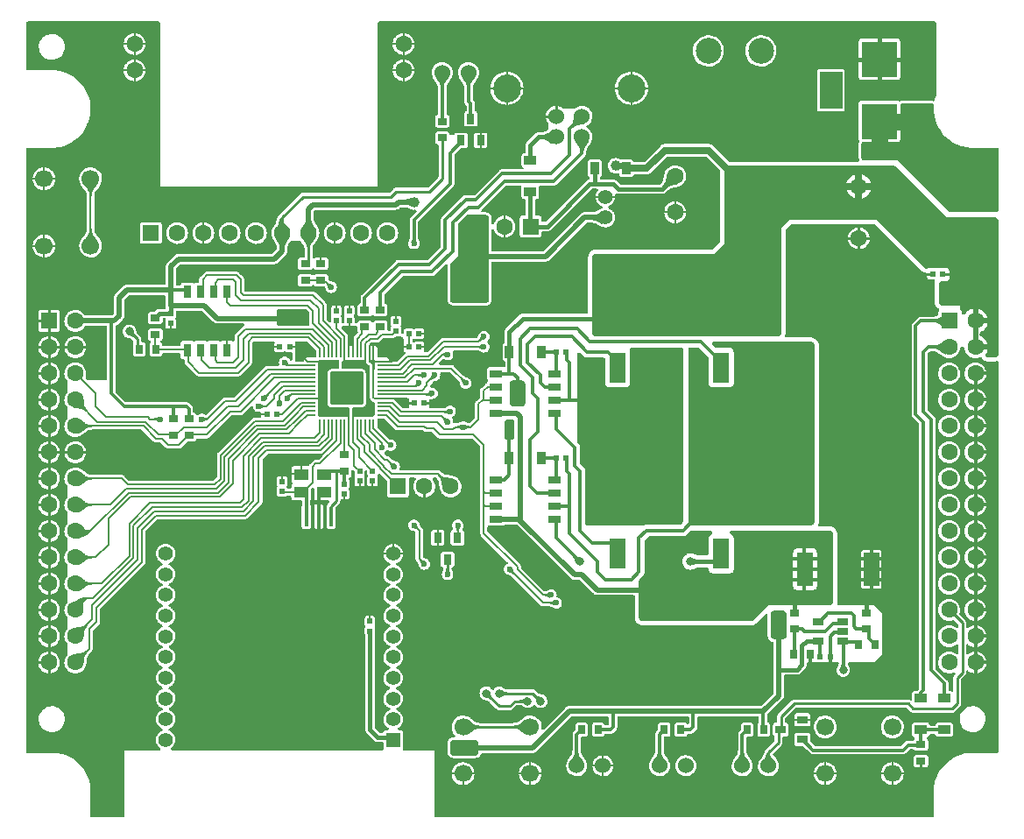
<source format=gtl>
G04 #@! TF.GenerationSoftware,KiCad,Pcbnew,(6.0.7)*
G04 #@! TF.CreationDate,2022-09-01T11:58:40+09:00*
G04 #@! TF.ProjectId,RP2040CommandStation,52503230-3430-4436-9f6d-6d616e645374,rev?*
G04 #@! TF.SameCoordinates,PX6cb8080PY8d24d00*
G04 #@! TF.FileFunction,Copper,L1,Top*
G04 #@! TF.FilePolarity,Positive*
%FSLAX46Y46*%
G04 Gerber Fmt 4.6, Leading zero omitted, Abs format (unit mm)*
G04 Created by KiCad (PCBNEW (6.0.7)) date 2022-09-01 11:58:40*
%MOMM*%
%LPD*%
G01*
G04 APERTURE LIST*
G04 Aperture macros list*
%AMRoundRect*
0 Rectangle with rounded corners*
0 $1 Rounding radius*
0 $2 $3 $4 $5 $6 $7 $8 $9 X,Y pos of 4 corners*
0 Add a 4 corners polygon primitive as box body*
4,1,4,$2,$3,$4,$5,$6,$7,$8,$9,$2,$3,0*
0 Add four circle primitives for the rounded corners*
1,1,$1+$1,$2,$3*
1,1,$1+$1,$4,$5*
1,1,$1+$1,$6,$7*
1,1,$1+$1,$8,$9*
0 Add four rect primitives between the rounded corners*
20,1,$1+$1,$2,$3,$4,$5,0*
20,1,$1+$1,$4,$5,$6,$7,0*
20,1,$1+$1,$6,$7,$8,$9,0*
20,1,$1+$1,$8,$9,$2,$3,0*%
G04 Aperture macros list end*
G04 #@! TA.AperFunction,ComponentPad*
%ADD10C,1.600000*%
G04 #@! TD*
G04 #@! TA.AperFunction,SMDPad,CuDef*
%ADD11R,0.550000X0.500000*%
G04 #@! TD*
G04 #@! TA.AperFunction,ComponentPad*
%ADD12C,1.400000*%
G04 #@! TD*
G04 #@! TA.AperFunction,ComponentPad*
%ADD13R,1.600000X1.600000*%
G04 #@! TD*
G04 #@! TA.AperFunction,SMDPad,CuDef*
%ADD14R,2.200000X1.850000*%
G04 #@! TD*
G04 #@! TA.AperFunction,SMDPad,CuDef*
%ADD15R,1.200000X0.850000*%
G04 #@! TD*
G04 #@! TA.AperFunction,ComponentPad*
%ADD16C,1.524000*%
G04 #@! TD*
G04 #@! TA.AperFunction,ComponentPad*
%ADD17R,3.500120X3.500120*%
G04 #@! TD*
G04 #@! TA.AperFunction,ComponentPad*
%ADD18R,2.200000X3.600000*%
G04 #@! TD*
G04 #@! TA.AperFunction,ComponentPad*
%ADD19C,2.500000*%
G04 #@! TD*
G04 #@! TA.AperFunction,ComponentPad*
%ADD20C,2.700000*%
G04 #@! TD*
G04 #@! TA.AperFunction,SMDPad,CuDef*
%ADD21R,1.000000X0.800000*%
G04 #@! TD*
G04 #@! TA.AperFunction,SMDPad,CuDef*
%ADD22R,0.800000X1.000000*%
G04 #@! TD*
G04 #@! TA.AperFunction,SMDPad,CuDef*
%ADD23R,1.500000X3.200000*%
G04 #@! TD*
G04 #@! TA.AperFunction,SMDPad,CuDef*
%ADD24R,0.700000X0.900000*%
G04 #@! TD*
G04 #@! TA.AperFunction,SMDPad,CuDef*
%ADD25R,0.900000X0.700000*%
G04 #@! TD*
G04 #@! TA.AperFunction,ComponentPad*
%ADD26C,1.700000*%
G04 #@! TD*
G04 #@! TA.AperFunction,ComponentPad*
%ADD27R,1.400000X1.400000*%
G04 #@! TD*
G04 #@! TA.AperFunction,SMDPad,CuDef*
%ADD28R,1.000000X0.700000*%
G04 #@! TD*
G04 #@! TA.AperFunction,SMDPad,CuDef*
%ADD29R,1.400000X1.100000*%
G04 #@! TD*
G04 #@! TA.AperFunction,SMDPad,CuDef*
%ADD30R,0.800000X1.300000*%
G04 #@! TD*
G04 #@! TA.AperFunction,SMDPad,CuDef*
%ADD31R,0.500000X0.550000*%
G04 #@! TD*
G04 #@! TA.AperFunction,SMDPad,CuDef*
%ADD32RoundRect,0.050000X-0.387500X-0.050000X0.387500X-0.050000X0.387500X0.050000X-0.387500X0.050000X0*%
G04 #@! TD*
G04 #@! TA.AperFunction,SMDPad,CuDef*
%ADD33RoundRect,0.050000X-0.050000X-0.387500X0.050000X-0.387500X0.050000X0.387500X-0.050000X0.387500X0*%
G04 #@! TD*
G04 #@! TA.AperFunction,ComponentPad*
%ADD34C,0.600000*%
G04 #@! TD*
G04 #@! TA.AperFunction,SMDPad,CuDef*
%ADD35RoundRect,0.144000X-1.456000X-1.456000X1.456000X-1.456000X1.456000X1.456000X-1.456000X1.456000X0*%
G04 #@! TD*
G04 #@! TA.AperFunction,SMDPad,CuDef*
%ADD36R,0.850000X1.200000*%
G04 #@! TD*
G04 #@! TA.AperFunction,SMDPad,CuDef*
%ADD37R,0.400000X1.900000*%
G04 #@! TD*
G04 #@! TA.AperFunction,SMDPad,CuDef*
%ADD38R,1.600000X3.000000*%
G04 #@! TD*
G04 #@! TA.AperFunction,SMDPad,CuDef*
%ADD39R,6.000000X6.000000*%
G04 #@! TD*
G04 #@! TA.AperFunction,SMDPad,CuDef*
%ADD40R,1.300000X0.800000*%
G04 #@! TD*
G04 #@! TA.AperFunction,ViaPad*
%ADD41C,1.000000*%
G04 #@! TD*
G04 #@! TA.AperFunction,ViaPad*
%ADD42C,0.800000*%
G04 #@! TD*
G04 #@! TA.AperFunction,ViaPad*
%ADD43C,1.600000*%
G04 #@! TD*
G04 #@! TA.AperFunction,ViaPad*
%ADD44C,0.600000*%
G04 #@! TD*
G04 #@! TA.AperFunction,ViaPad*
%ADD45C,1.400000*%
G04 #@! TD*
G04 #@! TA.AperFunction,Conductor*
%ADD46C,0.300000*%
G04 #@! TD*
G04 #@! TA.AperFunction,Conductor*
%ADD47C,0.500000*%
G04 #@! TD*
G04 #@! TA.AperFunction,Conductor*
%ADD48C,0.700000*%
G04 #@! TD*
G04 #@! TA.AperFunction,Conductor*
%ADD49C,0.400000*%
G04 #@! TD*
G04 #@! TA.AperFunction,Conductor*
%ADD50C,1.000000*%
G04 #@! TD*
G04 #@! TA.AperFunction,Conductor*
%ADD51C,0.250000*%
G04 #@! TD*
G04 #@! TA.AperFunction,Conductor*
%ADD52C,0.200000*%
G04 #@! TD*
G04 #@! TA.AperFunction,Conductor*
%ADD53C,1.600000*%
G04 #@! TD*
G04 APERTURE END LIST*
D10*
X81000000Y61500000D03*
X81000000Y56500000D03*
D11*
X89075000Y53000000D03*
X88125000Y53000000D03*
D12*
X56500000Y58500000D03*
X56500000Y60500000D03*
D11*
X77275000Y16000000D03*
X78225000Y16000000D03*
D13*
X12570000Y57000000D03*
D10*
X15110000Y57000000D03*
X17650000Y57000000D03*
X20190000Y57000000D03*
X22730000Y57000000D03*
X25270000Y57000000D03*
X27810000Y57000000D03*
X30350000Y57000000D03*
X32890000Y57000000D03*
X35430000Y57000000D03*
X37000000Y72730000D03*
X37000000Y75270000D03*
X11000000Y75270000D03*
X11000000Y72730000D03*
D14*
X91000000Y56675000D03*
X91000000Y61325000D03*
D15*
X89250000Y8975000D03*
X89250000Y12025000D03*
X87000000Y8975000D03*
X87000000Y12025000D03*
D16*
X64270000Y5500000D03*
X61730000Y5500000D03*
X43270000Y72500000D03*
X40730000Y72500000D03*
D17*
X83000000Y67799860D03*
X83000000Y73799340D03*
D18*
X78301000Y70799600D03*
D19*
X71540000Y74600000D03*
X66460000Y74600000D03*
D16*
X51750000Y66290000D03*
X54250000Y66290000D03*
X54250000Y68290000D03*
X51750000Y68290000D03*
D20*
X46980000Y71000000D03*
X59020000Y71000000D03*
D13*
X2730000Y48510000D03*
D10*
X5270000Y48510000D03*
X2730000Y45970000D03*
X5270000Y45970000D03*
X2730000Y43430000D03*
X5270000Y43430000D03*
X2730000Y40890000D03*
X5270000Y40890000D03*
X2730000Y38350000D03*
X5270000Y38350000D03*
X2730000Y35810000D03*
X5270000Y35810000D03*
X2730000Y33270000D03*
X5270000Y33270000D03*
X2730000Y30730000D03*
X5270000Y30730000D03*
X2730000Y28190000D03*
X5270000Y28190000D03*
X2730000Y25650000D03*
X5270000Y25650000D03*
X2730000Y23110000D03*
X5270000Y23110000D03*
X2730000Y20570000D03*
X5270000Y20570000D03*
X2730000Y18030000D03*
X5270000Y18030000D03*
X2730000Y15490000D03*
X5270000Y15490000D03*
D13*
X89730000Y48510000D03*
D10*
X92270000Y48510000D03*
X89730000Y45970000D03*
X92270000Y45970000D03*
X89730000Y43430000D03*
X92270000Y43430000D03*
X89730000Y40890000D03*
X92270000Y40890000D03*
X89730000Y38350000D03*
X92270000Y38350000D03*
X89730000Y35810000D03*
X92270000Y35810000D03*
X89730000Y33270000D03*
X92270000Y33270000D03*
X89730000Y30730000D03*
X92270000Y30730000D03*
X89730000Y28190000D03*
X92270000Y28190000D03*
X89730000Y25650000D03*
X92270000Y25650000D03*
X89730000Y23110000D03*
X92270000Y23110000D03*
X89730000Y20570000D03*
X92270000Y20570000D03*
X89730000Y18030000D03*
X92270000Y18030000D03*
X89730000Y15490000D03*
X92270000Y15490000D03*
D21*
X75550000Y8050000D03*
X75550000Y9950000D03*
X73450000Y9000000D03*
D22*
X42200000Y27550000D03*
X40300000Y27550000D03*
X41250000Y25450000D03*
X42550000Y65950000D03*
X44450000Y65950000D03*
X43500000Y68050000D03*
D23*
X75800000Y24500000D03*
X82200000Y24500000D03*
D24*
X74700000Y16250000D03*
X76300000Y16250000D03*
X80950000Y17250000D03*
X82550000Y17250000D03*
D25*
X27500000Y54050000D03*
X27500000Y52450000D03*
X29000000Y52450000D03*
X29000000Y54050000D03*
X14750000Y39050000D03*
X14750000Y37450000D03*
X16250000Y39050000D03*
X16250000Y37450000D03*
D24*
X63800000Y9000000D03*
X62200000Y9000000D03*
X71800000Y9000000D03*
X70200000Y9000000D03*
D25*
X87000000Y7550000D03*
X87000000Y5950000D03*
X40750000Y66200000D03*
X40750000Y67800000D03*
D26*
X2250000Y55750000D03*
X2250000Y62250000D03*
X6750000Y55750000D03*
X6750000Y62250000D03*
X84250000Y4750000D03*
X77750000Y4750000D03*
X84250000Y9250000D03*
X77750000Y9250000D03*
D27*
X36000000Y8000000D03*
D12*
X36000000Y10000000D03*
X36000000Y12000000D03*
X36000000Y14000000D03*
X36000000Y16000000D03*
X36000000Y18000000D03*
X36000000Y20000000D03*
X36000000Y22000000D03*
X36000000Y24000000D03*
X36000000Y26000000D03*
X14000000Y26000000D03*
X14000000Y24000000D03*
X14000000Y22000000D03*
X14000000Y20000000D03*
X14000000Y18000000D03*
X14000000Y16000000D03*
X14000000Y14000000D03*
X14000000Y12000000D03*
X14000000Y10000000D03*
X14000000Y8000000D03*
D28*
X79450000Y17550000D03*
X79450000Y18500000D03*
X79450000Y19450000D03*
X77050000Y19450000D03*
X77050000Y17550000D03*
D25*
X81750000Y20300000D03*
X81750000Y18700000D03*
D26*
X49250000Y4750000D03*
X42750000Y4750000D03*
X49250000Y9250000D03*
X42750000Y9250000D03*
D13*
X49290000Y57625000D03*
D10*
X46750000Y57625000D03*
X44210000Y57625000D03*
D25*
X31250000Y35550000D03*
X31250000Y33950000D03*
X34750000Y49550000D03*
X34750000Y47950000D03*
X33250000Y49550000D03*
X33250000Y47950000D03*
D24*
X13050000Y45750000D03*
X11450000Y45750000D03*
D25*
X13000000Y48800000D03*
X13000000Y47200000D03*
D29*
X27100000Y31950000D03*
X29300000Y31950000D03*
X29300000Y33650000D03*
X27100000Y33650000D03*
D13*
X36460000Y32500000D03*
D10*
X39000000Y32500000D03*
X41540000Y32500000D03*
D30*
X16095000Y45700000D03*
X17365000Y45700000D03*
X18635000Y45700000D03*
X19905000Y45700000D03*
X19905000Y51300000D03*
X18635000Y51300000D03*
X17365000Y51300000D03*
X16095000Y51300000D03*
D31*
X14500000Y49225000D03*
X14500000Y48275000D03*
D32*
X28062500Y44600000D03*
X28062500Y44200000D03*
X28062500Y43800000D03*
X28062500Y43400000D03*
X28062500Y43000000D03*
X28062500Y42600000D03*
X28062500Y42200000D03*
X28062500Y41800000D03*
X28062500Y41400000D03*
X28062500Y41000000D03*
X28062500Y40600000D03*
X28062500Y40200000D03*
X28062500Y39800000D03*
X28062500Y39400000D03*
D33*
X28900000Y38562500D03*
X29300000Y38562500D03*
X29700000Y38562500D03*
X30100000Y38562500D03*
X30500000Y38562500D03*
X30900000Y38562500D03*
X31300000Y38562500D03*
X31700000Y38562500D03*
X32100000Y38562500D03*
X32500000Y38562500D03*
X32900000Y38562500D03*
X33300000Y38562500D03*
X33700000Y38562500D03*
X34100000Y38562500D03*
D32*
X34937500Y39400000D03*
X34937500Y39800000D03*
X34937500Y40200000D03*
X34937500Y40600000D03*
X34937500Y41000000D03*
X34937500Y41400000D03*
X34937500Y41800000D03*
X34937500Y42200000D03*
X34937500Y42600000D03*
X34937500Y43000000D03*
X34937500Y43400000D03*
X34937500Y43800000D03*
X34937500Y44200000D03*
X34937500Y44600000D03*
D33*
X34100000Y45437500D03*
X33700000Y45437500D03*
X33300000Y45437500D03*
X32900000Y45437500D03*
X32500000Y45437500D03*
X32100000Y45437500D03*
X31700000Y45437500D03*
X31300000Y45437500D03*
X30900000Y45437500D03*
X30500000Y45437500D03*
X30100000Y45437500D03*
X29700000Y45437500D03*
X29300000Y45437500D03*
X28900000Y45437500D03*
D34*
X30225000Y43275000D03*
X30225000Y42000000D03*
X31500000Y42000000D03*
D35*
X31500000Y42000000D03*
D34*
X30225000Y40725000D03*
X32775000Y42000000D03*
X32775000Y40725000D03*
X31500000Y40725000D03*
X31500000Y43275000D03*
X32775000Y43275000D03*
D11*
X38025000Y40600000D03*
X38975000Y40600000D03*
D31*
X30500000Y48525000D03*
X30500000Y49475000D03*
D11*
X24725000Y39500000D03*
X23775000Y39500000D03*
D31*
X31750000Y48525000D03*
X31750000Y49475000D03*
D11*
X25975000Y46000000D03*
X25025000Y46000000D03*
D31*
X33750000Y18525000D03*
X33750000Y19475000D03*
X36250000Y47525000D03*
X36250000Y48475000D03*
D11*
X37525000Y47250000D03*
X38475000Y47250000D03*
D31*
X34000000Y33975000D03*
X34000000Y33025000D03*
X31250000Y32725000D03*
X31250000Y31775000D03*
X25250000Y32025000D03*
X25250000Y32975000D03*
X32750000Y33975000D03*
X32750000Y33025000D03*
D11*
X37525000Y46000000D03*
X38475000Y46000000D03*
D25*
X74750000Y20300000D03*
X74750000Y18700000D03*
D36*
X55475000Y63250000D03*
X58525000Y63250000D03*
D10*
X63250000Y62500000D03*
X63250000Y59000000D03*
D16*
X72270000Y5500000D03*
X69730000Y5500000D03*
X56270000Y5500000D03*
X53730000Y5500000D03*
D24*
X55800000Y9000000D03*
X54200000Y9000000D03*
D15*
X49250000Y60975000D03*
X49250000Y64025000D03*
D37*
X27600000Y29600000D03*
X28800000Y29600000D03*
X30000000Y29600000D03*
D36*
X50275000Y35250000D03*
X47225000Y35250000D03*
D38*
X57700000Y44000000D03*
D39*
X60000000Y50500000D03*
D38*
X62300000Y44000000D03*
D11*
X51775000Y35250000D03*
X52725000Y35250000D03*
D38*
X67700000Y26000000D03*
D39*
X70000000Y32500000D03*
D38*
X72300000Y26000000D03*
X57700000Y26000000D03*
D39*
X60000000Y32500000D03*
D38*
X62300000Y26000000D03*
D36*
X50275000Y45500000D03*
X47225000Y45500000D03*
D40*
X45950000Y43405000D03*
X45950000Y42135000D03*
X45950000Y40865000D03*
X45950000Y39595000D03*
X51550000Y39595000D03*
X51550000Y40865000D03*
X51550000Y42135000D03*
X51550000Y43405000D03*
X45950000Y33155000D03*
X45950000Y31885000D03*
X45950000Y30615000D03*
X45950000Y29345000D03*
X51550000Y29345000D03*
X51550000Y30615000D03*
X51550000Y31885000D03*
X51550000Y33155000D03*
D38*
X67700000Y44000000D03*
D39*
X70000000Y50500000D03*
D38*
X72300000Y44000000D03*
D11*
X52725000Y45500000D03*
X51775000Y45500000D03*
D41*
X51750000Y12000000D03*
X64000000Y12000000D03*
X57500000Y12000000D03*
X57500000Y63500000D03*
X38000000Y60000000D03*
D42*
X47250000Y38500000D03*
X48000000Y41000000D03*
X48000000Y42000000D03*
X47250000Y37500000D03*
X21250000Y38750000D03*
X19500000Y47500000D03*
X35500000Y38000000D03*
D41*
X86000000Y29500000D03*
X93500000Y13000000D03*
D42*
X15750000Y53000000D03*
X34000000Y53500000D03*
D41*
X14500000Y46750000D03*
X39250000Y57000000D03*
X25750000Y52250000D03*
D42*
X37000000Y36500000D03*
D41*
X42000000Y12000000D03*
X40250000Y9500000D03*
X7500000Y76000000D03*
X47500000Y76000000D03*
X57500000Y76000000D03*
X77500000Y76000000D03*
X87500000Y76000000D03*
X7500000Y66000000D03*
X39000000Y62250000D03*
X47500000Y66000000D03*
X57500000Y66000000D03*
X77500000Y66000000D03*
X19000000Y60000000D03*
X7500000Y44750000D03*
X37250000Y49250000D03*
X7500000Y37000000D03*
X17500000Y26000000D03*
X27500000Y26000000D03*
X7500000Y16750000D03*
X17500000Y16000000D03*
X27500000Y16000000D03*
X40250000Y15500000D03*
X57500000Y15500000D03*
X64000000Y15500000D03*
X7500000Y6000000D03*
X17500000Y8000000D03*
X27500000Y8000000D03*
X59000000Y2500000D03*
X66500000Y2500000D03*
X75000000Y2500000D03*
X22500000Y8000000D03*
X87500000Y2500000D03*
X93500000Y7500000D03*
X74500000Y12750000D03*
D42*
X37250000Y52250000D03*
X26900000Y35000000D03*
D41*
X62750000Y69750000D03*
D43*
X83500000Y51000000D03*
D42*
X18250000Y36500000D03*
D41*
X42750000Y26250000D03*
X78000000Y30000000D03*
D43*
X79500000Y51000000D03*
D41*
X71500000Y18750000D03*
D42*
X18250000Y33750000D03*
X41250000Y42500000D03*
X44000000Y48250000D03*
D41*
X78000000Y34750000D03*
D42*
X11000000Y33750000D03*
D41*
X30000000Y8000000D03*
X20000000Y8000000D03*
D42*
X40750000Y48250000D03*
D41*
X78000000Y39750000D03*
D42*
X46500000Y49750000D03*
X53500000Y55000000D03*
X47250000Y61000000D03*
D41*
X84500000Y34500000D03*
X47750000Y15500000D03*
X41250000Y2500000D03*
X40250000Y22000000D03*
D42*
X13250000Y50250000D03*
X13250000Y28250000D03*
X16750000Y53000000D03*
X20250000Y42000000D03*
D41*
X10500000Y42000000D03*
D42*
X31100000Y51000000D03*
D41*
X11500000Y8000000D03*
X81750000Y43500000D03*
X25000000Y8000000D03*
D42*
X39000000Y30000000D03*
D41*
X81250000Y30000000D03*
D42*
X37000000Y55000000D03*
X11500000Y37000000D03*
D41*
X7500000Y66000000D03*
X83500000Y21750000D03*
D42*
X36500000Y51000000D03*
D43*
X76000000Y54500000D03*
D41*
X81250000Y34750000D03*
X50750000Y59500000D03*
X17250000Y42000000D03*
X8750000Y2500000D03*
X47000000Y22000000D03*
X79000000Y43500000D03*
D43*
X79500000Y54500000D03*
D42*
X46500000Y53250000D03*
D41*
X35500000Y62250000D03*
X51500000Y2500000D03*
X62750000Y66500000D03*
X62750000Y73000000D03*
D42*
X52750000Y50000000D03*
D41*
X62750000Y76000000D03*
X66500000Y9500000D03*
D43*
X83500000Y54500000D03*
D42*
X24250000Y44750000D03*
X24000000Y35000000D03*
D41*
X79500000Y22000000D03*
D42*
X10750000Y50250000D03*
X43500000Y61250000D03*
X46000000Y47250000D03*
X13000000Y53000000D03*
D43*
X87000000Y51000000D03*
X76000000Y51000000D03*
D42*
X40500000Y52500000D03*
X43000000Y39250000D03*
X23250000Y29500000D03*
D41*
X83000000Y39750000D03*
X52000000Y23500000D03*
D42*
X59250000Y56500000D03*
D41*
X84000000Y14000000D03*
D42*
X44500000Y44500000D03*
D41*
X71250000Y12500000D03*
X48250000Y27000000D03*
D42*
X34000000Y30000000D03*
X37000000Y40600000D03*
X31900000Y47500000D03*
X36250000Y46000000D03*
X27250000Y46000000D03*
D41*
X26000000Y48750000D03*
X27250000Y48750000D03*
X42250000Y51000000D03*
X43500000Y7250000D03*
X73250000Y18500000D03*
X42250000Y7250000D03*
X73250000Y19750000D03*
X43500000Y51000000D03*
D44*
X25750000Y41000000D03*
X23500000Y41000000D03*
X23000000Y40250000D03*
X25000000Y40500000D03*
D45*
X70000000Y38750000D03*
X72250000Y40750000D03*
X65500000Y36750000D03*
D42*
X71250000Y34250000D03*
X68750000Y30250000D03*
X68750000Y32250000D03*
D45*
X65500000Y32750000D03*
D42*
X68750000Y34250000D03*
D45*
X65500000Y44750000D03*
X65500000Y38750000D03*
X67750000Y36750000D03*
D42*
X71250000Y30250000D03*
X71250000Y32250000D03*
D45*
X65500000Y30750000D03*
X65500000Y34750000D03*
X72250000Y38750000D03*
X65500000Y42750000D03*
X67750000Y40750000D03*
X65500000Y40750000D03*
X70000000Y42750000D03*
X67750000Y38750000D03*
X72250000Y36750000D03*
X70000000Y40750000D03*
X70000000Y44750000D03*
X70000000Y36750000D03*
D42*
X58750000Y30250000D03*
X61250000Y34250000D03*
D45*
X60000000Y38750000D03*
D42*
X61250000Y32250000D03*
D45*
X55500000Y30750000D03*
X55500000Y40750000D03*
X55500000Y38750000D03*
X57750000Y38750000D03*
X55500000Y42750000D03*
X55500000Y36750000D03*
X55500000Y34750000D03*
X62250000Y36750000D03*
D42*
X58750000Y34250000D03*
D45*
X60000000Y40750000D03*
X55500000Y32750000D03*
X57750000Y36750000D03*
X57750000Y40750000D03*
X60000000Y42750000D03*
D42*
X61250000Y30250000D03*
D45*
X60000000Y36750000D03*
X62250000Y40750000D03*
D42*
X58750000Y32250000D03*
D45*
X60000000Y44750000D03*
X62250000Y38750000D03*
D44*
X41250000Y24000000D03*
X13500000Y39000000D03*
X17500000Y39000000D03*
X51250000Y22000000D03*
X51750000Y21250000D03*
X42750000Y38250000D03*
X47250000Y24500000D03*
X39000000Y43250000D03*
X41250000Y38750000D03*
X41500000Y39750000D03*
D42*
X45000000Y12500000D03*
D44*
X39750000Y41500000D03*
D42*
X49000000Y11750000D03*
D44*
X40000000Y43250000D03*
D42*
X50250000Y11750000D03*
X46250000Y12500000D03*
D44*
X44750000Y46000000D03*
X44750000Y47000000D03*
X38500000Y42500000D03*
X42250000Y28750000D03*
X25500000Y44500000D03*
X38000000Y56000000D03*
D42*
X79500000Y14750000D03*
D44*
X43000000Y42500000D03*
X30000000Y51750000D03*
X41250000Y45250000D03*
D42*
X10500000Y47500000D03*
D44*
X34900000Y36300000D03*
X35750000Y36500000D03*
D42*
X64750000Y25250000D03*
X54000000Y25250000D03*
D44*
X36100000Y34400000D03*
X39000000Y25000000D03*
X38005000Y28755000D03*
D46*
X51750000Y29145000D02*
X51550000Y29345000D01*
X54000000Y25250000D02*
X51750000Y27500000D01*
X51750000Y27500000D02*
X51750000Y29145000D01*
D47*
X55750000Y22500000D02*
X61750000Y22500000D01*
X54250000Y24000000D02*
X55750000Y22500000D01*
X53500000Y24000000D02*
X54250000Y24000000D01*
X48155000Y29345000D02*
X53500000Y24000000D01*
D46*
X51750000Y39395000D02*
X51550000Y39595000D01*
X51750000Y38000000D02*
X51750000Y39395000D01*
X53500000Y34500000D02*
X53500000Y36250000D01*
X53500000Y36250000D02*
X51750000Y38000000D01*
X54000000Y34000000D02*
X53500000Y34500000D01*
X55250000Y27000000D02*
X54000000Y28250000D01*
X54000000Y28250000D02*
X54000000Y34000000D01*
X57250000Y27000000D02*
X55250000Y27000000D01*
X57700000Y26550000D02*
X57250000Y27000000D01*
X57700000Y26000000D02*
X57700000Y26550000D01*
X51775000Y33380000D02*
X51550000Y33155000D01*
X51775000Y35250000D02*
X51775000Y33380000D01*
X50275000Y35250000D02*
X51775000Y35250000D01*
X51775000Y43630000D02*
X51550000Y43405000D01*
X51775000Y45500000D02*
X51775000Y43630000D01*
X50275000Y45500000D02*
X51775000Y45500000D01*
X52750000Y34000000D02*
X52750000Y35225000D01*
X53000000Y33750000D02*
X52750000Y34000000D01*
X52750000Y35225000D02*
X52725000Y35250000D01*
X52750000Y45475000D02*
X52725000Y45500000D01*
X53000000Y44500000D02*
X52750000Y44750000D01*
X52750000Y44750000D02*
X52750000Y45475000D01*
D47*
X91000000Y56425000D02*
X91000000Y58000000D01*
D48*
X81000000Y61500000D02*
X78500000Y61500000D01*
X62250000Y65000000D02*
X66500000Y65000000D01*
D46*
X46845000Y43405000D02*
X47205000Y43405000D01*
D47*
X27810000Y59310000D02*
X28250000Y59750000D01*
D46*
X47225000Y43425000D02*
X47225000Y45500000D01*
X47595000Y43405000D02*
X46845000Y43405000D01*
D47*
X88575000Y56675000D02*
X88500000Y56750000D01*
D48*
X66500000Y65000000D02*
X70000000Y61500000D01*
D47*
X92270000Y45970000D02*
X92270000Y48510000D01*
D46*
X45950000Y33155000D02*
X46755000Y33155000D01*
X91500000Y51790000D02*
X91500000Y52000000D01*
X47205000Y43405000D02*
X47225000Y43425000D01*
D48*
X81000000Y61500000D02*
X81000000Y62750000D01*
X81000000Y61500000D02*
X81000000Y60000000D01*
X70000000Y61500000D02*
X78500000Y61500000D01*
D47*
X91000000Y56675000D02*
X91000000Y54500000D01*
D49*
X91500000Y52000000D02*
X91250000Y52000000D01*
X47225000Y45500000D02*
X47225000Y47475000D01*
D50*
X83750000Y61500000D02*
X88500000Y56750000D01*
D46*
X48000000Y43000000D02*
X47595000Y43405000D01*
D47*
X92270000Y48510000D02*
X93990000Y48510000D01*
D46*
X48000000Y43000000D02*
X48000000Y42000000D01*
D51*
X89075000Y53000000D02*
X90800000Y53000000D01*
X27810000Y54360000D02*
X27500000Y54050000D01*
D48*
X60500000Y63250000D02*
X62250000Y65000000D01*
D50*
X83250000Y61500000D02*
X83750000Y61500000D01*
D51*
X27810000Y57000000D02*
X27810000Y54360000D01*
D47*
X27810000Y57000000D02*
X27810000Y59310000D01*
D46*
X47225000Y35250000D02*
X47225000Y36275000D01*
D47*
X91000000Y56675000D02*
X88575000Y56675000D01*
D46*
X58250000Y48750000D02*
X60000000Y50500000D01*
D47*
X36250000Y59750000D02*
X36500000Y60000000D01*
D46*
X47225000Y33625000D02*
X47225000Y35250000D01*
X92270000Y51020000D02*
X91500000Y51790000D01*
X46755000Y33155000D02*
X47225000Y33625000D01*
D48*
X58525000Y63250000D02*
X60500000Y63250000D01*
D49*
X47225000Y47475000D02*
X48500000Y48750000D01*
D47*
X92270000Y48510000D02*
X92270000Y51020000D01*
D48*
X59250000Y63250000D02*
X58525000Y63250000D01*
D46*
X91500000Y52000000D02*
X91500000Y54000000D01*
X91500000Y54000000D02*
X91250000Y54250000D01*
X48000000Y42000000D02*
X48000000Y41000000D01*
D47*
X36500000Y60000000D02*
X38000000Y60000000D01*
D49*
X48500000Y48750000D02*
X58250000Y48750000D01*
D46*
X47225000Y36275000D02*
X47225000Y38025000D01*
X47225000Y36275000D02*
X47225000Y36525000D01*
X45950000Y43405000D02*
X46845000Y43405000D01*
D47*
X92270000Y45970000D02*
X93970000Y45970000D01*
X91000000Y56675000D02*
X93075000Y56675000D01*
X58275000Y63500000D02*
X58525000Y63250000D01*
X57500000Y63500000D02*
X58275000Y63500000D01*
D46*
X47225000Y38025000D02*
X47000000Y38250000D01*
D51*
X90800000Y53000000D02*
X90800000Y53800000D01*
X90800000Y53800000D02*
X91250000Y54250000D01*
D47*
X58500000Y63225000D02*
X58525000Y63250000D01*
D46*
X91250000Y54250000D02*
X91000000Y54500000D01*
D48*
X83250000Y61500000D02*
X81000000Y61500000D01*
D47*
X28250000Y59750000D02*
X36250000Y59750000D01*
D52*
X36000000Y26000000D02*
X36000000Y27100000D01*
X31250000Y31050000D02*
X31300000Y31000000D01*
X31750000Y49475000D02*
X31750000Y50500000D01*
X24200000Y35400000D02*
X23800000Y35000000D01*
X27150000Y35400000D02*
X29000000Y35400000D01*
X23800000Y30500000D02*
X24500000Y29800000D01*
X27100000Y33650000D02*
X27100000Y35350000D01*
X23800000Y35000000D02*
X23800000Y30500000D01*
X27100000Y35350000D02*
X27150000Y35400000D01*
X39250000Y47250000D02*
X39250000Y47750000D01*
X39250000Y47750000D02*
X37750000Y49250000D01*
X31300000Y31000000D02*
X32500000Y31000000D01*
X30500000Y36900000D02*
X30500000Y38062500D01*
X27150000Y35400000D02*
X24200000Y35400000D01*
X32500000Y31000000D02*
X32700000Y31200000D01*
X31225000Y31750000D02*
X31250000Y31775000D01*
X37750000Y49250000D02*
X36250000Y49250000D01*
X36250000Y49250000D02*
X36250000Y48475000D01*
X37000000Y26000000D02*
X35250000Y26000000D01*
X39250000Y46000000D02*
X39250000Y47250000D01*
X30500000Y38062500D02*
X30500000Y38562500D01*
X38475000Y46000000D02*
X39250000Y46000000D01*
X31250000Y31775000D02*
X31250000Y31050000D01*
X38475000Y47250000D02*
X39250000Y47250000D01*
X30500000Y50500000D02*
X30500000Y49475000D01*
X29000000Y35400000D02*
X30500000Y36900000D01*
X29550000Y31950000D02*
X29750000Y31750000D01*
X29300000Y31950000D02*
X29550000Y31950000D01*
X25250000Y33750000D02*
X27000000Y33750000D01*
X27000000Y33750000D02*
X27100000Y33650000D01*
X25250000Y32975000D02*
X25250000Y33750000D01*
X19905000Y47195000D02*
X19905000Y45700000D01*
X14500000Y48000000D02*
X14500000Y47225000D01*
X19600000Y47500000D02*
X19905000Y47195000D01*
X13750000Y48000000D02*
X12000000Y48000000D01*
D46*
X82200000Y23500000D02*
X84000000Y23500000D01*
X82200000Y25500000D02*
X84000000Y25500000D01*
X80450000Y25500000D02*
X82250000Y25500000D01*
X80450000Y24500000D02*
X82250000Y24500000D01*
X80450000Y23500000D02*
X82250000Y23500000D01*
D52*
X6700000Y65800000D02*
X7000000Y66100000D01*
D51*
X2730000Y45970000D02*
X7220000Y45970000D01*
D52*
X2250000Y55750000D02*
X750000Y55750000D01*
X85000000Y55000000D02*
X77000000Y55000000D01*
X37000000Y68000000D02*
X37000000Y72730000D01*
D51*
X1150000Y38350000D02*
X1000000Y38500000D01*
D52*
X59020000Y71000000D02*
X61250000Y71000000D01*
D51*
X19100000Y47000000D02*
X19600000Y47500000D01*
D46*
X92270000Y43430000D02*
X93930000Y43430000D01*
D52*
X56270000Y5500000D02*
X56270000Y7230000D01*
D46*
X7250000Y12250000D02*
X3500000Y12250000D01*
D52*
X11000000Y72730000D02*
X11000000Y76700000D01*
D51*
X2730000Y38350000D02*
X1150000Y38350000D01*
D46*
X78625000Y18375000D02*
X78250000Y18000000D01*
D52*
X40300000Y27550000D02*
X40300000Y26300000D01*
X77750000Y4750000D02*
X77750000Y6250000D01*
X77750000Y4750000D02*
X77750000Y3250000D01*
D51*
X2730000Y28190000D02*
X1060000Y28190000D01*
D46*
X78225000Y16000000D02*
X78225000Y16975000D01*
D51*
X2730000Y48510000D02*
X2730000Y13020000D01*
D52*
X85000000Y55000000D02*
X85000000Y51000000D01*
D46*
X28800000Y31450000D02*
X29300000Y31950000D01*
D51*
X22000000Y53000000D02*
X22000000Y53500000D01*
D46*
X92270000Y33270000D02*
X93980000Y33270000D01*
D52*
X38000000Y67000000D02*
X37000000Y68000000D01*
X33750000Y19475000D02*
X33750000Y25350000D01*
X49250000Y4750000D02*
X51000000Y4750000D01*
D46*
X92270000Y18030000D02*
X93720000Y18030000D01*
D52*
X9300000Y72500000D02*
X9530000Y72730000D01*
X2250000Y62250000D02*
X750000Y62250000D01*
D51*
X51750000Y68290000D02*
X49790000Y68290000D01*
D52*
X2250000Y55750000D02*
X3500000Y55750000D01*
D46*
X28800000Y29600000D02*
X28800000Y27700000D01*
D52*
X9400000Y59000000D02*
X8900000Y59500000D01*
X8900000Y59500000D02*
X8900000Y64200000D01*
D51*
X87000000Y5000000D02*
X86750000Y4750000D01*
D46*
X7500000Y45690000D02*
X7220000Y45970000D01*
X28800000Y29600000D02*
X28800000Y31450000D01*
D52*
X37000000Y72730000D02*
X35770000Y72730000D01*
D46*
X7500000Y12500000D02*
X7250000Y12250000D01*
D51*
X18000000Y53500000D02*
X17250000Y53500000D01*
X88125000Y53000000D02*
X87000000Y53000000D01*
D46*
X29000000Y27500000D02*
X31500000Y27500000D01*
X92270000Y15490000D02*
X93740000Y15490000D01*
D52*
X46980000Y71000000D02*
X44750000Y71000000D01*
D46*
X78225000Y15025000D02*
X78225000Y14775000D01*
D48*
X57500000Y66500000D02*
X57500000Y66000000D01*
D52*
X42750000Y4750000D02*
X49250000Y4750000D01*
X77000000Y55000000D02*
X77000000Y54000000D01*
D51*
X39000000Y32500000D02*
X39000000Y30000000D01*
D52*
X2250000Y62250000D02*
X3750000Y62250000D01*
X77750000Y4750000D02*
X80000000Y4750000D01*
D48*
X75000000Y73000000D02*
X75000000Y69000000D01*
D46*
X92270000Y43430000D02*
X92270000Y14020000D01*
D51*
X15750000Y53000000D02*
X17000000Y53000000D01*
D46*
X78225000Y16975000D02*
X78250000Y17000000D01*
D52*
X84250000Y4750000D02*
X86750000Y4750000D01*
D51*
X2730000Y25650000D02*
X1150000Y25650000D01*
D52*
X40300000Y27550000D02*
X40300000Y28700000D01*
X2250000Y55750000D02*
X2250000Y51750000D01*
X56270000Y3770000D02*
X56250000Y3750000D01*
D46*
X92270000Y35810000D02*
X93690000Y35810000D01*
X92270000Y40890000D02*
X93640000Y40890000D01*
X93750000Y12540000D02*
X93750000Y12250000D01*
D51*
X2730000Y23110000D02*
X1140000Y23110000D01*
D52*
X63250000Y59000000D02*
X63250000Y57250000D01*
X46980000Y71000000D02*
X49250000Y71000000D01*
D51*
X1060000Y28190000D02*
X1000000Y28250000D01*
X25000000Y53000000D02*
X25750000Y52250000D01*
D52*
X93500000Y7500000D02*
X93500000Y8500000D01*
X56500000Y60500000D02*
X60000000Y60500000D01*
D46*
X92270000Y23110000D02*
X93890000Y23110000D01*
D52*
X93000000Y8000000D02*
X93500000Y7500000D01*
D48*
X75799340Y73799340D02*
X75000000Y73000000D01*
D49*
X83000000Y73799340D02*
X85799340Y73799340D01*
D52*
X31000000Y50500000D02*
X31000000Y50900000D01*
D51*
X2730000Y20570000D02*
X1070000Y20570000D01*
D52*
X59020000Y71000000D02*
X59020000Y68770000D01*
D48*
X75000000Y69000000D02*
X62000000Y69000000D01*
D51*
X2730000Y33270000D02*
X1020000Y33270000D01*
X87000000Y5950000D02*
X87000000Y5000000D01*
D52*
X37000000Y72730000D02*
X37000000Y75270000D01*
X34400000Y26000000D02*
X36000000Y26000000D01*
X42750000Y4750000D02*
X42750000Y3250000D01*
D46*
X82200000Y24500000D02*
X84000000Y24500000D01*
D48*
X60000000Y67000000D02*
X58000000Y67000000D01*
D51*
X81000000Y56500000D02*
X81000000Y54900000D01*
X2730000Y45970000D02*
X1030000Y45970000D01*
X2730000Y15490000D02*
X1010000Y15490000D01*
D52*
X46750000Y57625000D02*
X46750000Y56000000D01*
D51*
X81000000Y56500000D02*
X79200000Y56500000D01*
D52*
X77000000Y56000000D02*
X77000000Y55000000D01*
D51*
X2730000Y35810000D02*
X6940000Y35810000D01*
D46*
X79450000Y18500000D02*
X79325000Y18375000D01*
X92270000Y20570000D02*
X93680000Y20570000D01*
D52*
X77000000Y52000000D02*
X79000000Y52000000D01*
X17650000Y57000000D02*
X17650000Y58950000D01*
D49*
X81750000Y21750000D02*
X82250000Y21750000D01*
D52*
X90000000Y8000000D02*
X93000000Y8000000D01*
X2250000Y64250000D02*
X5150000Y64250000D01*
X44450000Y64800000D02*
X44500000Y64750000D01*
X46980000Y72980000D02*
X47000000Y73000000D01*
X32500000Y30000000D02*
X32500000Y31000000D01*
X17650000Y57000000D02*
X17650000Y55350000D01*
D46*
X3500000Y12250000D02*
X2730000Y13020000D01*
D51*
X2730000Y48510000D02*
X1010000Y48510000D01*
D52*
X34000000Y33025000D02*
X34000000Y32000000D01*
D51*
X18000000Y53500000D02*
X17750000Y53500000D01*
X14500000Y47000000D02*
X19100000Y47000000D01*
D49*
X83000000Y73799340D02*
X80299340Y73799340D01*
D52*
X77000000Y54000000D02*
X79000000Y52000000D01*
D46*
X76300000Y15050000D02*
X76325000Y15025000D01*
X28800000Y27700000D02*
X29000000Y27500000D01*
D51*
X22000000Y53000000D02*
X25000000Y53000000D01*
D52*
X30350000Y57000000D02*
X30350000Y58850000D01*
X46980000Y71000000D02*
X46980000Y72770000D01*
D51*
X1130000Y35750000D02*
X1000000Y35750000D01*
D46*
X78225000Y16000000D02*
X78225000Y15025000D01*
D52*
X11000000Y72730000D02*
X11000000Y71300000D01*
X29000000Y55250000D02*
X30500000Y55250000D01*
D46*
X79325000Y18375000D02*
X78625000Y18375000D01*
X76300000Y16250000D02*
X76300000Y15050000D01*
D51*
X2730000Y18030000D02*
X1030000Y18030000D01*
D52*
X17600000Y59000000D02*
X9400000Y59000000D01*
D46*
X32500000Y28500000D02*
X32500000Y30000000D01*
D52*
X40300000Y26300000D02*
X40250000Y26250000D01*
D51*
X38975000Y40600000D02*
X39900000Y40600000D01*
D52*
X37000000Y75270000D02*
X38230000Y75270000D01*
X56500000Y60500000D02*
X55250000Y60500000D01*
D46*
X82250000Y27250000D02*
X82250000Y21750000D01*
D52*
X63250000Y59000000D02*
X65000000Y59000000D01*
X5150000Y64250000D02*
X6700000Y65800000D01*
X46750000Y57625000D02*
X46750000Y59250000D01*
D51*
X39000000Y30000000D02*
X32500000Y30000000D01*
X40750000Y48250000D02*
X44000000Y48250000D01*
D52*
X93500000Y8500000D02*
X93750000Y8750000D01*
D46*
X42000000Y13750000D02*
X42000000Y12000000D01*
D52*
X44450000Y67050000D02*
X44250000Y67250000D01*
X93750000Y12250000D02*
X93750000Y12500000D01*
X75550000Y9950000D02*
X74300000Y9950000D01*
X29000000Y54050000D02*
X29000000Y55250000D01*
X37000000Y75270000D02*
X35770000Y75270000D01*
D51*
X2730000Y43430000D02*
X820000Y43430000D01*
D52*
X2250000Y55750000D02*
X2250000Y62250000D01*
X21500000Y38750000D02*
X21250000Y38750000D01*
X2250000Y62250000D02*
X2250000Y64250000D01*
X35520000Y72730000D02*
X35770000Y72730000D01*
D51*
X2730000Y40890000D02*
X1110000Y40890000D01*
D52*
X31000000Y50500000D02*
X30500000Y50500000D01*
X75550000Y9950000D02*
X76450000Y9950000D01*
X44150000Y67000000D02*
X38000000Y67000000D01*
D46*
X92270000Y30730000D02*
X93980000Y30730000D01*
X92270000Y28190000D02*
X93940000Y28190000D01*
D52*
X30350000Y58850000D02*
X30350000Y58650000D01*
D46*
X92270000Y25650000D02*
X93850000Y25650000D01*
D51*
X2730000Y30730000D02*
X1020000Y30730000D01*
D52*
X25025000Y46000000D02*
X24000000Y46000000D01*
D51*
X2730000Y35810000D02*
X1190000Y35810000D01*
D48*
X62000000Y69000000D02*
X60000000Y67000000D01*
D49*
X81750000Y20300000D02*
X81750000Y21750000D01*
D52*
X11000000Y75270000D02*
X9430000Y75270000D01*
D46*
X92270000Y14020000D02*
X93750000Y12540000D01*
D52*
X59020000Y71000000D02*
X56750000Y71000000D01*
D46*
X31500000Y27500000D02*
X32500000Y28500000D01*
D52*
X30500000Y55250000D02*
X30350000Y55400000D01*
D49*
X82500000Y24200000D02*
X82200000Y24500000D01*
D51*
X51750000Y68290000D02*
X51750000Y70000000D01*
D52*
X49250000Y4750000D02*
X49250000Y3000000D01*
D51*
X81000000Y56500000D02*
X82700000Y56500000D01*
D52*
X32750000Y32000000D02*
X34000000Y32000000D01*
X46980000Y71000000D02*
X46980000Y68770000D01*
X93750000Y8750000D02*
X93750000Y12250000D01*
X59020000Y71000000D02*
X59020000Y73230000D01*
X49250000Y4750000D02*
X49250000Y6500000D01*
D51*
X81000000Y56100000D02*
X81000000Y57600000D01*
D52*
X77750000Y4750000D02*
X75500000Y4750000D01*
X32750000Y32000000D02*
X32750000Y31250000D01*
X46980000Y72980000D02*
X46980000Y72770000D01*
D49*
X83000000Y73799340D02*
X83000000Y76750000D01*
D52*
X22250000Y39500000D02*
X21500000Y38750000D01*
X42750000Y4750000D02*
X40500000Y4750000D01*
D46*
X6940000Y36440000D02*
X6940000Y35810000D01*
D52*
X84250000Y4750000D02*
X84250000Y3250000D01*
D46*
X7500000Y44750000D02*
X7500000Y45690000D01*
D52*
X33750000Y25350000D02*
X34400000Y26000000D01*
X61500000Y59000000D02*
X63250000Y59000000D01*
X8900000Y64200000D02*
X7000000Y66100000D01*
X84250000Y4750000D02*
X82250000Y4750000D01*
X44450000Y65950000D02*
X44450000Y64800000D01*
D46*
X57500000Y15500000D02*
X43750000Y15500000D01*
D49*
X83000000Y73799340D02*
X83000000Y71000000D01*
D52*
X37000000Y72730000D02*
X38230000Y72730000D01*
X7000000Y66100000D02*
X9300000Y68400000D01*
X17650000Y58950000D02*
X17600000Y59000000D01*
D51*
X39900000Y40600000D02*
X40100000Y40600000D01*
D46*
X57500000Y15500000D02*
X64000000Y15500000D01*
D51*
X17250000Y53500000D02*
X16750000Y53000000D01*
D52*
X31000000Y50900000D02*
X31100000Y51000000D01*
D51*
X22000000Y53500000D02*
X18000000Y53500000D01*
D52*
X9300000Y68400000D02*
X9300000Y72500000D01*
D46*
X78250000Y18000000D02*
X78250000Y17000000D01*
D52*
X32750000Y31250000D02*
X32700000Y31200000D01*
X60000000Y60500000D02*
X61500000Y59000000D01*
X31750000Y50500000D02*
X31000000Y50500000D01*
X23775000Y39500000D02*
X22250000Y39500000D01*
D46*
X7500000Y37000000D02*
X6940000Y36440000D01*
D52*
X56270000Y5500000D02*
X56270000Y4020000D01*
X37000000Y75270000D02*
X37000000Y77000000D01*
X84250000Y4750000D02*
X84250000Y6250000D01*
D46*
X43750000Y15500000D02*
X42000000Y13750000D01*
X92270000Y38350000D02*
X93900000Y38350000D01*
D48*
X58000000Y67000000D02*
X57500000Y66500000D01*
D52*
X87000000Y52000000D02*
X83000000Y52000000D01*
X81000000Y54900000D02*
X84900000Y54900000D01*
X56270000Y3770000D02*
X56270000Y4020000D01*
X56270000Y5500000D02*
X58000000Y5500000D01*
D46*
X76325000Y15025000D02*
X78225000Y15025000D01*
D51*
X87000000Y53000000D02*
X87000000Y52000000D01*
X1190000Y35810000D02*
X1130000Y35750000D01*
D52*
X30350000Y55400000D02*
X30350000Y57000000D01*
X13750000Y47750000D02*
X14000000Y47500000D01*
X13750000Y48000000D02*
X13750000Y47750000D01*
X14000000Y47500000D02*
X14500000Y47000000D01*
X56270000Y5500000D02*
X55000000Y5500000D01*
X11000000Y75270000D02*
X12470000Y75270000D01*
X2250000Y51750000D02*
X2730000Y51270000D01*
X40300000Y28700000D02*
X39000000Y30000000D01*
X11000000Y72730000D02*
X12470000Y72730000D01*
X63250000Y59000000D02*
X63250000Y60500000D01*
X32500000Y29800000D02*
X32500000Y30000000D01*
D46*
X7500000Y16750000D02*
X7500000Y12500000D01*
D52*
X2730000Y51270000D02*
X2730000Y50230000D01*
D48*
X80299340Y73799340D02*
X75799340Y73799340D01*
D52*
X44450000Y65950000D02*
X44450000Y67050000D01*
X32750000Y33025000D02*
X32750000Y32000000D01*
D51*
X2730000Y48510000D02*
X2730000Y50230000D01*
D52*
X11000000Y72730000D02*
X9530000Y72730000D01*
X84900000Y54900000D02*
X85000000Y55000000D01*
D46*
X7500000Y6000000D02*
X7500000Y12500000D01*
D52*
X29400000Y44400000D02*
X29400000Y43500000D01*
X29400000Y43500000D02*
X29400000Y41000000D01*
X36600001Y40999999D02*
X37000000Y40600000D01*
X31700018Y47699982D02*
X31800018Y47699982D01*
X31800018Y47699982D02*
X31900000Y47600000D01*
X29400000Y41000000D02*
X29400000Y40200000D01*
X37525000Y46000000D02*
X37525000Y47250000D01*
X35800000Y44600000D02*
X36200000Y45000000D01*
X31700000Y45437500D02*
X31700018Y45437518D01*
X28062500Y41000000D02*
X29400000Y41000000D01*
X33700000Y46100000D02*
X33900000Y46300000D01*
X34937500Y44600000D02*
X34100000Y44600000D01*
X33700000Y45437500D02*
X33700000Y44600000D01*
X32100000Y47000000D02*
X32100000Y45437500D01*
X31700000Y39500000D02*
X31700000Y38562500D01*
X31999982Y47100018D02*
X32100000Y47000000D01*
X31750000Y48525000D02*
X31750000Y47750000D01*
X34937500Y41000000D02*
X36500000Y41000000D01*
X34100000Y41100000D02*
X34100000Y42500000D01*
X33900000Y46300000D02*
X34100000Y46300000D01*
X33700000Y45437500D02*
X33700000Y46100000D01*
X36200000Y45000000D02*
X36200000Y46000000D01*
X31700000Y39700000D02*
X31700000Y39500000D01*
X31750000Y47750000D02*
X31900000Y47600000D01*
X35900000Y46300000D02*
X35600000Y46300000D01*
X34937500Y44600000D02*
X35800000Y44600000D01*
X34100000Y46300000D02*
X35600000Y46300000D01*
X34100000Y42500000D02*
X34100000Y44600000D01*
X29200000Y44600000D02*
X29400000Y44400000D01*
X31500000Y39900000D02*
X31700000Y39700000D01*
X36200000Y46000000D02*
X37525000Y46000000D01*
X31700018Y47100018D02*
X31999982Y47100018D01*
X34200000Y41000000D02*
X34100000Y41100000D01*
X34937500Y41000000D02*
X34200000Y41000000D01*
X29700000Y39900000D02*
X31500000Y39900000D01*
X28062500Y44600000D02*
X29200000Y44600000D01*
X34100000Y44600000D02*
X34100000Y45437500D01*
X31700018Y45437518D02*
X31700018Y47100018D01*
X31700018Y48475018D02*
X31750000Y48525000D01*
X33700000Y44600000D02*
X34100000Y44600000D01*
X36500000Y41000000D02*
X36600001Y40999999D01*
X31700018Y47100018D02*
X31700018Y47699982D01*
X36200000Y46000000D02*
X35900000Y46300000D01*
X29400000Y40200000D02*
X29700000Y39900000D01*
X34100000Y45437500D02*
X34100000Y46300000D01*
D51*
X36250000Y61000000D02*
X35750000Y60500000D01*
D47*
X19000000Y48750000D02*
X27250000Y48750000D01*
X44250000Y55750000D02*
X44210000Y55790000D01*
X44250000Y54750000D02*
X50750000Y54750000D01*
X24500000Y54500000D02*
X25270000Y55270000D01*
D46*
X15000000Y40250000D02*
X15500000Y40250000D01*
D49*
X35750000Y8250000D02*
X36000000Y8000000D01*
D47*
X14500000Y51500000D02*
X13000000Y51500000D01*
D52*
X25975000Y46000000D02*
X26750000Y46000000D01*
D49*
X75000000Y14750000D02*
X73250000Y14750000D01*
D52*
X25750000Y40000000D02*
X25250000Y39500000D01*
D47*
X57250000Y10750000D02*
X53000000Y10750000D01*
D46*
X57250000Y9250000D02*
X57250000Y10750000D01*
X16250000Y40000000D02*
X16250000Y39050000D01*
D47*
X17750000Y50000000D02*
X19000000Y48750000D01*
X50750000Y54750000D02*
X54500000Y58500000D01*
D52*
X32200000Y34525000D02*
X32300000Y34425000D01*
D46*
X77275000Y17325000D02*
X77050000Y17550000D01*
X14955000Y51500000D02*
X14500000Y51500000D01*
X8750000Y41500000D02*
X10000000Y40250000D01*
D51*
X27250000Y60500000D02*
X25270000Y58520000D01*
D47*
X36250000Y7750000D02*
X36000000Y8000000D01*
X9500000Y49000000D02*
X9500000Y50750000D01*
D46*
X71750000Y9050000D02*
X71800000Y9000000D01*
D47*
X9500000Y50750000D02*
X10250000Y51500000D01*
X7510000Y48510000D02*
X8240000Y48510000D01*
X65000000Y10750000D02*
X71750000Y10750000D01*
D46*
X71750000Y10750000D02*
X71750000Y9050000D01*
X14955000Y51500000D02*
X16000000Y51500000D01*
D51*
X38025000Y40600000D02*
X37000000Y40600000D01*
D47*
X14500000Y51000000D02*
X14500000Y53750000D01*
X15250000Y54500000D02*
X24500000Y54500000D01*
D52*
X27000000Y45750000D02*
X27000000Y45300000D01*
D49*
X75500000Y15250000D02*
X75500000Y17100000D01*
D46*
X14500000Y51000000D02*
X14500000Y50750000D01*
D52*
X31700000Y36500000D02*
X32200000Y36000000D01*
D51*
X40750000Y62250000D02*
X39500000Y61000000D01*
D46*
X55800000Y9000000D02*
X57000000Y9000000D01*
D51*
X39500000Y61000000D02*
X36250000Y61000000D01*
D47*
X36250000Y8000000D02*
X36000000Y8000000D01*
X8240000Y48510000D02*
X8260000Y48510000D01*
X49500000Y7250000D02*
X43500000Y7250000D01*
X14500000Y53750000D02*
X15250000Y54500000D01*
D52*
X27000000Y45300000D02*
X27025000Y45275000D01*
D49*
X33750000Y18525000D02*
X33750000Y9000000D01*
D46*
X15000000Y40250000D02*
X14750000Y40250000D01*
D49*
X33750000Y9000000D02*
X34500000Y8250000D01*
D52*
X26750000Y41000000D02*
X28062500Y41000000D01*
D47*
X44210000Y55790000D02*
X44210000Y57625000D01*
D46*
X65000000Y10750000D02*
X65000000Y9250000D01*
D51*
X35750000Y60500000D02*
X27250000Y60500000D01*
D46*
X16250000Y40000000D02*
X16000000Y40250000D01*
X77275000Y16000000D02*
X77275000Y17325000D01*
D47*
X5270000Y48510000D02*
X7510000Y48510000D01*
X14500000Y52750000D02*
X14500000Y51500000D01*
D46*
X65000000Y9250000D02*
X64750000Y9000000D01*
D52*
X27700000Y44600000D02*
X28062500Y44600000D01*
D47*
X14500000Y51500000D02*
X14500000Y50000000D01*
D49*
X13425000Y49225000D02*
X13000000Y48800000D01*
D52*
X25750000Y40000000D02*
X26750000Y41000000D01*
D51*
X25270000Y58520000D02*
X25270000Y57000000D01*
D47*
X44250000Y53750000D02*
X44250000Y54750000D01*
D46*
X14500000Y50000000D02*
X14500000Y50750000D01*
D49*
X75950000Y17550000D02*
X77050000Y17550000D01*
D52*
X25250000Y39500000D02*
X24725000Y39500000D01*
D47*
X65000000Y10750000D02*
X57250000Y10750000D01*
D46*
X15500000Y40250000D02*
X16000000Y40250000D01*
D47*
X73250000Y12250000D02*
X71750000Y10750000D01*
X17500000Y50000000D02*
X17750000Y50000000D01*
D52*
X32200000Y36000000D02*
X32200000Y34525000D01*
D47*
X73250000Y12250000D02*
X73250000Y14750000D01*
X7510000Y48510000D02*
X9010000Y48510000D01*
X43500000Y53000000D02*
X43500000Y51000000D01*
D52*
X31700000Y38562500D02*
X31700000Y36500000D01*
X32300000Y34425000D02*
X32750000Y33975000D01*
D46*
X14750000Y39050000D02*
X14750000Y40000000D01*
X8750000Y48500000D02*
X8750000Y41500000D01*
D49*
X75500000Y17100000D02*
X75950000Y17550000D01*
D47*
X73250000Y14750000D02*
X73250000Y19000000D01*
D52*
X27025000Y45275000D02*
X27700000Y44600000D01*
D49*
X34500000Y8250000D02*
X35750000Y8250000D01*
X14500000Y49225000D02*
X13425000Y49225000D01*
D47*
X53000000Y10750000D02*
X49500000Y7250000D01*
X25270000Y55270000D02*
X25270000Y57000000D01*
X14500000Y50000000D02*
X17500000Y50000000D01*
D46*
X10000000Y40250000D02*
X15000000Y40250000D01*
D47*
X9010000Y48510000D02*
X9500000Y49000000D01*
X44250000Y54750000D02*
X44250000Y55750000D01*
D46*
X14750000Y40000000D02*
X14750000Y40250000D01*
D49*
X75000000Y14750000D02*
X75500000Y15250000D01*
D47*
X8240000Y48510000D02*
X8510000Y48510000D01*
D49*
X14500000Y49225000D02*
X14500000Y50000000D01*
D46*
X14500000Y52750000D02*
X14500000Y51000000D01*
D51*
X40750000Y66200000D02*
X40750000Y62250000D01*
D46*
X57000000Y9000000D02*
X57250000Y9250000D01*
D47*
X54500000Y58500000D02*
X56500000Y58500000D01*
X43500000Y53000000D02*
X44250000Y53750000D01*
D46*
X64750000Y9000000D02*
X63800000Y9000000D01*
D47*
X13000000Y51500000D02*
X10250000Y51500000D01*
D52*
X26750000Y46000000D02*
X27000000Y45750000D01*
X27100000Y31950000D02*
X25325000Y31950000D01*
X30900000Y36700000D02*
X28900000Y34700000D01*
X30900000Y38062500D02*
X30900000Y38562500D01*
X25325000Y31950000D02*
X25250000Y32025000D01*
X30900000Y38062500D02*
X30900000Y36700000D01*
X28900000Y34700000D02*
X28500000Y34700000D01*
X27250000Y31950000D02*
X27100000Y31950000D01*
X28200000Y34400000D02*
X28200000Y32900000D01*
X28500000Y34700000D02*
X28200000Y34400000D01*
X28200000Y32900000D02*
X27250000Y31950000D01*
D46*
X27600000Y31450000D02*
X27100000Y31950000D01*
X27600000Y29600000D02*
X27600000Y31450000D01*
D52*
X32300000Y39900000D02*
X33300000Y39900000D01*
X33300000Y44100000D02*
X31500000Y44100000D01*
X32100000Y39700000D02*
X32300000Y39900000D01*
X33300000Y44100000D02*
X33300000Y45437500D01*
X34900000Y47200000D02*
X35925000Y47200000D01*
X33300000Y39900000D02*
X33600000Y40200000D01*
X31300000Y46634302D02*
X31300008Y46634310D01*
X33300000Y46300000D02*
X33799990Y46799990D01*
X30500000Y47800000D02*
X30500000Y48525000D01*
X31500000Y44100000D02*
X31300000Y44300000D01*
X32100000Y38562500D02*
X32100000Y39700000D01*
X31300008Y46999992D02*
X30500000Y47800000D01*
X33600000Y43800000D02*
X33300000Y44100000D01*
X33799990Y46799990D02*
X34499990Y46799990D01*
X35925000Y47200000D02*
X36250000Y47525000D01*
X31300000Y45437500D02*
X31300000Y46634302D01*
X33600000Y40200000D02*
X33600000Y43800000D01*
X33300000Y45437500D02*
X33300000Y46300000D01*
X31300000Y44300000D02*
X31300000Y45437500D01*
X34499990Y46799990D02*
X34900000Y47200000D01*
X31300008Y46634310D02*
X31300008Y46999992D01*
X32700000Y36200000D02*
X32700000Y35300000D01*
X32100000Y38562500D02*
X32100000Y36800000D01*
X32700000Y35300000D02*
X34000000Y34000000D01*
X34000000Y34000000D02*
X34000000Y33975000D01*
X32100000Y36800000D02*
X32700000Y36200000D01*
X25750000Y41000000D02*
X26150000Y41400000D01*
X28062500Y41400000D02*
X26150000Y41400000D01*
X28062500Y42600000D02*
X26000000Y42600000D01*
X25100000Y42600000D02*
X24250000Y41750000D01*
X24250000Y41750000D02*
X23750000Y41250000D01*
X26000000Y42600000D02*
X25100000Y42600000D01*
X23750000Y41250000D02*
X23500000Y41000000D01*
X28062500Y42200000D02*
X25800000Y42200000D01*
X25334314Y42200000D02*
X25800000Y42200000D01*
X24500000Y41000000D02*
X24500000Y41365685D01*
X24500000Y41365685D02*
X25334314Y42200000D01*
X23000000Y40250000D02*
X23750000Y40250000D01*
X23750000Y40250000D02*
X24500000Y41000000D01*
X28062500Y41800000D02*
X25500000Y41800000D01*
X25000000Y41300000D02*
X25000000Y40500000D01*
X25500000Y41800000D02*
X25000000Y41300000D01*
D50*
X91000000Y64000000D02*
X87000000Y64000000D01*
D53*
X83000000Y67799860D02*
X86450140Y67799860D01*
D47*
X91000000Y61325000D02*
X88675000Y61325000D01*
D50*
X86500000Y64500000D02*
X87000000Y64000000D01*
D47*
X91000000Y61325000D02*
X91000000Y64000000D01*
X91000000Y61325000D02*
X93075000Y61325000D01*
D50*
X83000000Y64750000D02*
X86500000Y64750000D01*
D47*
X91000000Y61325000D02*
X91000000Y59500000D01*
D53*
X83000000Y68299860D02*
X83000000Y65000000D01*
D46*
X75550000Y8050000D02*
X76600000Y7000000D01*
X85750000Y7500000D02*
X86950000Y7500000D01*
X87000000Y8975000D02*
X89250000Y8975000D01*
X85250000Y7000000D02*
X85750000Y7500000D01*
X76600000Y7000000D02*
X85250000Y7000000D01*
X87000000Y7550000D02*
X87000000Y8975000D01*
X86950000Y7500000D02*
X87000000Y7550000D01*
X86500000Y48000000D02*
X86500000Y39500000D01*
X53000000Y28000000D02*
X55750000Y25250000D01*
X52885000Y30615000D02*
X53000000Y30500000D01*
X87010000Y48510000D02*
X86500000Y48000000D01*
X87250000Y38750000D02*
X87250000Y21750000D01*
X63250000Y28250000D02*
X64000000Y28250000D01*
X89730000Y48510000D02*
X87010000Y48510000D01*
X55750000Y25250000D02*
X55750000Y24250000D01*
D50*
X72300000Y44000000D02*
X72300000Y34800000D01*
D46*
X64000000Y28250000D02*
X65500000Y29750000D01*
X59000000Y23500000D02*
X59750000Y24250000D01*
X86500000Y39500000D02*
X87250000Y38750000D01*
X60500000Y28250000D02*
X63250000Y28250000D01*
X55750000Y24250000D02*
X56500000Y23500000D01*
D50*
X72300000Y34800000D02*
X70000000Y32500000D01*
X70000000Y32500000D02*
X70000000Y36750000D01*
D46*
X53000000Y30500000D02*
X53000000Y28000000D01*
X51550000Y30615000D02*
X52885000Y30615000D01*
X87250000Y21750000D02*
X87250000Y12775000D01*
X59750000Y24250000D02*
X59750000Y27500000D01*
X56500000Y23500000D02*
X59000000Y23500000D01*
X87250000Y12775000D02*
X87000000Y12525000D01*
X65750000Y36750000D02*
X67750000Y36750000D01*
X65500000Y29750000D02*
X65500000Y30250000D01*
X59750000Y27500000D02*
X60500000Y28250000D01*
X53000000Y33750000D02*
X53000000Y30500000D01*
X51550000Y40865000D02*
X53035000Y40865000D01*
X89250000Y13500000D02*
X89250000Y12525000D01*
X53000000Y44500000D02*
X53000000Y40900000D01*
X87250000Y39750000D02*
X88000000Y39000000D01*
D50*
X62300000Y44000000D02*
X62300000Y40800000D01*
X62300000Y34800000D02*
X60000000Y32500000D01*
D46*
X53465000Y40865000D02*
X57135000Y40865000D01*
X88000000Y39000000D02*
X88000000Y14750000D01*
X88000000Y14750000D02*
X89250000Y13500000D01*
D50*
X62300000Y36700000D02*
X62300000Y34800000D01*
D46*
X87250000Y45500000D02*
X87250000Y39750000D01*
X57135000Y40865000D02*
X57750000Y40250000D01*
X89730000Y45970000D02*
X87720000Y45970000D01*
X87720000Y45970000D02*
X87250000Y45500000D01*
D50*
X62300000Y40800000D02*
X62300000Y36700000D01*
D46*
X62235000Y40865000D02*
X62300000Y40800000D01*
X53000000Y40900000D02*
X53035000Y40865000D01*
X53035000Y40865000D02*
X53465000Y40865000D01*
X53465000Y40865000D02*
X53735000Y40865000D01*
D51*
X41250000Y25450000D02*
X41250000Y24000000D01*
D46*
X61730000Y5500000D02*
X61730000Y8530000D01*
X61730000Y8530000D02*
X62200000Y9000000D01*
D51*
X72270000Y6770000D02*
X73250000Y7750000D01*
X73250000Y8800000D02*
X73450000Y9000000D01*
X91000000Y14500000D02*
X90500000Y14000000D01*
X73500000Y10250000D02*
X73500000Y9050000D01*
X89730000Y20570000D02*
X91000000Y19300000D01*
X72270000Y5500000D02*
X72270000Y6770000D01*
X90500000Y11500000D02*
X90000000Y11000000D01*
X73500000Y9050000D02*
X73450000Y9000000D01*
X90000000Y11000000D02*
X86250000Y11000000D01*
X74750000Y11500000D02*
X73500000Y10250000D01*
X73250000Y7750000D02*
X73250000Y8800000D01*
X90500000Y14000000D02*
X90500000Y11500000D01*
X91000000Y19300000D02*
X91000000Y14500000D01*
X85750000Y11500000D02*
X74750000Y11500000D01*
X86250000Y11000000D02*
X85750000Y11500000D01*
D46*
X69730000Y8530000D02*
X70200000Y9000000D01*
X69730000Y5500000D02*
X69730000Y8530000D01*
X40730000Y67820000D02*
X40750000Y67800000D01*
X40730000Y72500000D02*
X40730000Y67820000D01*
X43270000Y69730000D02*
X43500000Y69500000D01*
X43500000Y69500000D02*
X43500000Y68050000D01*
X43270000Y72500000D02*
X43270000Y69730000D01*
X43270000Y67970000D02*
X43250000Y67950000D01*
D49*
X50040000Y66290000D02*
X51750000Y66290000D01*
X49250000Y64025000D02*
X49250000Y65500000D01*
X49250000Y65500000D02*
X50040000Y66290000D01*
D46*
X46750000Y62000000D02*
X44250000Y59500000D01*
X51500000Y62000000D02*
X46750000Y62000000D01*
X34750000Y51250000D02*
X34750000Y49550000D01*
X41750000Y55250000D02*
X39750000Y53250000D01*
X44250000Y59500000D02*
X43250000Y59500000D01*
X54250000Y66290000D02*
X54250000Y64750000D01*
X54250000Y64750000D02*
X51500000Y62000000D01*
X36750000Y53250000D02*
X34750000Y51250000D01*
X43250000Y59500000D02*
X41750000Y58000000D01*
X41750000Y58000000D02*
X41750000Y55250000D01*
X39750000Y53250000D02*
X36750000Y53250000D01*
X46500000Y62750000D02*
X44000000Y60250000D01*
X41000000Y58250000D02*
X41000000Y55500000D01*
X36500000Y54000000D02*
X33250000Y50750000D01*
X53000000Y67040000D02*
X53000000Y64500000D01*
X41000000Y55500000D02*
X39500000Y54000000D01*
X33250000Y50750000D02*
X33250000Y49550000D01*
X43000000Y60250000D02*
X41000000Y58250000D01*
X39500000Y54000000D02*
X36500000Y54000000D01*
X54250000Y68290000D02*
X53000000Y67040000D01*
X53000000Y64500000D02*
X51250000Y62750000D01*
X44000000Y60250000D02*
X43000000Y60250000D01*
X51250000Y62750000D02*
X46500000Y62750000D01*
D52*
X30100000Y38562500D02*
X30100000Y37100000D01*
X30100000Y37100000D02*
X28999972Y35999972D01*
X13100000Y29700000D02*
X21700000Y29700000D01*
X28999972Y35999972D02*
X23750028Y35999972D01*
X6600000Y18700000D02*
X7300008Y19400008D01*
X11700000Y28300000D02*
X13100000Y29700000D01*
X7300008Y19400008D02*
X7300008Y20799992D01*
X23000000Y35249944D02*
X23750028Y35999972D01*
X23000000Y31000000D02*
X23000000Y35249944D01*
X5270000Y15490000D02*
X6600000Y16820000D01*
X11700028Y26297068D02*
X11700000Y26297096D01*
X7300000Y20800000D02*
X11700028Y25200028D01*
X21700000Y29700000D02*
X23000000Y31000000D01*
X6600000Y16820000D02*
X6600000Y18700000D01*
X7300008Y20799992D02*
X7300000Y20800000D01*
X11700000Y26297096D02*
X11700000Y28300000D01*
X11700028Y25200028D02*
X11700028Y26297068D01*
X29700000Y37300000D02*
X29700000Y38562500D01*
X28799982Y36399982D02*
X29700000Y37300000D01*
X22500000Y31065686D02*
X22500000Y35315630D01*
X23584352Y36399982D02*
X23600018Y36399982D01*
X11300000Y28500000D02*
X12900000Y30100000D01*
X11300018Y26131379D02*
X11300000Y26131397D01*
X23600018Y36399982D02*
X28799982Y36399982D01*
X12900000Y30100000D02*
X21534314Y30100000D01*
X11300018Y25400018D02*
X11300018Y26131379D01*
X11300000Y26131397D02*
X11300000Y28500000D01*
X22500000Y35315630D02*
X23584352Y36399982D01*
X6900000Y19660000D02*
X6900000Y21000000D01*
X6900000Y21000000D02*
X11300018Y25400018D01*
X5270000Y18030000D02*
X6900000Y19660000D01*
X21534314Y30100000D02*
X22500000Y31065686D01*
X28599992Y36799992D02*
X29300000Y37500000D01*
X29300000Y38000000D02*
X29300000Y38562500D01*
X29300000Y37500000D02*
X29300000Y38000000D01*
X6400000Y21700000D02*
X7000000Y21700000D01*
X12700000Y30500000D02*
X21368628Y30500000D01*
X10900000Y25965698D02*
X10900000Y28700000D01*
X23418676Y36799992D02*
X23450008Y36799992D01*
X23450008Y36799992D02*
X28599992Y36799992D01*
X21368628Y30500000D02*
X22000000Y31131372D01*
X22000000Y35381316D02*
X23418676Y36799992D01*
X10900008Y25600008D02*
X10900008Y25965690D01*
X7000000Y21700000D02*
X10900008Y25600008D01*
X10900008Y25965690D02*
X10900000Y25965698D01*
X22000000Y31131372D02*
X22000000Y35381316D01*
X10900000Y28700000D02*
X12700000Y30500000D01*
X5270000Y20570000D02*
X6400000Y21700000D01*
X28900000Y38562500D02*
X28900000Y38300000D01*
X28900000Y38300000D02*
X28900000Y38200000D01*
X23252998Y37200000D02*
X21500000Y35447002D01*
X10500000Y28900000D02*
X10500000Y25800000D01*
X21150000Y30900000D02*
X12500000Y30900000D01*
X12500000Y30900000D02*
X10500000Y28900000D01*
X21500000Y35447002D02*
X21500000Y31250000D01*
X28900000Y38562500D02*
X28900000Y37700000D01*
X7810000Y23110000D02*
X5270000Y23110000D01*
X28400000Y37200000D02*
X23252998Y37200000D01*
X21500000Y31250000D02*
X21150000Y30900000D01*
X28900000Y37700000D02*
X28400000Y37200000D01*
X10500000Y25800000D02*
X7810000Y23110000D01*
X28062500Y39400000D02*
X27700000Y39400000D01*
X27700000Y39400000D02*
X26900000Y38600000D01*
X8500000Y26900000D02*
X7250000Y25650000D01*
X19250000Y31500000D02*
X10600000Y31500000D01*
X10550000Y31450000D02*
X8500000Y29400000D01*
X25900000Y37600000D02*
X23087312Y37600000D01*
X10600000Y31500000D02*
X10550000Y31450000D01*
X7250000Y25650000D02*
X5270000Y25650000D01*
X23087312Y37600000D02*
X20500000Y35012688D01*
X20500000Y35012688D02*
X20500000Y32750000D01*
X20500000Y32750000D02*
X19250000Y31500000D01*
X26900000Y38600000D02*
X25900000Y37600000D01*
X8500000Y29400000D02*
X8500000Y26900000D01*
X28062500Y39800000D02*
X27500000Y39800000D01*
X27500000Y39800000D02*
X26700000Y39000000D01*
X20100000Y35178373D02*
X22921626Y38000000D01*
X20100000Y32915686D02*
X20100000Y35178373D01*
X25700000Y38000000D02*
X26700000Y39000000D01*
X10400000Y31900000D02*
X19084314Y31900000D01*
X6690000Y28190000D02*
X10400000Y31900000D01*
X19084314Y31900000D02*
X20100000Y32915686D01*
X5270000Y28190000D02*
X6690000Y28190000D01*
X22921626Y38000000D02*
X25700000Y38000000D01*
X27300000Y40200000D02*
X26500000Y39400000D01*
X28062500Y40200000D02*
X27300000Y40200000D01*
X22755940Y38400000D02*
X19700000Y35344059D01*
X8630000Y30730000D02*
X5270000Y30730000D01*
X26500000Y39400000D02*
X25500000Y38400000D01*
X10200000Y32300000D02*
X10075000Y32175000D01*
X10075000Y32175000D02*
X8630000Y30730000D01*
X18918628Y32300000D02*
X10200000Y32300000D01*
X25500000Y38400000D02*
X22755940Y38400000D01*
X19700000Y35344059D02*
X19700000Y33081372D01*
X19700000Y33081372D02*
X18918628Y32300000D01*
X28062500Y40600000D02*
X27100000Y40600000D01*
X5270000Y33270000D02*
X9770000Y33270000D01*
X22590254Y38800000D02*
X19300000Y35509744D01*
X10340000Y32700000D02*
X9770000Y33270000D01*
X27100000Y40600000D02*
X25300000Y38800000D01*
X25300000Y38800000D02*
X22590254Y38800000D01*
X19300000Y35509744D02*
X19300000Y33247058D01*
X19300000Y33247058D02*
X18752942Y32700000D01*
X18752942Y32700000D02*
X10340000Y32700000D01*
X18000000Y37500000D02*
X16300000Y37500000D01*
X28062500Y43000000D02*
X24500000Y43000000D01*
X15000000Y36500000D02*
X14250000Y36500000D01*
X15000000Y36500000D02*
X15250000Y36500000D01*
X16250000Y37450000D02*
X16450000Y37250000D01*
X16200000Y37450000D02*
X16250000Y37450000D01*
X13100000Y37100000D02*
X11850000Y38350000D01*
X14250000Y36500000D02*
X13650000Y37100000D01*
X21250000Y39750000D02*
X20250000Y39750000D01*
X11850000Y38350000D02*
X5270000Y38350000D01*
X15250000Y36500000D02*
X16200000Y37450000D01*
X13650000Y37100000D02*
X13100000Y37100000D01*
X16300000Y37500000D02*
X16250000Y37450000D01*
X24500000Y43000000D02*
X21250000Y39750000D01*
X20250000Y39750000D02*
X18000000Y37500000D01*
X13300000Y37500000D02*
X14700000Y37500000D01*
X24150000Y43400000D02*
X21000000Y40250000D01*
X14950000Y37450000D02*
X14750000Y37450000D01*
X28062500Y43400000D02*
X24150000Y43400000D01*
X12049990Y38750010D02*
X13300000Y37500000D01*
X18000000Y38250000D02*
X15750000Y38250000D01*
X21000000Y40250000D02*
X20000000Y40250000D01*
X20000000Y40250000D02*
X18000000Y38250000D01*
X15750000Y38250000D02*
X14950000Y37450000D01*
X7409990Y38750010D02*
X12049990Y38750010D01*
X5270000Y40890000D02*
X7409990Y38750010D01*
X14700000Y37500000D02*
X14750000Y37450000D01*
X7200000Y40200000D02*
X8200000Y39200000D01*
X23800000Y43800000D02*
X20750000Y40750000D01*
X20750000Y40750000D02*
X19750000Y40750000D01*
X7200000Y41500000D02*
X7200000Y40200000D01*
X28062500Y43800000D02*
X23800000Y43800000D01*
X19750000Y40750000D02*
X18000000Y39000000D01*
X18000000Y39000000D02*
X17500000Y39000000D01*
X8200000Y39200000D02*
X12300000Y39200000D01*
X5270000Y43430000D02*
X7200000Y41500000D01*
X12500000Y39000000D02*
X13500000Y39000000D01*
X12300000Y39200000D02*
X12500000Y39000000D01*
X48000000Y24750000D02*
X48000000Y24500000D01*
X44750000Y31000000D02*
X44750000Y30750000D01*
X50500000Y22000000D02*
X51250000Y22000000D01*
X36417151Y38317150D02*
X36434311Y38299990D01*
X34937500Y39400000D02*
X35300000Y39400000D01*
X40500000Y37500000D02*
X43750000Y37500000D01*
X44750000Y36500000D02*
X44750000Y32000000D01*
X39000010Y38299990D02*
X39200000Y38100000D01*
X44750000Y28000000D02*
X48000000Y24750000D01*
X44750000Y32000000D02*
X44750000Y31000000D01*
X45950000Y31885000D02*
X44865000Y31885000D01*
X44885000Y30615000D02*
X45950000Y30615000D01*
X44865000Y31885000D02*
X44750000Y32000000D01*
X44750000Y31000000D02*
X44750000Y28000000D01*
X39900000Y38100000D02*
X40500000Y37500000D01*
X44750000Y30750000D02*
X44885000Y30615000D01*
X43750000Y37500000D02*
X44750000Y36500000D01*
X36434311Y38299990D02*
X39000010Y38299990D01*
X48000000Y24500000D02*
X50500000Y22000000D01*
X39200000Y38100000D02*
X39900000Y38100000D01*
X36400000Y38300000D02*
X36417151Y38317150D01*
X35300000Y39400000D02*
X36400000Y38300000D01*
X45950000Y42135000D02*
X45135000Y42135000D01*
X50500000Y21250000D02*
X51750000Y21250000D01*
X42750000Y38250000D02*
X43500000Y38250000D01*
X44250000Y39000000D02*
X44250000Y40500000D01*
X40900000Y38000000D02*
X40200000Y38700000D01*
X45135000Y42135000D02*
X44750000Y41750000D01*
X43500000Y38250000D02*
X44250000Y39000000D01*
X47250000Y24500000D02*
X50500000Y21250000D01*
X40200000Y38700000D02*
X36600000Y38700000D01*
X41750000Y38000000D02*
X40900000Y38000000D01*
X44750000Y41000000D02*
X44750000Y41750000D01*
X42750000Y38250000D02*
X42000000Y38250000D01*
X42000000Y38250000D02*
X41750000Y38000000D01*
X44615000Y40865000D02*
X45950000Y40865000D01*
X44250000Y40500000D02*
X44615000Y40865000D01*
X44615000Y40865000D02*
X44750000Y41000000D01*
X35500000Y39800000D02*
X34937500Y39800000D01*
X36600000Y38700000D02*
X35500000Y39800000D01*
X39000000Y43250000D02*
X38000000Y43250000D01*
X37350000Y42600000D02*
X34937500Y42600000D01*
X38000000Y43250000D02*
X37350000Y42600000D01*
X35700000Y40200000D02*
X36600000Y39300000D01*
X36600000Y39300000D02*
X40700000Y39300000D01*
X34937500Y40200000D02*
X35700000Y40200000D01*
X40700000Y39300000D02*
X41250000Y38750000D01*
X39100000Y39700000D02*
X39100008Y39700008D01*
X39100008Y39700008D02*
X41450008Y39700008D01*
X41450008Y39700008D02*
X41500000Y39750000D01*
X34937500Y40600000D02*
X35900000Y40600000D01*
X36800000Y39700000D02*
X39100000Y39700000D01*
X35900000Y40600000D02*
X36800000Y39700000D01*
D51*
X47250000Y11250000D02*
X47750000Y11750000D01*
X46250000Y11250000D02*
X47250000Y11250000D01*
X47750000Y11750000D02*
X49000000Y11750000D01*
X45000000Y12500000D02*
X46250000Y11250000D01*
D52*
X34937500Y41400000D02*
X39650000Y41400000D01*
X39650000Y41400000D02*
X39750000Y41500000D01*
X39250000Y42500000D02*
X40000000Y43250000D01*
X34937500Y41800000D02*
X38700000Y41800000D01*
X38800000Y41800000D02*
X39250000Y42250000D01*
X38700000Y41800000D02*
X38800000Y41800000D01*
X39250000Y42250000D02*
X39250000Y42500000D01*
D51*
X46250000Y12500000D02*
X49500000Y12500000D01*
X50250000Y11750000D02*
X49500000Y12500000D01*
D52*
X41750000Y46000000D02*
X42000000Y46000000D01*
X44750000Y46000000D02*
X42000000Y46000000D01*
X40900000Y46000000D02*
X40825000Y45925000D01*
X36700000Y43800000D02*
X37600000Y44700000D01*
X39600000Y44700000D02*
X40825000Y45925000D01*
X42000000Y46000000D02*
X40900000Y46000000D01*
X34937500Y43800000D02*
X36700000Y43800000D01*
X37600000Y44700000D02*
X39600000Y44700000D01*
X36500000Y44200000D02*
X37400000Y45100000D01*
X44250000Y46500000D02*
X44750000Y47000000D01*
X40800000Y46500000D02*
X44250000Y46500000D01*
X37400000Y45100000D02*
X39400000Y45100000D01*
X39400000Y45100000D02*
X40800000Y46500000D01*
X34937500Y44200000D02*
X36500000Y44200000D01*
X42250000Y28750000D02*
X42250000Y27600000D01*
X34937500Y42200000D02*
X37500000Y42200000D01*
X42250000Y27600000D02*
X42200000Y27550000D01*
X38200000Y42200000D02*
X38500000Y42500000D01*
X37500000Y42200000D02*
X38200000Y42200000D01*
D46*
X41500000Y64750000D02*
X42550000Y65800000D01*
X41500000Y64000000D02*
X41500000Y64750000D01*
X41500000Y61750000D02*
X41500000Y64000000D01*
X38000000Y56000000D02*
X38000000Y58250000D01*
X38000000Y58250000D02*
X41500000Y61750000D01*
D52*
X28062500Y44200000D02*
X25800000Y44200000D01*
D46*
X42550000Y65800000D02*
X42550000Y65950000D01*
D52*
X25800000Y44200000D02*
X25500000Y44500000D01*
D46*
X73950000Y23500000D02*
X75750000Y23500000D01*
X73950000Y24500000D02*
X75750000Y24500000D01*
X75700000Y25500000D02*
X77500000Y25500000D01*
X75700000Y24500000D02*
X77500000Y24500000D01*
X75700000Y23500000D02*
X77500000Y23500000D01*
D47*
X72250000Y22500000D02*
X72300000Y22550000D01*
X45950000Y39595000D02*
X47905000Y39595000D01*
X61750000Y22500000D02*
X62250000Y22500000D01*
D46*
X74000000Y27250000D02*
X75750000Y27250000D01*
D47*
X48250000Y39250000D02*
X48250000Y29250000D01*
X48155000Y29345000D02*
X48250000Y29250000D01*
X62300000Y22550000D02*
X62300000Y26000000D01*
X61750000Y22500000D02*
X72250000Y22500000D01*
X62250000Y22500000D02*
X62300000Y22550000D01*
D46*
X75750000Y25500000D02*
X73950000Y25500000D01*
D49*
X75500000Y24200000D02*
X75800000Y24500000D01*
D46*
X75750000Y27250000D02*
X75750000Y21750000D01*
X73950000Y25500000D02*
X73950000Y27200000D01*
D49*
X74750000Y21750000D02*
X75750000Y21750000D01*
D47*
X72300000Y22550000D02*
X72300000Y26000000D01*
X45950000Y29345000D02*
X48155000Y29345000D01*
D49*
X74750000Y20300000D02*
X74750000Y21750000D01*
D46*
X73950000Y27200000D02*
X74000000Y27250000D01*
D47*
X47905000Y39595000D02*
X48250000Y39250000D01*
D46*
X78500000Y19250000D02*
X79250000Y19250000D01*
X74500000Y18700000D02*
X75550000Y18700000D01*
X75550000Y18700000D02*
X75750000Y18500000D01*
X74750000Y16300000D02*
X74700000Y16250000D01*
X75750000Y18500000D02*
X77750000Y18500000D01*
X79250000Y19250000D02*
X79450000Y19450000D01*
X77750000Y18500000D02*
X78500000Y19250000D01*
X74750000Y18700000D02*
X74750000Y16300000D01*
X81800000Y18700000D02*
X82000000Y18500000D01*
X80500000Y20000000D02*
X80250000Y20250000D01*
X80750000Y18750000D02*
X81700000Y18750000D01*
X77200000Y19450000D02*
X78000000Y20250000D01*
X82000000Y17800000D02*
X82550000Y17250000D01*
X77050000Y19450000D02*
X77200000Y19450000D01*
X81700000Y18750000D02*
X81750000Y18700000D01*
X78000000Y20250000D02*
X80250000Y20250000D01*
X81750000Y18700000D02*
X81800000Y18700000D01*
X82000000Y18500000D02*
X82000000Y17800000D01*
X80500000Y20000000D02*
X80500000Y19000000D01*
X80500000Y19000000D02*
X80750000Y18750000D01*
X79500000Y17500000D02*
X79500000Y14750000D01*
X80950000Y17250000D02*
X80950000Y17300000D01*
X80750000Y17500000D02*
X79500000Y17500000D01*
X79450000Y17550000D02*
X79450000Y17300000D01*
D52*
X34937500Y43000000D02*
X37100000Y43000000D01*
X37100000Y43000000D02*
X38000000Y43900000D01*
D46*
X79500000Y17500000D02*
X79450000Y17550000D01*
D52*
X38000000Y43900000D02*
X41600000Y43900000D01*
X41600000Y43900000D02*
X43000000Y42500000D01*
D46*
X79450000Y17300000D02*
X79500000Y17250000D01*
X80950000Y17300000D02*
X80750000Y17500000D01*
D52*
X29200000Y52250000D02*
X29000000Y52450000D01*
X39300000Y44300000D02*
X37800000Y44300000D01*
X39800000Y44300000D02*
X40750000Y45250000D01*
X30000000Y51750000D02*
X29500000Y52250000D01*
X37800000Y44300000D02*
X36900000Y43400000D01*
X29500000Y52250000D02*
X29200000Y52250000D01*
X39300000Y44300000D02*
X39800000Y44300000D01*
X27500000Y52450000D02*
X29000000Y52450000D01*
X36900000Y43400000D02*
X34937500Y43400000D01*
X41250000Y45250000D02*
X40750000Y45250000D01*
X31300000Y38062500D02*
X31300000Y38562500D01*
X31300000Y38062500D02*
X31300000Y35600000D01*
X31300000Y35600000D02*
X31250000Y35550000D01*
X6750000Y55750000D02*
X6750000Y62250000D01*
D51*
X10500000Y47500000D02*
X11250000Y46750000D01*
X11250000Y46750000D02*
X11250000Y45950000D01*
X11250000Y45950000D02*
X11450000Y45750000D01*
D52*
X13000000Y47200000D02*
X13000000Y45800000D01*
X13000000Y45800000D02*
X13050000Y45750000D01*
X16045000Y45750000D02*
X16095000Y45700000D01*
X13050000Y45750000D02*
X16045000Y45750000D01*
X27800000Y46900000D02*
X22400000Y46900000D01*
X28900000Y45800000D02*
X27800000Y46900000D01*
X16200000Y44550000D02*
X16200000Y45595000D01*
X21000000Y43500000D02*
X17250000Y43500000D01*
X17250000Y43500000D02*
X16200000Y44550000D01*
X22000000Y44500000D02*
X21000000Y43500000D01*
X22400000Y46900000D02*
X22000000Y46500000D01*
X16200000Y45595000D02*
X16095000Y45700000D01*
X28900000Y45437500D02*
X28900000Y45800000D01*
X22000000Y46500000D02*
X22000000Y44500000D01*
X33000000Y47700000D02*
X33250000Y47950000D01*
X32500000Y45437500D02*
X32500000Y46750000D01*
X32500000Y46750000D02*
X33000000Y47250000D01*
X33000000Y47250000D02*
X33000000Y47700000D01*
X34300000Y47200000D02*
X34500000Y47400000D01*
X32900000Y46500000D02*
X33600000Y47200000D01*
X33600000Y47200000D02*
X34300000Y47200000D01*
X34500000Y47700000D02*
X34750000Y47950000D01*
X34500000Y47400000D02*
X34500000Y47700000D01*
X32900000Y45437500D02*
X32900000Y46500000D01*
X36460000Y32500000D02*
X36400000Y32500000D01*
X34700000Y34300000D02*
X33200000Y35800000D01*
X33200000Y36400000D02*
X32500000Y37100000D01*
X34700000Y34200000D02*
X34700000Y34300000D01*
X36400000Y32500000D02*
X34700000Y34200000D01*
X33200000Y35800000D02*
X33200000Y36400000D01*
X32500000Y37100000D02*
X32500000Y38562500D01*
X35100000Y34400000D02*
X35100000Y34500000D01*
X41540000Y32500000D02*
X40340000Y33700000D01*
X32900000Y37400000D02*
X32900000Y38562500D01*
X33700000Y35900000D02*
X33700000Y36600000D01*
X33700000Y36600000D02*
X32900000Y37400000D01*
X40340000Y33700000D02*
X35800000Y33700000D01*
X35100000Y34500000D02*
X33700000Y35900000D01*
X35800000Y33700000D02*
X35100000Y34400000D01*
X33700000Y38562500D02*
X33700000Y37900000D01*
X33700000Y37900000D02*
X34200000Y37400000D01*
X34600000Y37000000D02*
X34900000Y36700000D01*
X34900000Y36700000D02*
X34900000Y36300000D01*
X34200000Y37400000D02*
X34600000Y37000000D01*
X35750000Y36500000D02*
X35700000Y36500000D01*
X35700000Y36500000D02*
X34100000Y38100000D01*
X34100000Y38100000D02*
X34100000Y38562500D01*
X29200000Y50050000D02*
X29200000Y48500000D01*
X17365000Y51300000D02*
X17600000Y51535000D01*
X29200000Y48500000D02*
X30900000Y46800000D01*
X18000000Y52900000D02*
X20850000Y52900000D01*
X21250000Y51250000D02*
X21500000Y51000000D01*
X21500000Y51000000D02*
X28250000Y51000000D01*
X20850000Y52900000D02*
X21250000Y52500000D01*
X30900000Y46800000D02*
X30900000Y45437500D01*
X17600000Y52500000D02*
X18000000Y52900000D01*
X28250000Y51000000D02*
X29200000Y50050000D01*
X21250000Y52500000D02*
X21250000Y51250000D01*
X17600000Y51535000D02*
X17600000Y52500000D01*
X20500000Y52500000D02*
X19100000Y52500000D01*
X21250000Y50500000D02*
X20750000Y51000000D01*
X18800000Y51465000D02*
X18635000Y51300000D01*
X28800000Y48300000D02*
X28800000Y49700000D01*
X20750000Y52250000D02*
X20500000Y52500000D01*
X19100000Y52500000D02*
X18800000Y52200000D01*
X28800000Y49700000D02*
X28000000Y50500000D01*
X20750000Y51000000D02*
X20750000Y52250000D01*
X30500000Y45437500D02*
X30500000Y46600000D01*
X28000000Y50500000D02*
X21250000Y50500000D01*
X30500000Y46600000D02*
X28800000Y48300000D01*
X18800000Y52200000D02*
X18800000Y51465000D01*
X20100000Y51105000D02*
X19905000Y51300000D01*
X19905000Y51300000D02*
X19905000Y51405000D01*
X27750000Y50000000D02*
X20250000Y50000000D01*
X30100000Y45437500D02*
X30100000Y46400000D01*
X28250000Y49500000D02*
X27750000Y50000000D01*
X20250000Y50000000D02*
X19905000Y50345000D01*
X19905000Y50345000D02*
X19905000Y51300000D01*
X30100000Y46400000D02*
X28250000Y48250000D01*
X28250000Y48250000D02*
X28250000Y49500000D01*
X26800000Y47700000D02*
X26700000Y47700000D01*
X28400000Y47500000D02*
X28200000Y47700000D01*
X28200000Y47700000D02*
X26800000Y47700000D01*
X29700000Y45437500D02*
X29700000Y46200000D01*
X29400000Y46500000D02*
X28400000Y47500000D01*
X29700000Y46200000D02*
X29400000Y46500000D01*
X21000000Y47000000D02*
X21000000Y45000000D01*
X21000000Y45000000D02*
X20500000Y44500000D01*
X20500000Y44500000D02*
X19000000Y44500000D01*
X18800000Y45535000D02*
X18635000Y45700000D01*
X18800000Y44700000D02*
X18800000Y45535000D01*
X19000000Y44500000D02*
X18800000Y44700000D01*
X26800000Y47700000D02*
X21700000Y47700000D01*
X21700000Y47700000D02*
X21000000Y47000000D01*
X17500000Y44750000D02*
X17500000Y45565000D01*
X29300000Y46000000D02*
X28000000Y47300000D01*
X20750000Y44000000D02*
X18250000Y44000000D01*
X28000000Y47300000D02*
X22050000Y47300000D01*
X21500000Y44750000D02*
X20750000Y44000000D01*
X21500000Y46750000D02*
X21500000Y44750000D01*
X17500000Y45565000D02*
X17365000Y45700000D01*
X29300000Y45437500D02*
X29300000Y46000000D01*
X22050000Y47300000D02*
X21500000Y46750000D01*
X18250000Y44000000D02*
X17500000Y44750000D01*
D46*
X50000000Y41000000D02*
X49500000Y41500000D01*
X55000000Y46500000D02*
X65750000Y46500000D01*
X49250000Y32500000D02*
X49250000Y37000000D01*
D49*
X67700000Y43200000D02*
X67700000Y44000000D01*
D46*
X49250000Y47750000D02*
X53750000Y47750000D01*
X49865000Y31885000D02*
X49250000Y32500000D01*
X49500000Y41500000D02*
X49500000Y43000000D01*
D49*
X67700000Y44550000D02*
X67700000Y44000000D01*
D46*
X51550000Y31885000D02*
X49865000Y31885000D01*
X49250000Y37000000D02*
X50000000Y37750000D01*
X53750000Y47750000D02*
X55000000Y46500000D01*
X65750000Y46500000D02*
X67700000Y44550000D01*
X48250000Y46750000D02*
X49250000Y47750000D01*
X48250000Y44250000D02*
X48250000Y46750000D01*
X49500000Y43000000D02*
X48250000Y44250000D01*
X50000000Y37750000D02*
X50000000Y41000000D01*
D49*
X67000000Y25250000D02*
X67700000Y25950000D01*
X64750000Y25250000D02*
X67000000Y25250000D01*
X67700000Y25950000D02*
X67700000Y26000000D01*
D46*
X51345000Y29345000D02*
X51550000Y29345000D01*
D49*
X67700000Y26550000D02*
X67700000Y26000000D01*
D46*
X56750000Y45500000D02*
X57700000Y44550000D01*
X54750000Y45500000D02*
X53250000Y47000000D01*
X54750000Y45500000D02*
X56750000Y45500000D01*
X50250000Y43250000D02*
X50250000Y42500000D01*
X57700000Y44550000D02*
X57700000Y44000000D01*
X49750000Y47000000D02*
X49000000Y46250000D01*
X49000000Y44500000D02*
X50250000Y43250000D01*
X53250000Y47000000D02*
X49750000Y47000000D01*
D49*
X57700000Y43450000D02*
X57700000Y44000000D01*
D46*
X50250000Y42500000D02*
X50615000Y42135000D01*
X50615000Y42135000D02*
X51550000Y42135000D01*
X49000000Y46250000D02*
X49000000Y44500000D01*
D52*
X38505000Y28255000D02*
X38505000Y25495000D01*
X35200000Y35100000D02*
X35400000Y35100000D01*
X34200000Y36700000D02*
X34200000Y36100000D01*
X38005000Y28755000D02*
X38505000Y28255000D01*
X34200000Y36100000D02*
X35200000Y35100000D01*
X35400000Y35100000D02*
X35600000Y34900000D01*
X33300000Y38562500D02*
X33300000Y37600000D01*
X33300000Y37600000D02*
X34200000Y36700000D01*
D51*
X49250000Y9250000D02*
X42750000Y9250000D01*
D52*
X35600000Y34900000D02*
X36100000Y34400000D01*
X38505000Y25495000D02*
X39000000Y25000000D01*
D46*
X53730000Y8530000D02*
X54200000Y9000000D01*
X53730000Y5500000D02*
X53730000Y8530000D01*
D49*
X50875000Y57625000D02*
X55000000Y61750000D01*
X55500000Y61750000D02*
X55500000Y63225000D01*
X57750000Y61250000D02*
X62000000Y61250000D01*
X49250000Y57665000D02*
X49290000Y57625000D01*
X55000000Y61750000D02*
X55250000Y61750000D01*
X49290000Y57625000D02*
X50875000Y57625000D01*
X49250000Y60975000D02*
X49250000Y57665000D01*
X55500000Y61750000D02*
X55250000Y61750000D01*
X55500000Y63225000D02*
X55475000Y63250000D01*
X55500000Y61750000D02*
X57250000Y61750000D01*
X62000000Y61250000D02*
X63250000Y62500000D01*
X57250000Y61750000D02*
X57750000Y61250000D01*
D52*
X29300000Y33650000D02*
X29550000Y33650000D01*
X31100000Y33800000D02*
X31250000Y33950000D01*
X29550000Y33650000D02*
X29700000Y33800000D01*
D46*
X31250000Y33950000D02*
X31250000Y32725000D01*
D51*
X30000000Y30600000D02*
X30500000Y31100000D01*
D46*
X30450000Y33950000D02*
X31250000Y33950000D01*
D51*
X30500000Y33000000D02*
X30500000Y31100000D01*
D46*
X29450000Y33950000D02*
X30450000Y33950000D01*
D51*
X30000000Y29600000D02*
X30000000Y30600000D01*
X30500000Y33900000D02*
X30450000Y33950000D01*
D46*
X29300000Y33800000D02*
X29450000Y33950000D01*
D51*
X30500000Y33000000D02*
X30500000Y33900000D01*
D46*
X29300000Y33650000D02*
X29300000Y33800000D01*
G04 #@! TA.AperFunction,Conductor*
G36*
X61793006Y7021161D02*
G01*
X61851003Y6997924D01*
X61857298Y6991915D01*
X61883206Y6935057D01*
X61884244Y6930758D01*
X61888279Y6844017D01*
X61911820Y6697064D01*
X61917567Y6677937D01*
X61917572Y6677920D01*
X61942395Y6595316D01*
X61948673Y6574422D01*
X61957381Y6555451D01*
X61957396Y6555416D01*
X61978672Y6509065D01*
X61996892Y6469370D01*
X62054528Y6375189D01*
X62061307Y6365814D01*
X62061328Y6365785D01*
X62095947Y6317914D01*
X62119634Y6285159D01*
X62188247Y6195202D01*
X62190247Y6192549D01*
X62191809Y6190429D01*
X62192181Y6189924D01*
X62192218Y6189874D01*
X62259300Y6097763D01*
X62259399Y6097625D01*
X62264264Y6090737D01*
X62264455Y6090457D01*
X62269140Y6083398D01*
X62269232Y6083257D01*
X62333826Y5982828D01*
X62333949Y5982633D01*
X62339967Y5972858D01*
X62340201Y5972461D01*
X62345830Y5962455D01*
X62345941Y5962253D01*
X62377168Y5904097D01*
X62378375Y5900635D01*
X62389392Y5839432D01*
X62388406Y5832257D01*
X62361290Y5776293D01*
X62359194Y5773285D01*
X61947057Y5344713D01*
X61945266Y5343191D01*
X61849473Y5277132D01*
X61845170Y5275300D01*
X61732338Y5252283D01*
X61727662Y5252283D01*
X61614830Y5275300D01*
X61610527Y5277132D01*
X61514734Y5343191D01*
X61512943Y5344713D01*
X61100806Y5773285D01*
X61098710Y5776293D01*
X61071594Y5832257D01*
X61070608Y5839432D01*
X61081625Y5900635D01*
X61082832Y5904097D01*
X61114057Y5962252D01*
X61114168Y5962454D01*
X61119797Y5972460D01*
X61120031Y5972857D01*
X61126051Y5982634D01*
X61126174Y5982829D01*
X61190767Y6083257D01*
X61190859Y6083398D01*
X61195544Y6090457D01*
X61195735Y6090737D01*
X61200600Y6097625D01*
X61200699Y6097763D01*
X61267781Y6189874D01*
X61267818Y6189924D01*
X61268190Y6190429D01*
X61269752Y6192549D01*
X61271752Y6195202D01*
X61340365Y6285159D01*
X61364052Y6317914D01*
X61398671Y6365785D01*
X61398692Y6365814D01*
X61405471Y6375189D01*
X61463107Y6469370D01*
X61481327Y6509065D01*
X61502603Y6555416D01*
X61502618Y6555451D01*
X61511326Y6574422D01*
X61517604Y6595316D01*
X61542427Y6677920D01*
X61542432Y6677937D01*
X61548179Y6697064D01*
X61571720Y6844017D01*
X61575755Y6930753D01*
X61576795Y6935060D01*
X61602702Y6991915D01*
X61608997Y6997924D01*
X61666994Y7021161D01*
X61671345Y7022000D01*
X61788655Y7022000D01*
X61793006Y7021161D01*
G37*
G04 #@! TD.AperFunction*
G04 #@! TA.AperFunction,Conductor*
G36*
X35761783Y34880187D02*
G01*
X35802739Y34841949D01*
X35847401Y34806707D01*
X35871492Y34791339D01*
X35888541Y34780462D01*
X35888546Y34780459D01*
X35888819Y34780285D01*
X35889111Y34780141D01*
X35889116Y34780138D01*
X35928031Y34760927D01*
X35928309Y34760790D01*
X35967187Y34746332D01*
X36006770Y34735019D01*
X36006891Y34734990D01*
X36006890Y34734990D01*
X36048371Y34724959D01*
X36093156Y34714297D01*
X36093461Y34714220D01*
X36142633Y34701104D01*
X36143160Y34700950D01*
X36190460Y34685924D01*
X36197308Y34680153D01*
X36198616Y34675002D01*
X36205828Y34306099D01*
X36202563Y34297760D01*
X36193901Y34294172D01*
X35969348Y34298562D01*
X35824998Y34301384D01*
X35816794Y34304972D01*
X35814076Y34309540D01*
X35799050Y34356840D01*
X35798896Y34357367D01*
X35785780Y34406539D01*
X35785703Y34406844D01*
X35775041Y34451629D01*
X35765010Y34493110D01*
X35764981Y34493230D01*
X35753668Y34532813D01*
X35739210Y34571691D01*
X35719715Y34611181D01*
X35693293Y34652599D01*
X35658051Y34697261D01*
X35641549Y34714936D01*
X35619813Y34738218D01*
X35616672Y34746603D01*
X35620092Y34754475D01*
X35745525Y34879908D01*
X35753798Y34883335D01*
X35761783Y34880187D01*
G37*
G04 #@! TD.AperFunction*
G04 #@! TA.AperFunction,Conductor*
G36*
X40494662Y33687602D02*
G01*
X40626508Y33569207D01*
X40626513Y33569203D01*
X40626797Y33568948D01*
X40755942Y33480305D01*
X40877329Y33421894D01*
X40877757Y33421765D01*
X40877764Y33421762D01*
X40994079Y33386635D01*
X40994082Y33386634D01*
X40994444Y33386525D01*
X41070363Y33373790D01*
X41110573Y33367045D01*
X41110578Y33367044D01*
X41110771Y33367012D01*
X41229794Y33356166D01*
X41354783Y33346815D01*
X41355172Y33346780D01*
X41443626Y33336893D01*
X41489428Y33331773D01*
X41490301Y33331642D01*
X41550134Y33320335D01*
X41637343Y33303854D01*
X41638437Y33303590D01*
X41794289Y33258101D01*
X41801270Y33252495D01*
X41802708Y33247100D01*
X41822604Y32229323D01*
X41819339Y32220984D01*
X41810677Y32217396D01*
X40881336Y32235563D01*
X40792900Y32237292D01*
X40784696Y32240880D01*
X40781898Y32245712D01*
X40736411Y32401557D01*
X40736145Y32402662D01*
X40708358Y32549699D01*
X40708227Y32550572D01*
X40693222Y32684811D01*
X40693183Y32685238D01*
X40683834Y32810206D01*
X40673006Y32929029D01*
X40672988Y32929229D01*
X40653475Y33045556D01*
X40653365Y33045921D01*
X40618238Y33162236D01*
X40618235Y33162243D01*
X40618106Y33162671D01*
X40559695Y33284058D01*
X40471052Y33413203D01*
X40470797Y33413487D01*
X40470793Y33413492D01*
X40352398Y33545338D01*
X40349420Y33553783D01*
X40352830Y33561428D01*
X40478572Y33687170D01*
X40486845Y33690597D01*
X40494662Y33687602D01*
G37*
G04 #@! TD.AperFunction*
G04 #@! TA.AperFunction,Conductor*
G36*
X6331428Y19217170D02*
G01*
X6457170Y19091428D01*
X6460597Y19083155D01*
X6457602Y19075338D01*
X6339206Y18943492D01*
X6339202Y18943487D01*
X6338947Y18943203D01*
X6250304Y18814058D01*
X6191893Y18692671D01*
X6191764Y18692243D01*
X6191761Y18692236D01*
X6156634Y18575921D01*
X6156524Y18575556D01*
X6137011Y18459229D01*
X6136993Y18459029D01*
X6126165Y18340206D01*
X6126161Y18340153D01*
X6116816Y18215238D01*
X6116777Y18214811D01*
X6101772Y18080572D01*
X6101641Y18079699D01*
X6073854Y17932662D01*
X6073589Y17931562D01*
X6028101Y17775711D01*
X6022495Y17768730D01*
X6017100Y17767292D01*
X5928664Y17765563D01*
X4999323Y17747396D01*
X4990984Y17750661D01*
X4987396Y17759323D01*
X5007292Y18777100D01*
X5010880Y18785304D01*
X5015710Y18788101D01*
X5171562Y18833590D01*
X5172656Y18833854D01*
X5259865Y18850335D01*
X5319698Y18861642D01*
X5320571Y18861773D01*
X5366373Y18866893D01*
X5454827Y18876780D01*
X5455216Y18876815D01*
X5580205Y18886166D01*
X5699228Y18897012D01*
X5699421Y18897044D01*
X5699426Y18897045D01*
X5739636Y18903790D01*
X5815555Y18916525D01*
X5815917Y18916634D01*
X5815920Y18916635D01*
X5932235Y18951762D01*
X5932242Y18951765D01*
X5932670Y18951894D01*
X6054057Y19010305D01*
X6183202Y19098948D01*
X6183486Y19099203D01*
X6183491Y19099207D01*
X6315338Y19217602D01*
X6323783Y19220580D01*
X6331428Y19217170D01*
G37*
G04 #@! TD.AperFunction*
G04 #@! TA.AperFunction,Conductor*
G36*
X6331428Y16677170D02*
G01*
X6457170Y16551428D01*
X6460597Y16543155D01*
X6457602Y16535338D01*
X6339206Y16403492D01*
X6339202Y16403487D01*
X6338947Y16403203D01*
X6250304Y16274058D01*
X6191893Y16152671D01*
X6191764Y16152243D01*
X6191761Y16152236D01*
X6156634Y16035921D01*
X6156524Y16035556D01*
X6137011Y15919229D01*
X6136993Y15919029D01*
X6126165Y15800206D01*
X6126161Y15800153D01*
X6116816Y15675238D01*
X6116777Y15674811D01*
X6101772Y15540572D01*
X6101641Y15539699D01*
X6073854Y15392662D01*
X6073589Y15391562D01*
X6028101Y15235711D01*
X6022495Y15228730D01*
X6017100Y15227292D01*
X5928664Y15225563D01*
X4999323Y15207396D01*
X4990984Y15210661D01*
X4987396Y15219323D01*
X5007292Y16237100D01*
X5010880Y16245304D01*
X5015710Y16248101D01*
X5171562Y16293590D01*
X5172656Y16293854D01*
X5259865Y16310335D01*
X5319698Y16321642D01*
X5320571Y16321773D01*
X5366373Y16326893D01*
X5454827Y16336780D01*
X5455216Y16336815D01*
X5580205Y16346166D01*
X5699228Y16357012D01*
X5699421Y16357044D01*
X5699426Y16357045D01*
X5739636Y16363790D01*
X5815555Y16376525D01*
X5815917Y16376634D01*
X5815920Y16376635D01*
X5932235Y16411762D01*
X5932242Y16411765D01*
X5932670Y16411894D01*
X6054057Y16470305D01*
X6183202Y16558948D01*
X6183486Y16559203D01*
X6183491Y16559207D01*
X6315338Y16677602D01*
X6323783Y16680580D01*
X6331428Y16677170D01*
G37*
G04 #@! TD.AperFunction*
G04 #@! TA.AperFunction,Conductor*
G36*
X5626249Y23825868D02*
G01*
X5768620Y23747829D01*
X5769589Y23747235D01*
X5893203Y23662917D01*
X5893913Y23662392D01*
X5999429Y23578093D01*
X5999759Y23577819D01*
X6094684Y23496108D01*
X6094794Y23496014D01*
X6163448Y23438828D01*
X6186580Y23419560D01*
X6282633Y23351102D01*
X6390455Y23293299D01*
X6517593Y23248768D01*
X6671592Y23220129D01*
X6671969Y23220109D01*
X6671975Y23220108D01*
X6848928Y23210595D01*
X6857005Y23206729D01*
X6860000Y23198912D01*
X6860000Y23021088D01*
X6856573Y23012815D01*
X6848928Y23009405D01*
X6671975Y22999893D01*
X6671969Y22999892D01*
X6671592Y22999872D01*
X6517593Y22971233D01*
X6390455Y22926702D01*
X6282633Y22868899D01*
X6186580Y22800441D01*
X6186411Y22800300D01*
X6094794Y22723987D01*
X6094684Y22723893D01*
X5999759Y22642182D01*
X5999429Y22641908D01*
X5893913Y22557609D01*
X5893203Y22557084D01*
X5769589Y22472766D01*
X5768620Y22472172D01*
X5626249Y22394132D01*
X5617347Y22393161D01*
X5612515Y22395959D01*
X5014454Y22971085D01*
X4878769Y23101567D01*
X4875181Y23109771D01*
X4878769Y23118433D01*
X4973988Y23210000D01*
X5271407Y23496014D01*
X5612515Y23824041D01*
X5620854Y23827306D01*
X5626249Y23825868D01*
G37*
G04 #@! TD.AperFunction*
G04 #@! TA.AperFunction,Conductor*
G36*
X6398198Y21796431D02*
G01*
X6401938Y21787856D01*
X6401938Y21610336D01*
X6398511Y21602063D01*
X6391681Y21598725D01*
X6369180Y21595928D01*
X6233123Y21579014D01*
X6232164Y21578496D01*
X6232163Y21578496D01*
X6124370Y21520313D01*
X6124369Y21520312D01*
X6123122Y21519639D01*
X6122330Y21518465D01*
X6122329Y21518464D01*
X6061439Y21428177D01*
X6060812Y21427247D01*
X6035069Y21307214D01*
X6034773Y21164912D01*
X6034795Y21164664D01*
X6034795Y21164660D01*
X6048793Y21005791D01*
X6048800Y21005716D01*
X6065999Y20835279D01*
X6066042Y20834719D01*
X6075301Y20658756D01*
X6075299Y20657501D01*
X6065651Y20481508D01*
X6065370Y20479519D01*
X6027743Y20316351D01*
X6022545Y20309059D01*
X6016571Y20307282D01*
X4999323Y20287396D01*
X4990984Y20290661D01*
X4987396Y20299323D01*
X5007307Y21317841D01*
X5010895Y21326045D01*
X5014786Y21328525D01*
X5176177Y21390926D01*
X5176180Y21390927D01*
X5176350Y21390993D01*
X5318395Y21457224D01*
X5318506Y21457283D01*
X5318514Y21457287D01*
X5366100Y21482599D01*
X5441207Y21522548D01*
X5552342Y21585094D01*
X5552449Y21585153D01*
X5604849Y21613505D01*
X5659280Y21642956D01*
X5659911Y21643273D01*
X5703514Y21663569D01*
X5769888Y21694465D01*
X5770893Y21694876D01*
X5891801Y21737795D01*
X5893028Y21738156D01*
X6032660Y21771081D01*
X6033869Y21771300D01*
X6111461Y21781168D01*
X6200061Y21792436D01*
X6201086Y21792519D01*
X6373274Y21798932D01*
X6389803Y21799548D01*
X6398198Y21796431D01*
G37*
G04 #@! TD.AperFunction*
G04 #@! TA.AperFunction,Conductor*
G36*
X5626399Y28905347D02*
G01*
X5737710Y28837984D01*
X5758054Y28825672D01*
X5759463Y28824670D01*
X5883636Y28721738D01*
X5884417Y28721028D01*
X5997582Y28608548D01*
X5997865Y28608257D01*
X6103118Y28496110D01*
X6103135Y28496093D01*
X6103159Y28496067D01*
X6203620Y28394256D01*
X6203839Y28394075D01*
X6203845Y28394070D01*
X6266249Y28342628D01*
X6302402Y28312825D01*
X6302974Y28312533D01*
X6302976Y28312532D01*
X6349057Y28289033D01*
X6402797Y28261628D01*
X6403865Y28261515D01*
X6403866Y28261515D01*
X6465612Y28255001D01*
X6508095Y28250519D01*
X6563116Y28269347D01*
X6620648Y28289033D01*
X6620650Y28289034D01*
X6621588Y28289355D01*
X6738403Y28381545D01*
X6747019Y28383981D01*
X6753923Y28380634D01*
X6879556Y28255001D01*
X6882983Y28246728D01*
X6879396Y28238298D01*
X6820450Y28181567D01*
X6740827Y28104937D01*
X6740414Y28104558D01*
X6611171Y27991598D01*
X6610617Y27991143D01*
X6494243Y27901370D01*
X6493566Y27900885D01*
X6385089Y27828904D01*
X6384369Y27828463D01*
X6278779Y27768891D01*
X6278157Y27768564D01*
X6170375Y27716016D01*
X6169980Y27715833D01*
X6122156Y27694684D01*
X6054989Y27664981D01*
X5927951Y27610558D01*
X5784162Y27547339D01*
X5625987Y27473401D01*
X5617041Y27473002D01*
X5612922Y27475567D01*
X5170406Y27901114D01*
X4878769Y28181567D01*
X4875181Y28189771D01*
X4878769Y28198433D01*
X4920224Y28238298D01*
X5612233Y28903770D01*
X5620571Y28907035D01*
X5626399Y28905347D01*
G37*
G04 #@! TD.AperFunction*
G04 #@! TA.AperFunction,Conductor*
G36*
X5626249Y26365868D02*
G01*
X5768620Y26287829D01*
X5769589Y26287235D01*
X5893203Y26202917D01*
X5893913Y26202392D01*
X5999429Y26118093D01*
X5999759Y26117819D01*
X6094684Y26036108D01*
X6094794Y26036014D01*
X6163448Y25978828D01*
X6186580Y25959560D01*
X6282633Y25891102D01*
X6390455Y25833299D01*
X6517593Y25788768D01*
X6671592Y25760129D01*
X6671969Y25760109D01*
X6671975Y25760108D01*
X6848928Y25750595D01*
X6857005Y25746729D01*
X6860000Y25738912D01*
X6860000Y25561088D01*
X6856573Y25552815D01*
X6848928Y25549405D01*
X6671975Y25539893D01*
X6671969Y25539892D01*
X6671592Y25539872D01*
X6517593Y25511233D01*
X6390455Y25466702D01*
X6282633Y25408899D01*
X6186580Y25340441D01*
X6186411Y25340300D01*
X6094794Y25263987D01*
X6094684Y25263893D01*
X5999759Y25182182D01*
X5999429Y25181908D01*
X5893913Y25097609D01*
X5893203Y25097084D01*
X5769589Y25012766D01*
X5768620Y25012172D01*
X5626249Y24934132D01*
X5617347Y24933161D01*
X5612515Y24935959D01*
X5014454Y25511085D01*
X4878769Y25641567D01*
X4875181Y25649771D01*
X4878769Y25658433D01*
X4973988Y25750000D01*
X5271407Y26036014D01*
X5612515Y26364041D01*
X5620854Y26367306D01*
X5626249Y26365868D01*
G37*
G04 #@! TD.AperFunction*
G04 #@! TA.AperFunction,Conductor*
G36*
X5626249Y33985868D02*
G01*
X5768620Y33907829D01*
X5769589Y33907235D01*
X5893203Y33822917D01*
X5893913Y33822392D01*
X5999429Y33738093D01*
X5999759Y33737819D01*
X6094684Y33656108D01*
X6094794Y33656014D01*
X6163448Y33598828D01*
X6186580Y33579560D01*
X6282633Y33511102D01*
X6390455Y33453299D01*
X6517593Y33408768D01*
X6671592Y33380129D01*
X6671969Y33380109D01*
X6671975Y33380108D01*
X6848928Y33370595D01*
X6857005Y33366729D01*
X6860000Y33358912D01*
X6860000Y33181088D01*
X6856573Y33172815D01*
X6848928Y33169405D01*
X6671975Y33159893D01*
X6671969Y33159892D01*
X6671592Y33159872D01*
X6517593Y33131233D01*
X6390455Y33086702D01*
X6282633Y33028899D01*
X6186580Y32960441D01*
X6186411Y32960300D01*
X6094794Y32883987D01*
X6094684Y32883893D01*
X5999759Y32802182D01*
X5999429Y32801908D01*
X5893913Y32717609D01*
X5893203Y32717084D01*
X5769589Y32632766D01*
X5768620Y32632172D01*
X5626249Y32554132D01*
X5617347Y32553161D01*
X5612515Y32555959D01*
X5014454Y33131085D01*
X4878769Y33261567D01*
X4875181Y33269771D01*
X4878769Y33278433D01*
X4973988Y33370000D01*
X5271407Y33656014D01*
X5612515Y33984041D01*
X5620854Y33987306D01*
X5626249Y33985868D01*
G37*
G04 #@! TD.AperFunction*
G04 #@! TA.AperFunction,Conductor*
G36*
X5626249Y31445868D02*
G01*
X5768620Y31367829D01*
X5769589Y31367235D01*
X5893203Y31282917D01*
X5893913Y31282392D01*
X5999429Y31198093D01*
X5999759Y31197819D01*
X6094684Y31116108D01*
X6094794Y31116014D01*
X6163448Y31058828D01*
X6186580Y31039560D01*
X6282633Y30971102D01*
X6390455Y30913299D01*
X6517593Y30868768D01*
X6671592Y30840129D01*
X6671969Y30840109D01*
X6671975Y30840108D01*
X6848928Y30830595D01*
X6857005Y30826729D01*
X6860000Y30818912D01*
X6860000Y30641088D01*
X6856573Y30632815D01*
X6848928Y30629405D01*
X6671975Y30619893D01*
X6671969Y30619892D01*
X6671592Y30619872D01*
X6517593Y30591233D01*
X6390455Y30546702D01*
X6282633Y30488899D01*
X6186580Y30420441D01*
X6186411Y30420300D01*
X6094794Y30343987D01*
X6094684Y30343893D01*
X5999759Y30262182D01*
X5999429Y30261908D01*
X5893913Y30177609D01*
X5893203Y30177084D01*
X5769589Y30092766D01*
X5768620Y30092172D01*
X5626249Y30014132D01*
X5617347Y30013161D01*
X5612515Y30015959D01*
X5014454Y30591085D01*
X4878769Y30721567D01*
X4875181Y30729771D01*
X4878769Y30738433D01*
X4973988Y30830000D01*
X5271407Y31116014D01*
X5612515Y31444041D01*
X5620854Y31447306D01*
X5626249Y31445868D01*
G37*
G04 #@! TD.AperFunction*
G04 #@! TA.AperFunction,Conductor*
G36*
X5928664Y41154437D02*
G01*
X6017100Y41152708D01*
X6025304Y41149120D01*
X6028102Y41144288D01*
X6073588Y40988444D01*
X6073854Y40987339D01*
X6101641Y40840302D01*
X6101772Y40839429D01*
X6116777Y40705190D01*
X6116814Y40704784D01*
X6126165Y40579795D01*
X6137011Y40460772D01*
X6156524Y40344445D01*
X6156633Y40344083D01*
X6156634Y40344080D01*
X6191761Y40227765D01*
X6191764Y40227758D01*
X6191893Y40227330D01*
X6250304Y40105943D01*
X6338947Y39976798D01*
X6339202Y39976514D01*
X6339206Y39976509D01*
X6457602Y39844662D01*
X6460580Y39836217D01*
X6457170Y39828572D01*
X6331428Y39702830D01*
X6323155Y39699403D01*
X6315338Y39702398D01*
X6183491Y39820794D01*
X6183486Y39820798D01*
X6183202Y39821053D01*
X6054057Y39909696D01*
X5932670Y39968107D01*
X5932242Y39968236D01*
X5932235Y39968239D01*
X5815920Y40003366D01*
X5815917Y40003367D01*
X5815555Y40003476D01*
X5739636Y40016211D01*
X5699426Y40022956D01*
X5699421Y40022957D01*
X5699228Y40022989D01*
X5580205Y40033835D01*
X5455216Y40043186D01*
X5454827Y40043221D01*
X5366373Y40053108D01*
X5320571Y40058228D01*
X5319698Y40058359D01*
X5259865Y40069666D01*
X5172656Y40086147D01*
X5171561Y40086411D01*
X5015711Y40131899D01*
X5008730Y40137505D01*
X5007292Y40142900D01*
X4987396Y41160677D01*
X4990661Y41169016D01*
X4999323Y41172604D01*
X5928664Y41154437D01*
G37*
G04 #@! TD.AperFunction*
G04 #@! TA.AperFunction,Conductor*
G36*
X5626249Y39065868D02*
G01*
X5768620Y38987829D01*
X5769589Y38987235D01*
X5893203Y38902917D01*
X5893913Y38902392D01*
X5999429Y38818093D01*
X5999759Y38817819D01*
X6094684Y38736108D01*
X6094794Y38736014D01*
X6163448Y38678828D01*
X6186580Y38659560D01*
X6282633Y38591102D01*
X6390455Y38533299D01*
X6517593Y38488768D01*
X6671592Y38460129D01*
X6671969Y38460109D01*
X6671975Y38460108D01*
X6848928Y38450595D01*
X6857005Y38446729D01*
X6860000Y38438912D01*
X6860000Y38261088D01*
X6856573Y38252815D01*
X6848928Y38249405D01*
X6671975Y38239893D01*
X6671969Y38239892D01*
X6671592Y38239872D01*
X6517593Y38211233D01*
X6390455Y38166702D01*
X6282633Y38108899D01*
X6186580Y38040441D01*
X6186411Y38040300D01*
X6094794Y37963987D01*
X6094684Y37963893D01*
X5999759Y37882182D01*
X5999429Y37881908D01*
X5893913Y37797609D01*
X5893203Y37797084D01*
X5769589Y37712766D01*
X5768620Y37712172D01*
X5626249Y37634132D01*
X5617347Y37633161D01*
X5612515Y37635959D01*
X5014454Y38211085D01*
X4878769Y38341567D01*
X4875181Y38349771D01*
X4878769Y38358433D01*
X4973988Y38450000D01*
X5271407Y38736014D01*
X5612515Y39064041D01*
X5620854Y39067306D01*
X5626249Y39065868D01*
G37*
G04 #@! TD.AperFunction*
G04 #@! TA.AperFunction,Conductor*
G36*
X28056982Y58586573D02*
G01*
X28060401Y58578717D01*
X28066485Y58407760D01*
X28085148Y58255066D01*
X28114799Y58125681D01*
X28114905Y58125380D01*
X28114907Y58125372D01*
X28154143Y58013660D01*
X28154246Y58013368D01*
X28202300Y57911890D01*
X28202416Y57911688D01*
X28257723Y57815091D01*
X28257735Y57815072D01*
X28257770Y57815010D01*
X28257818Y57814934D01*
X28319465Y57716489D01*
X28386105Y57610235D01*
X28386289Y57609931D01*
X28456616Y57489840D01*
X28456901Y57489325D01*
X28526126Y57356164D01*
X28526902Y57347243D01*
X28524178Y57342657D01*
X27810000Y56600000D01*
X27095822Y57342657D01*
X27092557Y57350996D01*
X27093874Y57356164D01*
X27163098Y57489325D01*
X27163383Y57489840D01*
X27233710Y57609931D01*
X27233894Y57610235D01*
X27300534Y57716489D01*
X27362181Y57814934D01*
X27362229Y57815010D01*
X27362264Y57815072D01*
X27362276Y57815091D01*
X27417583Y57911688D01*
X27417699Y57911890D01*
X27465753Y58013368D01*
X27465856Y58013660D01*
X27505092Y58125372D01*
X27505094Y58125380D01*
X27505200Y58125681D01*
X27534851Y58255066D01*
X27553514Y58407760D01*
X27559598Y58578717D01*
X27563317Y58586862D01*
X27571291Y58590000D01*
X28048709Y58590000D01*
X28056982Y58586573D01*
G37*
G04 #@! TD.AperFunction*
G04 #@! TA.AperFunction,Conductor*
G36*
X89381030Y49201322D02*
G01*
X89439921Y49172817D01*
X89442933Y49170719D01*
X89904288Y48727057D01*
X89905810Y48725266D01*
X89971868Y48629473D01*
X89973700Y48625170D01*
X89985605Y48566813D01*
X89996717Y48512339D01*
X89996717Y48507662D01*
X89985177Y48451093D01*
X89973700Y48394830D01*
X89971868Y48390527D01*
X89905810Y48294734D01*
X89904288Y48292943D01*
X89442934Y47849281D01*
X89439921Y47847183D01*
X89381031Y47818678D01*
X89373847Y47817697D01*
X89362901Y47819681D01*
X89309470Y47829367D01*
X89306006Y47830580D01*
X89244983Y47863472D01*
X89244772Y47863588D01*
X89234325Y47869499D01*
X89233911Y47869745D01*
X89223752Y47876059D01*
X89223549Y47876188D01*
X89118566Y47944461D01*
X89118418Y47944559D01*
X89110998Y47949547D01*
X89110739Y47949726D01*
X89103470Y47954942D01*
X89103327Y47955047D01*
X89007591Y48025989D01*
X89007535Y48026031D01*
X89004631Y48028210D01*
X89004515Y48028298D01*
X89001662Y48030495D01*
X89001613Y48030533D01*
X88911010Y48101218D01*
X88908194Y48103415D01*
X88905366Y48105515D01*
X88905326Y48105545D01*
X88823863Y48166035D01*
X88823850Y48166044D01*
X88814624Y48172895D01*
X88716735Y48234544D01*
X88645203Y48268361D01*
X88626737Y48277091D01*
X88626724Y48277097D01*
X88607428Y48286219D01*
X88583057Y48293762D01*
X88499222Y48319710D01*
X88499215Y48319712D01*
X88479603Y48325782D01*
X88459340Y48329124D01*
X88343292Y48348264D01*
X88343274Y48348266D01*
X88326160Y48351089D01*
X88235326Y48355437D01*
X88231032Y48356480D01*
X88193233Y48373750D01*
X88171258Y48383791D01*
X88165258Y48390085D01*
X88140838Y48451093D01*
X88140000Y48455441D01*
X88140000Y48564559D01*
X88140838Y48568907D01*
X88165258Y48629915D01*
X88171258Y48636209D01*
X88231029Y48663519D01*
X88235331Y48664564D01*
X88289769Y48667170D01*
X88308782Y48668080D01*
X88308788Y48668080D01*
X88326160Y48668912D01*
X88343278Y48671735D01*
X88343291Y48671737D01*
X88459340Y48690877D01*
X88459342Y48690877D01*
X88479603Y48694219D01*
X88499215Y48700289D01*
X88499222Y48700291D01*
X88587125Y48727498D01*
X88587126Y48727498D01*
X88607428Y48733782D01*
X88626724Y48742904D01*
X88626737Y48742910D01*
X88645203Y48751640D01*
X88716735Y48785457D01*
X88814624Y48847106D01*
X88823850Y48853957D01*
X88823863Y48853966D01*
X88905326Y48914456D01*
X88905366Y48914486D01*
X88908194Y48916586D01*
X89001634Y48989484D01*
X89004560Y48991738D01*
X89007535Y48993971D01*
X89103327Y49064954D01*
X89103471Y49065060D01*
X89110739Y49070275D01*
X89110998Y49070454D01*
X89118418Y49075442D01*
X89118566Y49075540D01*
X89223549Y49143813D01*
X89223752Y49143942D01*
X89233911Y49150256D01*
X89234325Y49150502D01*
X89244772Y49156413D01*
X89244983Y49156529D01*
X89306005Y49189420D01*
X89309469Y49190633D01*
X89358623Y49199543D01*
X89373847Y49202303D01*
X89381030Y49201322D01*
G37*
G04 #@! TD.AperFunction*
G04 #@! TA.AperFunction,Conductor*
G36*
X89381030Y46661322D02*
G01*
X89439921Y46632817D01*
X89442933Y46630719D01*
X89904288Y46187057D01*
X89905810Y46185266D01*
X89971868Y46089473D01*
X89973700Y46085170D01*
X89985605Y46026813D01*
X89996717Y45972339D01*
X89996717Y45967662D01*
X89985177Y45911093D01*
X89973700Y45854830D01*
X89971868Y45850527D01*
X89905810Y45754734D01*
X89904288Y45752943D01*
X89442934Y45309281D01*
X89439921Y45307183D01*
X89381031Y45278678D01*
X89373847Y45277697D01*
X89362901Y45279681D01*
X89309470Y45289367D01*
X89306006Y45290580D01*
X89244983Y45323472D01*
X89244772Y45323588D01*
X89234325Y45329499D01*
X89233911Y45329745D01*
X89223752Y45336059D01*
X89223549Y45336188D01*
X89118566Y45404461D01*
X89118418Y45404559D01*
X89110998Y45409547D01*
X89110739Y45409726D01*
X89103470Y45414942D01*
X89103327Y45415047D01*
X89007591Y45485989D01*
X89007535Y45486031D01*
X89004631Y45488210D01*
X89004515Y45488298D01*
X89001662Y45490495D01*
X89001613Y45490533D01*
X88911010Y45561218D01*
X88908194Y45563415D01*
X88905366Y45565515D01*
X88905326Y45565545D01*
X88823863Y45626035D01*
X88823850Y45626044D01*
X88814624Y45632895D01*
X88716735Y45694544D01*
X88645203Y45728361D01*
X88626737Y45737091D01*
X88626724Y45737097D01*
X88607428Y45746219D01*
X88583057Y45753762D01*
X88499222Y45779710D01*
X88499215Y45779712D01*
X88479603Y45785782D01*
X88459340Y45789124D01*
X88343292Y45808264D01*
X88343274Y45808266D01*
X88326160Y45811089D01*
X88235326Y45815437D01*
X88231032Y45816480D01*
X88193233Y45833750D01*
X88171258Y45843791D01*
X88165258Y45850085D01*
X88140838Y45911093D01*
X88140000Y45915441D01*
X88140000Y46024559D01*
X88140838Y46028907D01*
X88165258Y46089915D01*
X88171258Y46096209D01*
X88231029Y46123519D01*
X88235331Y46124564D01*
X88289769Y46127170D01*
X88308782Y46128080D01*
X88308788Y46128080D01*
X88326160Y46128912D01*
X88343278Y46131735D01*
X88343291Y46131737D01*
X88459340Y46150877D01*
X88459342Y46150877D01*
X88479603Y46154219D01*
X88499215Y46160289D01*
X88499222Y46160291D01*
X88587125Y46187498D01*
X88587126Y46187498D01*
X88607428Y46193782D01*
X88626724Y46202904D01*
X88626737Y46202910D01*
X88645203Y46211640D01*
X88716735Y46245457D01*
X88814624Y46307106D01*
X88823850Y46313957D01*
X88823863Y46313966D01*
X88905326Y46374456D01*
X88905366Y46374486D01*
X88908194Y46376586D01*
X89001634Y46449484D01*
X89004560Y46451738D01*
X89007535Y46453971D01*
X89103327Y46524954D01*
X89103471Y46525060D01*
X89110739Y46530275D01*
X89110998Y46530454D01*
X89118418Y46535442D01*
X89118566Y46535540D01*
X89223549Y46603813D01*
X89223752Y46603942D01*
X89233911Y46610256D01*
X89234325Y46610502D01*
X89244772Y46616413D01*
X89244983Y46616529D01*
X89306005Y46649420D01*
X89309469Y46650633D01*
X89358623Y46659543D01*
X89373847Y46662303D01*
X89381030Y46661322D01*
G37*
G04 #@! TD.AperFunction*
G04 #@! TA.AperFunction,Conductor*
G36*
X53793006Y7021161D02*
G01*
X53851003Y6997924D01*
X53857298Y6991915D01*
X53883206Y6935057D01*
X53884244Y6930758D01*
X53888279Y6844017D01*
X53911820Y6697064D01*
X53917567Y6677937D01*
X53917572Y6677920D01*
X53942395Y6595316D01*
X53948673Y6574422D01*
X53957381Y6555451D01*
X53957396Y6555416D01*
X53978672Y6509065D01*
X53996892Y6469370D01*
X54054528Y6375189D01*
X54061307Y6365814D01*
X54061328Y6365785D01*
X54095947Y6317914D01*
X54119634Y6285159D01*
X54188247Y6195202D01*
X54190247Y6192549D01*
X54191809Y6190429D01*
X54192181Y6189924D01*
X54192218Y6189874D01*
X54259300Y6097763D01*
X54259399Y6097625D01*
X54264264Y6090737D01*
X54264455Y6090457D01*
X54269140Y6083398D01*
X54269232Y6083257D01*
X54333826Y5982828D01*
X54333949Y5982633D01*
X54339967Y5972858D01*
X54340201Y5972461D01*
X54345830Y5962455D01*
X54345941Y5962253D01*
X54377168Y5904097D01*
X54378375Y5900635D01*
X54389392Y5839432D01*
X54388406Y5832257D01*
X54361290Y5776293D01*
X54359194Y5773285D01*
X53947057Y5344713D01*
X53945266Y5343191D01*
X53849473Y5277132D01*
X53845170Y5275300D01*
X53732338Y5252283D01*
X53727662Y5252283D01*
X53614830Y5275300D01*
X53610527Y5277132D01*
X53514734Y5343191D01*
X53512943Y5344713D01*
X53100806Y5773285D01*
X53098710Y5776293D01*
X53071594Y5832257D01*
X53070608Y5839432D01*
X53081625Y5900635D01*
X53082832Y5904097D01*
X53114057Y5962252D01*
X53114168Y5962454D01*
X53119797Y5972460D01*
X53120031Y5972857D01*
X53126051Y5982634D01*
X53126174Y5982829D01*
X53190767Y6083257D01*
X53190859Y6083398D01*
X53195544Y6090457D01*
X53195735Y6090737D01*
X53200600Y6097625D01*
X53200699Y6097763D01*
X53267781Y6189874D01*
X53267818Y6189924D01*
X53268190Y6190429D01*
X53269752Y6192549D01*
X53271752Y6195202D01*
X53340365Y6285159D01*
X53364052Y6317914D01*
X53398671Y6365785D01*
X53398692Y6365814D01*
X53405471Y6375189D01*
X53463107Y6469370D01*
X53481327Y6509065D01*
X53502603Y6555416D01*
X53502618Y6555451D01*
X53511326Y6574422D01*
X53517604Y6595316D01*
X53542427Y6677920D01*
X53542432Y6677937D01*
X53548179Y6697064D01*
X53571720Y6844017D01*
X53575755Y6930753D01*
X53576795Y6935060D01*
X53602702Y6991915D01*
X53608997Y6997924D01*
X53666994Y7021161D01*
X53671345Y7022000D01*
X53788655Y7022000D01*
X53793006Y7021161D01*
G37*
G04 #@! TD.AperFunction*
G04 #@! TA.AperFunction,Conductor*
G36*
X48879006Y9984032D02*
G01*
X48942953Y9953170D01*
X48945976Y9951067D01*
X49152599Y9752368D01*
X49449287Y9467057D01*
X49450809Y9465266D01*
X49516868Y9369473D01*
X49518700Y9365170D01*
X49541717Y9252339D01*
X49541717Y9247661D01*
X49518700Y9134830D01*
X49516868Y9130527D01*
X49450809Y9034734D01*
X49449287Y9032943D01*
X48945978Y8548935D01*
X48942953Y8546831D01*
X48879006Y8515968D01*
X48871795Y8515000D01*
X48801974Y8527902D01*
X48798502Y8529133D01*
X48762161Y8548935D01*
X48733013Y8564818D01*
X48732799Y8564938D01*
X48721177Y8571622D01*
X48720717Y8571900D01*
X48709425Y8579104D01*
X48709201Y8579251D01*
X48597810Y8653966D01*
X48597639Y8654083D01*
X48589234Y8659938D01*
X48588902Y8660178D01*
X48580704Y8666327D01*
X48580539Y8666453D01*
X48480006Y8744674D01*
X48479930Y8744734D01*
X48476267Y8747633D01*
X48476122Y8747750D01*
X48472452Y8750751D01*
X48472377Y8750812D01*
X48376725Y8830354D01*
X48374544Y8832168D01*
X48276258Y8910805D01*
X48266870Y8917213D01*
X48266856Y8917223D01*
X48266814Y8917252D01*
X48266785Y8917272D01*
X48189013Y8970357D01*
X48188991Y8970371D01*
X48188933Y8970411D01*
X48173451Y8980979D01*
X48058273Y9040086D01*
X48036862Y9047272D01*
X48036853Y9047275D01*
X47943843Y9078489D01*
X47943845Y9078489D01*
X47922872Y9085527D01*
X47901095Y9089413D01*
X47901011Y9089428D01*
X47900991Y9089432D01*
X47777978Y9111383D01*
X47777957Y9111386D01*
X47777875Y9111401D01*
X47777871Y9111402D01*
X47759398Y9114698D01*
X47668537Y9119392D01*
X47661945Y9119733D01*
X47657657Y9120789D01*
X47593139Y9150489D01*
X47587165Y9156779D01*
X47560834Y9222743D01*
X47560000Y9227081D01*
X47560000Y9272919D01*
X47560834Y9277257D01*
X47587165Y9343221D01*
X47593139Y9349511D01*
X47657657Y9379211D01*
X47661945Y9380267D01*
X47667150Y9380536D01*
X47699681Y9382217D01*
X47759398Y9385303D01*
X47777871Y9388599D01*
X47777875Y9388600D01*
X47777957Y9388615D01*
X47777978Y9388618D01*
X47900991Y9410569D01*
X47901011Y9410573D01*
X47901095Y9410588D01*
X47922872Y9414474D01*
X47957699Y9426162D01*
X48036853Y9452726D01*
X48036862Y9452729D01*
X48058273Y9459915D01*
X48173451Y9519022D01*
X48188994Y9529632D01*
X48189013Y9529644D01*
X48266785Y9582729D01*
X48266814Y9582749D01*
X48266856Y9582778D01*
X48266870Y9582788D01*
X48276258Y9589196D01*
X48374544Y9667833D01*
X48472383Y9749194D01*
X48472452Y9749250D01*
X48476122Y9752251D01*
X48476267Y9752368D01*
X48479930Y9755267D01*
X48480006Y9755327D01*
X48580539Y9833548D01*
X48580704Y9833674D01*
X48588902Y9839823D01*
X48589234Y9840063D01*
X48597639Y9845918D01*
X48597810Y9846035D01*
X48709201Y9920750D01*
X48709425Y9920897D01*
X48720717Y9928101D01*
X48721177Y9928379D01*
X48732799Y9935063D01*
X48733013Y9935183D01*
X48798502Y9970867D01*
X48801974Y9972098D01*
X48871795Y9985000D01*
X48879006Y9984032D01*
G37*
G04 #@! TD.AperFunction*
G04 #@! TA.AperFunction,Conductor*
G36*
X69793006Y7021161D02*
G01*
X69851003Y6997924D01*
X69857298Y6991915D01*
X69883206Y6935057D01*
X69884244Y6930758D01*
X69888279Y6844017D01*
X69911820Y6697064D01*
X69917567Y6677937D01*
X69917572Y6677920D01*
X69942395Y6595316D01*
X69948673Y6574422D01*
X69957381Y6555451D01*
X69957396Y6555416D01*
X69978672Y6509065D01*
X69996892Y6469370D01*
X70054528Y6375189D01*
X70061307Y6365814D01*
X70061328Y6365785D01*
X70095947Y6317914D01*
X70119634Y6285159D01*
X70188247Y6195202D01*
X70190247Y6192549D01*
X70191809Y6190429D01*
X70192181Y6189924D01*
X70192218Y6189874D01*
X70259300Y6097763D01*
X70259399Y6097625D01*
X70264264Y6090737D01*
X70264455Y6090457D01*
X70269140Y6083398D01*
X70269232Y6083257D01*
X70333826Y5982828D01*
X70333949Y5982633D01*
X70339967Y5972858D01*
X70340201Y5972461D01*
X70345830Y5962455D01*
X70345941Y5962253D01*
X70377168Y5904097D01*
X70378375Y5900635D01*
X70389392Y5839432D01*
X70388406Y5832257D01*
X70361290Y5776293D01*
X70359194Y5773285D01*
X69947057Y5344713D01*
X69945266Y5343191D01*
X69849473Y5277132D01*
X69845170Y5275300D01*
X69732338Y5252283D01*
X69727662Y5252283D01*
X69614830Y5275300D01*
X69610527Y5277132D01*
X69514734Y5343191D01*
X69512943Y5344713D01*
X69100806Y5773285D01*
X69098710Y5776293D01*
X69071594Y5832257D01*
X69070608Y5839432D01*
X69081625Y5900635D01*
X69082832Y5904097D01*
X69114057Y5962252D01*
X69114168Y5962454D01*
X69119797Y5972460D01*
X69120031Y5972857D01*
X69126051Y5982634D01*
X69126174Y5982829D01*
X69190767Y6083257D01*
X69190859Y6083398D01*
X69195544Y6090457D01*
X69195735Y6090737D01*
X69200600Y6097625D01*
X69200699Y6097763D01*
X69267781Y6189874D01*
X69267818Y6189924D01*
X69268190Y6190429D01*
X69269752Y6192549D01*
X69271752Y6195202D01*
X69340365Y6285159D01*
X69364052Y6317914D01*
X69398671Y6365785D01*
X69398692Y6365814D01*
X69405471Y6375189D01*
X69463107Y6469370D01*
X69481327Y6509065D01*
X69502603Y6555416D01*
X69502618Y6555451D01*
X69511326Y6574422D01*
X69517604Y6595316D01*
X69542427Y6677920D01*
X69542432Y6677937D01*
X69548179Y6697064D01*
X69571720Y6844017D01*
X69575755Y6930753D01*
X69576795Y6935060D01*
X69602702Y6991915D01*
X69608997Y6997924D01*
X69666994Y7021161D01*
X69671345Y7022000D01*
X69788655Y7022000D01*
X69793006Y7021161D01*
G37*
G04 #@! TD.AperFunction*
G04 #@! TA.AperFunction,Conductor*
G36*
X44852240Y47102563D02*
G01*
X44855828Y47093901D01*
X44852985Y46948460D01*
X44849050Y46747173D01*
X44848616Y46724998D01*
X44845028Y46716794D01*
X44840461Y46714077D01*
X44809950Y46704385D01*
X44793160Y46699051D01*
X44792633Y46698897D01*
X44743461Y46685781D01*
X44743156Y46685704D01*
X44698371Y46675042D01*
X44656770Y46664982D01*
X44617187Y46653669D01*
X44616970Y46653588D01*
X44616966Y46653587D01*
X44599291Y46647014D01*
X44578309Y46639211D01*
X44578035Y46639076D01*
X44578031Y46639074D01*
X44539116Y46619863D01*
X44539111Y46619860D01*
X44538819Y46619716D01*
X44538546Y46619542D01*
X44538541Y46619539D01*
X44521492Y46608662D01*
X44497401Y46593294D01*
X44497172Y46593113D01*
X44452926Y46558200D01*
X44452920Y46558195D01*
X44452739Y46558052D01*
X44411782Y46519813D01*
X44403397Y46516672D01*
X44395525Y46520092D01*
X44270092Y46645525D01*
X44266665Y46653798D01*
X44269813Y46661782D01*
X44304463Y46698897D01*
X44308051Y46702740D01*
X44343293Y46747402D01*
X44369715Y46788820D01*
X44389210Y46828310D01*
X44403668Y46867188D01*
X44414981Y46906771D01*
X44425041Y46948372D01*
X44435703Y46993157D01*
X44435780Y46993462D01*
X44448896Y47042634D01*
X44449050Y47043161D01*
X44464076Y47090460D01*
X44469847Y47097308D01*
X44474998Y47098616D01*
X44619348Y47101438D01*
X44843901Y47105828D01*
X44852240Y47102563D01*
G37*
G04 #@! TD.AperFunction*
G04 #@! TA.AperFunction,Conductor*
G36*
X43385170Y72724700D02*
G01*
X43389473Y72722868D01*
X43485266Y72656809D01*
X43487057Y72655287D01*
X43899194Y72226715D01*
X43901290Y72223707D01*
X43928406Y72167743D01*
X43929392Y72160568D01*
X43918375Y72099365D01*
X43917168Y72095903D01*
X43885941Y72037748D01*
X43885830Y72037546D01*
X43880201Y72027540D01*
X43879967Y72027143D01*
X43873949Y72017368D01*
X43873826Y72017173D01*
X43809232Y71916744D01*
X43809140Y71916603D01*
X43804455Y71909544D01*
X43804264Y71909264D01*
X43799399Y71902376D01*
X43799300Y71902238D01*
X43732218Y71810127D01*
X43730247Y71807452D01*
X43728258Y71804814D01*
X43659634Y71714842D01*
X43657393Y71711743D01*
X43657381Y71711726D01*
X43601328Y71634216D01*
X43601307Y71634187D01*
X43594528Y71624812D01*
X43536892Y71530631D01*
X43529407Y71514323D01*
X43497396Y71444585D01*
X43497381Y71444550D01*
X43488673Y71425579D01*
X43482689Y71405665D01*
X43457572Y71322081D01*
X43457567Y71322064D01*
X43451820Y71302937D01*
X43428279Y71155984D01*
X43427495Y71139131D01*
X43427495Y71139130D01*
X43427491Y71139045D01*
X43427491Y71139044D01*
X43424245Y71069247D01*
X43423206Y71064941D01*
X43397298Y71008086D01*
X43391003Y71002077D01*
X43333006Y70978839D01*
X43328654Y70978000D01*
X43211345Y70978000D01*
X43206994Y70978839D01*
X43202594Y70980602D01*
X43148997Y71002076D01*
X43142702Y71008085D01*
X43116795Y71064940D01*
X43115755Y71069247D01*
X43112508Y71139045D01*
X43112504Y71139131D01*
X43111720Y71155984D01*
X43088179Y71302937D01*
X43082432Y71322064D01*
X43082427Y71322081D01*
X43057310Y71405665D01*
X43051326Y71425579D01*
X43042618Y71444550D01*
X43042603Y71444585D01*
X43010592Y71514323D01*
X43003107Y71530631D01*
X42945471Y71624812D01*
X42938692Y71634187D01*
X42938671Y71634216D01*
X42882606Y71711743D01*
X42880365Y71714842D01*
X42811741Y71804814D01*
X42809752Y71807452D01*
X42807781Y71810127D01*
X42740699Y71902238D01*
X42740600Y71902376D01*
X42735735Y71909264D01*
X42735544Y71909544D01*
X42730859Y71916603D01*
X42730767Y71916744D01*
X42666174Y72017172D01*
X42666051Y72017367D01*
X42660031Y72027144D01*
X42659797Y72027541D01*
X42654168Y72037547D01*
X42654057Y72037749D01*
X42622832Y72095903D01*
X42621625Y72099365D01*
X42610608Y72160568D01*
X42611594Y72167743D01*
X42638710Y72223707D01*
X42640806Y72226715D01*
X43052943Y72655287D01*
X43054734Y72656809D01*
X43150527Y72722868D01*
X43154830Y72724700D01*
X43267662Y72747717D01*
X43272338Y72747717D01*
X43385170Y72724700D01*
G37*
G04 #@! TD.AperFunction*
G04 #@! TA.AperFunction,Conductor*
G36*
X40845170Y72724700D02*
G01*
X40849473Y72722868D01*
X40945266Y72656809D01*
X40947057Y72655287D01*
X41359194Y72226715D01*
X41361290Y72223707D01*
X41388406Y72167743D01*
X41389392Y72160568D01*
X41378375Y72099365D01*
X41377168Y72095903D01*
X41345941Y72037748D01*
X41345830Y72037546D01*
X41340201Y72027540D01*
X41339967Y72027143D01*
X41333949Y72017368D01*
X41333826Y72017173D01*
X41269232Y71916744D01*
X41269140Y71916603D01*
X41264455Y71909544D01*
X41264264Y71909264D01*
X41259399Y71902376D01*
X41259300Y71902238D01*
X41192218Y71810127D01*
X41190247Y71807452D01*
X41188258Y71804814D01*
X41119634Y71714842D01*
X41117393Y71711743D01*
X41117381Y71711726D01*
X41061328Y71634216D01*
X41061307Y71634187D01*
X41054528Y71624812D01*
X40996892Y71530631D01*
X40989407Y71514323D01*
X40957396Y71444585D01*
X40957381Y71444550D01*
X40948673Y71425579D01*
X40942689Y71405665D01*
X40917572Y71322081D01*
X40917567Y71322064D01*
X40911820Y71302937D01*
X40888279Y71155984D01*
X40887495Y71139131D01*
X40887495Y71139130D01*
X40887491Y71139045D01*
X40887491Y71139044D01*
X40884245Y71069247D01*
X40883206Y71064941D01*
X40857298Y71008086D01*
X40851003Y71002077D01*
X40793006Y70978839D01*
X40788654Y70978000D01*
X40671345Y70978000D01*
X40666994Y70978839D01*
X40662594Y70980602D01*
X40608997Y71002076D01*
X40602702Y71008085D01*
X40576795Y71064940D01*
X40575755Y71069247D01*
X40572508Y71139045D01*
X40572504Y71139131D01*
X40571720Y71155984D01*
X40548179Y71302937D01*
X40542432Y71322064D01*
X40542427Y71322081D01*
X40517310Y71405665D01*
X40511326Y71425579D01*
X40502618Y71444550D01*
X40502603Y71444585D01*
X40470592Y71514323D01*
X40463107Y71530631D01*
X40405471Y71624812D01*
X40398692Y71634187D01*
X40398671Y71634216D01*
X40342606Y71711743D01*
X40340365Y71714842D01*
X40271741Y71804814D01*
X40269752Y71807452D01*
X40267781Y71810127D01*
X40200699Y71902238D01*
X40200600Y71902376D01*
X40195735Y71909264D01*
X40195544Y71909544D01*
X40190859Y71916603D01*
X40190767Y71916744D01*
X40126174Y72017172D01*
X40126051Y72017367D01*
X40120031Y72027144D01*
X40119797Y72027541D01*
X40114168Y72037547D01*
X40114057Y72037749D01*
X40082832Y72095903D01*
X40081625Y72099365D01*
X40070608Y72160568D01*
X40071594Y72167743D01*
X40098710Y72223707D01*
X40100806Y72226715D01*
X40512943Y72655287D01*
X40514734Y72656809D01*
X40610527Y72722868D01*
X40614830Y72724700D01*
X40727662Y72747717D01*
X40732338Y72747717D01*
X40845170Y72724700D01*
G37*
G04 #@! TD.AperFunction*
G04 #@! TA.AperFunction,Conductor*
G36*
X54208668Y68553096D02*
G01*
X54257772Y68544075D01*
X54323111Y68532071D01*
X54327445Y68530326D01*
X54391850Y68487746D01*
X54423508Y68466815D01*
X54426815Y68463508D01*
X54447746Y68431850D01*
X54490326Y68367445D01*
X54492072Y68363109D01*
X54513096Y68248668D01*
X54513287Y68246326D01*
X54506529Y67900625D01*
X54501665Y67651851D01*
X54501020Y67648242D01*
X54480622Y67589495D01*
X54476246Y67583725D01*
X54425179Y67548239D01*
X54421879Y67546645D01*
X54358631Y67527589D01*
X54358427Y67527530D01*
X54347398Y67524444D01*
X54346954Y67524329D01*
X54335835Y67521683D01*
X54335631Y67521636D01*
X54218749Y67496255D01*
X54218594Y67496223D01*
X54210400Y67494568D01*
X54210069Y67494506D01*
X54201736Y67493071D01*
X54201640Y67493055D01*
X54119836Y67480194D01*
X54089085Y67475359D01*
X54089062Y67475355D01*
X54089022Y67475349D01*
X54085753Y67474853D01*
X54085673Y67474842D01*
X54082445Y67474390D01*
X54082384Y67474382D01*
X53974139Y67459811D01*
X53970321Y67459297D01*
X53860624Y67441673D01*
X53849350Y67438959D01*
X53849345Y67438958D01*
X53770735Y67420036D01*
X53770722Y67420033D01*
X53770628Y67420010D01*
X53770616Y67420007D01*
X53753273Y67415832D01*
X53644895Y67375645D01*
X53532114Y67314983D01*
X53515835Y67303199D01*
X53449605Y67255258D01*
X53411557Y67227717D01*
X53347367Y67169233D01*
X53343591Y67166927D01*
X53304338Y67152250D01*
X53285611Y67145247D01*
X53285070Y67145045D01*
X53276370Y67145247D01*
X53218928Y67169826D01*
X53215258Y67172310D01*
X53132310Y67255258D01*
X53129826Y67258928D01*
X53110829Y67303324D01*
X53105246Y67316371D01*
X53105044Y67325071D01*
X53120287Y67365834D01*
X53126927Y67383592D01*
X53129235Y67387370D01*
X53176354Y67439087D01*
X53176358Y67439091D01*
X53187716Y67451558D01*
X53274982Y67572115D01*
X53335644Y67684896D01*
X53375831Y67793274D01*
X53380026Y67810701D01*
X53380035Y67810736D01*
X53398970Y67889402D01*
X53401672Y67900625D01*
X53419296Y68010322D01*
X53419810Y68014140D01*
X53434381Y68122385D01*
X53434389Y68122446D01*
X53434841Y68125674D01*
X53434860Y68125805D01*
X53435338Y68128959D01*
X53435348Y68129023D01*
X53453050Y68241614D01*
X53453078Y68241782D01*
X53454505Y68250070D01*
X53454556Y68250348D01*
X53456252Y68258744D01*
X53481630Y68375609D01*
X53481682Y68375834D01*
X53484326Y68386948D01*
X53484441Y68387394D01*
X53487534Y68398443D01*
X53487598Y68398664D01*
X53506644Y68461877D01*
X53508239Y68465179D01*
X53543725Y68516246D01*
X53549495Y68520622D01*
X53608241Y68541020D01*
X53611850Y68541665D01*
X54090952Y68551031D01*
X54206326Y68553287D01*
X54208668Y68553096D01*
G37*
G04 #@! TD.AperFunction*
G04 #@! TA.AperFunction,Conductor*
G36*
X54365170Y66514700D02*
G01*
X54369473Y66512868D01*
X54465266Y66446809D01*
X54467057Y66445287D01*
X54878811Y66017113D01*
X54880906Y66014107D01*
X54908245Y65957710D01*
X54909233Y65950539D01*
X54898162Y65888849D01*
X54896958Y65885389D01*
X54865421Y65826553D01*
X54865312Y65826353D01*
X54859782Y65816501D01*
X54859554Y65816113D01*
X54853654Y65806489D01*
X54853550Y65806323D01*
X54788402Y65704544D01*
X54788312Y65704405D01*
X54783795Y65697564D01*
X54783609Y65697291D01*
X54778855Y65690515D01*
X54778759Y65690381D01*
X54730324Y65623375D01*
X54711344Y65597118D01*
X54709556Y65594670D01*
X54709481Y65594568D01*
X54707590Y65592038D01*
X54707554Y65591991D01*
X54641249Y65504217D01*
X54638882Y65501083D01*
X54615047Y65467751D01*
X54580618Y65419605D01*
X54580593Y65419569D01*
X54573875Y65410174D01*
X54567905Y65400300D01*
X54567895Y65400283D01*
X54567863Y65400231D01*
X54525609Y65330337D01*
X54525576Y65330282D01*
X54525566Y65330265D01*
X54516390Y65315086D01*
X54468344Y65209072D01*
X54431652Y65085384D01*
X54408232Y64937276D01*
X54407468Y64920636D01*
X54407468Y64920635D01*
X54407464Y64920552D01*
X54407464Y64920549D01*
X54404220Y64849893D01*
X54403181Y64845583D01*
X54377099Y64788278D01*
X54370803Y64782265D01*
X54312364Y64758840D01*
X54308011Y64758000D01*
X54191989Y64758000D01*
X54187636Y64758840D01*
X54129197Y64782265D01*
X54122901Y64788278D01*
X54096819Y64845583D01*
X54095780Y64849893D01*
X54092535Y64920550D01*
X54092535Y64920553D01*
X54092531Y64920636D01*
X54091767Y64937276D01*
X54068347Y65085384D01*
X54031655Y65209072D01*
X53983609Y65315086D01*
X53974433Y65330265D01*
X53974423Y65330282D01*
X53974390Y65330337D01*
X53932136Y65400231D01*
X53932104Y65400283D01*
X53932094Y65400300D01*
X53926124Y65410174D01*
X53919406Y65419569D01*
X53919381Y65419605D01*
X53887389Y65464342D01*
X53861117Y65501083D01*
X53858750Y65504217D01*
X53858736Y65504236D01*
X53792445Y65591991D01*
X53792409Y65592038D01*
X53790518Y65594568D01*
X53790443Y65594670D01*
X53788655Y65597118D01*
X53769675Y65623375D01*
X53721240Y65690381D01*
X53721144Y65690515D01*
X53716390Y65697291D01*
X53716204Y65697564D01*
X53711687Y65704405D01*
X53711597Y65704544D01*
X53646450Y65806322D01*
X53646450Y65806323D01*
X53646435Y65806346D01*
X53646330Y65806514D01*
X53640439Y65816122D01*
X53640224Y65816488D01*
X53634699Y65826333D01*
X53634590Y65826532D01*
X53603042Y65885389D01*
X53601838Y65888849D01*
X53590766Y65950539D01*
X53591754Y65957710D01*
X53619094Y66014107D01*
X53621189Y66017113D01*
X54032943Y66445287D01*
X54034734Y66446809D01*
X54130527Y66512868D01*
X54134830Y66514700D01*
X54247662Y66537717D01*
X54252338Y66537717D01*
X54365170Y66514700D01*
G37*
G04 #@! TD.AperFunction*
G04 #@! TA.AperFunction,Conductor*
G36*
X38135652Y28856438D02*
G01*
X38280002Y28853616D01*
X38288206Y28850028D01*
X38290924Y28845460D01*
X38305949Y28798161D01*
X38306103Y28797634D01*
X38319219Y28748462D01*
X38319296Y28748157D01*
X38329958Y28703372D01*
X38340018Y28661771D01*
X38351331Y28622188D01*
X38365789Y28583310D01*
X38385284Y28543820D01*
X38411706Y28502402D01*
X38446948Y28457740D01*
X38447122Y28457554D01*
X38485187Y28416782D01*
X38488328Y28408397D01*
X38484908Y28400525D01*
X38359475Y28275092D01*
X38351202Y28271665D01*
X38343218Y28274813D01*
X38302446Y28312878D01*
X38302260Y28313052D01*
X38257598Y28348294D01*
X38233507Y28363662D01*
X38216458Y28374539D01*
X38216453Y28374542D01*
X38216180Y28374716D01*
X38215888Y28374860D01*
X38215883Y28374863D01*
X38176968Y28394074D01*
X38176964Y28394076D01*
X38176690Y28394211D01*
X38155708Y28402014D01*
X38138033Y28408587D01*
X38138029Y28408588D01*
X38137812Y28408669D01*
X38098229Y28419982D01*
X38056628Y28430042D01*
X38056540Y28430063D01*
X38011843Y28440704D01*
X38011538Y28440781D01*
X37962366Y28453897D01*
X37961839Y28454051D01*
X37942926Y28460059D01*
X37914540Y28469076D01*
X37907692Y28474847D01*
X37906384Y28479998D01*
X37905951Y28502173D01*
X37902015Y28703460D01*
X37899172Y28848901D01*
X37902437Y28857240D01*
X37911099Y28860828D01*
X38135652Y28856438D01*
G37*
G04 #@! TD.AperFunction*
G04 #@! TA.AperFunction,Conductor*
G36*
X51423942Y66969944D02*
G01*
X51926110Y66487033D01*
X52122231Y66298433D01*
X52125819Y66290229D01*
X52122231Y66281567D01*
X51493009Y65676474D01*
X51423943Y65610057D01*
X51415604Y65606792D01*
X51410378Y65608140D01*
X51280720Y65676474D01*
X51280085Y65676834D01*
X51164042Y65747568D01*
X51163628Y65747832D01*
X51061828Y65815911D01*
X51061741Y65815970D01*
X50968180Y65879763D01*
X50968166Y65879772D01*
X50968125Y65879800D01*
X50910444Y65916346D01*
X50876619Y65937777D01*
X50876612Y65937781D01*
X50876429Y65937897D01*
X50876239Y65937998D01*
X50876228Y65938004D01*
X50780742Y65988578D01*
X50780741Y65988578D01*
X50780453Y65988731D01*
X50673909Y66030829D01*
X50550510Y66062721D01*
X50483747Y66071930D01*
X50404263Y66082895D01*
X50404254Y66082896D01*
X50403970Y66082935D01*
X50403689Y66082946D01*
X50403681Y66082947D01*
X50269023Y66088353D01*
X50239231Y66089549D01*
X50231102Y66093305D01*
X50228000Y66101240D01*
X50228000Y66478760D01*
X50231427Y66487033D01*
X50239231Y66490451D01*
X50248645Y66490829D01*
X50403681Y66497054D01*
X50403689Y66497055D01*
X50403970Y66497066D01*
X50404254Y66497105D01*
X50404263Y66497106D01*
X50483747Y66508071D01*
X50550510Y66517280D01*
X50673909Y66549172D01*
X50780453Y66591270D01*
X50780742Y66591423D01*
X50876228Y66641997D01*
X50876239Y66642003D01*
X50876429Y66642104D01*
X50876612Y66642220D01*
X50876619Y66642224D01*
X50910444Y66663655D01*
X50968125Y66700201D01*
X50968166Y66700229D01*
X50968180Y66700238D01*
X51061741Y66764031D01*
X51061828Y66764090D01*
X51163628Y66832169D01*
X51164042Y66832433D01*
X51280085Y66903167D01*
X51280720Y66903528D01*
X51410378Y66971861D01*
X51419295Y66972686D01*
X51423942Y66969944D01*
G37*
G04 #@! TD.AperFunction*
G04 #@! TA.AperFunction,Conductor*
G36*
X46431808Y12856119D02*
G01*
X46486828Y12827473D01*
X46494005Y12823737D01*
X46494534Y12823444D01*
X46553938Y12788504D01*
X46554214Y12788334D01*
X46606809Y12755119D01*
X46606811Y12755116D01*
X46606812Y12755117D01*
X46655640Y12724262D01*
X46703647Y12696477D01*
X46703849Y12696380D01*
X46703855Y12696377D01*
X46734233Y12681818D01*
X46753935Y12672375D01*
X46809610Y12652565D01*
X46809931Y12652491D01*
X46809929Y12652491D01*
X46873475Y12637729D01*
X46873478Y12637729D01*
X46873777Y12637659D01*
X46874086Y12637621D01*
X46874090Y12637620D01*
X46918113Y12632163D01*
X46949538Y12628267D01*
X46996068Y12626587D01*
X47028722Y12625407D01*
X47036866Y12621684D01*
X47040000Y12613715D01*
X47040000Y12386285D01*
X47036573Y12378012D01*
X47028722Y12374593D01*
X47005541Y12373756D01*
X46949538Y12371734D01*
X46918113Y12367838D01*
X46874090Y12362381D01*
X46874086Y12362380D01*
X46873777Y12362342D01*
X46873478Y12362272D01*
X46873475Y12362272D01*
X46835442Y12353437D01*
X46809610Y12347436D01*
X46753935Y12327626D01*
X46753660Y12327494D01*
X46703855Y12303624D01*
X46703849Y12303621D01*
X46703647Y12303524D01*
X46655640Y12275739D01*
X46606812Y12244884D01*
X46554214Y12211667D01*
X46553938Y12211497D01*
X46503260Y12181689D01*
X46494534Y12176557D01*
X46494005Y12176264D01*
X46431809Y12143881D01*
X46422889Y12143100D01*
X46418298Y12145825D01*
X46058769Y12491567D01*
X46055181Y12499771D01*
X46058769Y12508433D01*
X46418297Y12854174D01*
X46426636Y12857439D01*
X46431808Y12856119D01*
G37*
G04 #@! TD.AperFunction*
G04 #@! TA.AperFunction,Conductor*
G36*
X72375526Y7034997D02*
G01*
X72536257Y6874266D01*
X72539684Y6865993D01*
X72537132Y6858700D01*
X72453730Y6754126D01*
X72414784Y6650409D01*
X72414830Y6649239D01*
X72414830Y6649238D01*
X72416185Y6614930D01*
X72418625Y6553110D01*
X72457064Y6459616D01*
X72457438Y6459083D01*
X72457439Y6459082D01*
X72476939Y6431328D01*
X72521916Y6367311D01*
X72604992Y6273582D01*
X72698030Y6175894D01*
X72698159Y6175756D01*
X72792772Y6071723D01*
X72793343Y6071045D01*
X72881231Y5958309D01*
X72882080Y5957062D01*
X72951284Y5839800D01*
X72952538Y5830933D01*
X72949641Y5825743D01*
X72280715Y5130142D01*
X72272511Y5126554D01*
X72264172Y5129819D01*
X72262187Y5132338D01*
X72096940Y5414432D01*
X71735517Y6031420D01*
X71734292Y6040290D01*
X71736929Y6045175D01*
X71827348Y6145292D01*
X71827567Y6145534D01*
X71899056Y6245079D01*
X71952253Y6339620D01*
X71993758Y6431328D01*
X72030170Y6522375D01*
X72067964Y6614617D01*
X72068233Y6615225D01*
X72113891Y6710682D01*
X72114391Y6711617D01*
X72119854Y6720798D01*
X72174558Y6812737D01*
X72175219Y6813729D01*
X72256562Y6922884D01*
X72257308Y6923787D01*
X72358617Y7034618D01*
X72366728Y7038412D01*
X72375526Y7034997D01*
G37*
G04 #@! TD.AperFunction*
G04 #@! TA.AperFunction,Conductor*
G36*
X64931704Y25606407D02*
G01*
X64988651Y25578570D01*
X65045783Y25550772D01*
X65045829Y25550751D01*
X65045862Y25550735D01*
X65069083Y25539998D01*
X65098209Y25526531D01*
X65148389Y25505769D01*
X65181629Y25494320D01*
X65198578Y25488481D01*
X65198584Y25488479D01*
X65198782Y25488411D01*
X65251846Y25474379D01*
X65310041Y25463599D01*
X65331079Y25461167D01*
X65375665Y25456011D01*
X65375680Y25456010D01*
X65375825Y25455993D01*
X65429353Y25452812D01*
X65451538Y25451493D01*
X65451547Y25451493D01*
X65451659Y25451486D01*
X65451778Y25451484D01*
X65528497Y25450193D01*
X65536711Y25446628D01*
X65540000Y25438495D01*
X65540000Y25061505D01*
X65536573Y25053232D01*
X65528497Y25049807D01*
X65451857Y25048518D01*
X65451659Y25048515D01*
X65451547Y25048508D01*
X65451538Y25048508D01*
X65429353Y25047189D01*
X65375825Y25044008D01*
X65375680Y25043991D01*
X65375665Y25043990D01*
X65331079Y25038834D01*
X65310041Y25036402D01*
X65251846Y25025622D01*
X65198782Y25011590D01*
X65198584Y25011522D01*
X65198578Y25011520D01*
X65181629Y25005681D01*
X65148389Y24994232D01*
X65098209Y24973470D01*
X65045783Y24949229D01*
X64988651Y24921431D01*
X64931705Y24893593D01*
X64922769Y24893038D01*
X64918458Y24895671D01*
X64764206Y25044008D01*
X64558769Y25241567D01*
X64555181Y25249771D01*
X64558769Y25258433D01*
X64754469Y25446628D01*
X64816037Y25505836D01*
X64918458Y25604329D01*
X64926797Y25607594D01*
X64931704Y25606407D01*
G37*
G04 #@! TD.AperFunction*
G04 #@! TA.AperFunction,Conductor*
G36*
X42661783Y42980187D02*
G01*
X42702739Y42941949D01*
X42747401Y42906707D01*
X42771492Y42891339D01*
X42788541Y42880462D01*
X42788546Y42880459D01*
X42788819Y42880285D01*
X42789111Y42880141D01*
X42789116Y42880138D01*
X42828031Y42860927D01*
X42828309Y42860790D01*
X42867187Y42846332D01*
X42906770Y42835019D01*
X42906891Y42834990D01*
X42906890Y42834990D01*
X42948371Y42824959D01*
X42993156Y42814297D01*
X42993461Y42814220D01*
X43042633Y42801104D01*
X43043160Y42800950D01*
X43090460Y42785924D01*
X43097308Y42780153D01*
X43098616Y42775002D01*
X43105828Y42406099D01*
X43102563Y42397760D01*
X43093901Y42394172D01*
X42869348Y42398562D01*
X42724998Y42401384D01*
X42716794Y42404972D01*
X42714076Y42409540D01*
X42699050Y42456840D01*
X42698896Y42457367D01*
X42685780Y42506539D01*
X42685703Y42506844D01*
X42675041Y42551629D01*
X42665010Y42593110D01*
X42664981Y42593230D01*
X42653668Y42632813D01*
X42639210Y42671691D01*
X42619715Y42711181D01*
X42593293Y42752599D01*
X42558051Y42797261D01*
X42541549Y42814936D01*
X42519813Y42838218D01*
X42516672Y42846603D01*
X42520092Y42854475D01*
X42645525Y42979908D01*
X42653798Y42983335D01*
X42661783Y42980187D01*
G37*
G04 #@! TD.AperFunction*
G04 #@! TA.AperFunction,Conductor*
G36*
X17638393Y39265572D02*
G01*
X17673128Y39245407D01*
X17674246Y39244670D01*
X17713024Y39215768D01*
X17713596Y39215314D01*
X17750346Y39184160D01*
X17785531Y39153640D01*
X17819627Y39126712D01*
X17853383Y39106105D01*
X17887549Y39094545D01*
X17895875Y39094595D01*
X17921788Y39094752D01*
X17921790Y39094752D01*
X17922875Y39094759D01*
X17960108Y39109476D01*
X17991824Y39134873D01*
X18000421Y39137369D01*
X18007408Y39134013D01*
X18132586Y39008835D01*
X18136013Y39000562D01*
X18132025Y38991764D01*
X18092797Y38957377D01*
X18091431Y38956345D01*
X18046309Y38927215D01*
X18044781Y38926384D01*
X18001904Y38907022D01*
X18000530Y38906503D01*
X17959048Y38893770D01*
X17958172Y38893538D01*
X17917253Y38884412D01*
X17898889Y38880584D01*
X17876791Y38875977D01*
X17876778Y38875974D01*
X17876649Y38875947D01*
X17876514Y38875911D01*
X17876502Y38875908D01*
X17837233Y38865397D01*
X17836322Y38865153D01*
X17795783Y38848936D01*
X17795392Y38848701D01*
X17795389Y38848700D01*
X17779991Y38839464D01*
X17754549Y38824205D01*
X17754176Y38823885D01*
X17754174Y38823884D01*
X17718464Y38793292D01*
X17709951Y38790512D01*
X17704938Y38792082D01*
X17702873Y38793292D01*
X17363338Y38992187D01*
X17357932Y38999325D01*
X17359157Y39008196D01*
X17361142Y39010715D01*
X17460119Y39105896D01*
X17624409Y39263887D01*
X17632748Y39267152D01*
X17638393Y39265572D01*
G37*
G04 #@! TD.AperFunction*
G04 #@! TA.AperFunction,Conductor*
G36*
X6758433Y62666231D02*
G01*
X7509037Y61885695D01*
X7512302Y61877356D01*
X7510859Y61871953D01*
X7427274Y61719743D01*
X7426669Y61718759D01*
X7336447Y61587170D01*
X7335909Y61586447D01*
X7245573Y61474287D01*
X7245301Y61473963D01*
X7157568Y61373116D01*
X7075423Y61275711D01*
X7075288Y61275525D01*
X7075284Y61275519D01*
X7002066Y61174137D01*
X7002061Y61174129D01*
X7001845Y61173830D01*
X6939673Y61059394D01*
X6891748Y60924328D01*
X6860910Y60760556D01*
X6860890Y60760180D01*
X6850602Y60571064D01*
X6846731Y60562990D01*
X6838919Y60560000D01*
X6661081Y60560000D01*
X6652808Y60563427D01*
X6649398Y60571064D01*
X6639109Y60760180D01*
X6639089Y60760556D01*
X6608251Y60924328D01*
X6560326Y61059394D01*
X6498154Y61173830D01*
X6497938Y61174129D01*
X6497933Y61174137D01*
X6424715Y61275519D01*
X6424711Y61275525D01*
X6424576Y61275711D01*
X6342431Y61373116D01*
X6254698Y61473963D01*
X6254426Y61474287D01*
X6164090Y61586447D01*
X6163552Y61587170D01*
X6073330Y61718759D01*
X6072725Y61719743D01*
X5989141Y61871953D01*
X5988162Y61880855D01*
X5990963Y61885695D01*
X6741567Y62666231D01*
X6749771Y62669819D01*
X6758433Y62666231D01*
G37*
G04 #@! TD.AperFunction*
G04 #@! TA.AperFunction,Conductor*
G36*
X10869443Y47631434D02*
G01*
X10877647Y47627846D01*
X10880373Y47623253D01*
X10901458Y47556363D01*
X10901624Y47555783D01*
X10918899Y47489157D01*
X10918987Y47488798D01*
X10932699Y47428090D01*
X10932698Y47428090D01*
X10932700Y47428086D01*
X10945407Y47371746D01*
X10959706Y47318154D01*
X10959783Y47317935D01*
X10959784Y47317932D01*
X10978118Y47265845D01*
X10978121Y47265837D01*
X10978222Y47265551D01*
X11003583Y47212176D01*
X11003756Y47211898D01*
X11003760Y47211891D01*
X11038251Y47156526D01*
X11038415Y47156263D01*
X11038601Y47156025D01*
X11038604Y47156020D01*
X11085195Y47096244D01*
X11085201Y47096237D01*
X11085346Y47096051D01*
X11099254Y47081101D01*
X11139315Y47038037D01*
X11142441Y47029646D01*
X11139022Y47021795D01*
X10978205Y46860978D01*
X10969932Y46857551D01*
X10961963Y46860685D01*
X10931318Y46889193D01*
X10903949Y46914654D01*
X10903763Y46914799D01*
X10903756Y46914805D01*
X10843980Y46961396D01*
X10843975Y46961399D01*
X10843737Y46961585D01*
X10843474Y46961749D01*
X10788109Y46996240D01*
X10788102Y46996244D01*
X10787824Y46996417D01*
X10734449Y47021778D01*
X10734163Y47021879D01*
X10734155Y47021882D01*
X10682068Y47040216D01*
X10682065Y47040217D01*
X10681846Y47040294D01*
X10628254Y47054593D01*
X10571914Y47067300D01*
X10571910Y47067303D01*
X10571910Y47067301D01*
X10511202Y47081013D01*
X10510843Y47081101D01*
X10444217Y47098376D01*
X10443637Y47098542D01*
X10376747Y47119627D01*
X10369886Y47125383D01*
X10368566Y47130557D01*
X10358817Y47629256D01*
X10362082Y47637595D01*
X10370744Y47641183D01*
X10869443Y47631434D01*
G37*
G04 #@! TD.AperFunction*
G04 #@! TA.AperFunction,Conductor*
G36*
X28196192Y56998408D02*
G01*
X28524063Y56657462D01*
X28527328Y56649123D01*
X28525909Y56643764D01*
X28449331Y56502898D01*
X28448789Y56501999D01*
X28366792Y56378928D01*
X28366326Y56378278D01*
X28284981Y56272618D01*
X28284759Y56272337D01*
X28206317Y56176694D01*
X28133331Y56083985D01*
X28133210Y56083804D01*
X28133203Y56083795D01*
X28105814Y56042964D01*
X28068278Y55987009D01*
X28068115Y55986685D01*
X28013730Y55878827D01*
X28013727Y55878820D01*
X28013538Y55878445D01*
X27971492Y55750969D01*
X27944519Y55597262D01*
X27944501Y55596910D01*
X27944501Y55596909D01*
X27935565Y55421106D01*
X27931723Y55413018D01*
X27923880Y55410000D01*
X27696120Y55410000D01*
X27687847Y55413427D01*
X27684435Y55421106D01*
X27675498Y55596909D01*
X27675498Y55596910D01*
X27675480Y55597262D01*
X27648507Y55750969D01*
X27606461Y55878445D01*
X27606272Y55878820D01*
X27606269Y55878827D01*
X27551884Y55986685D01*
X27551721Y55987009D01*
X27514185Y56042964D01*
X27486796Y56083795D01*
X27486789Y56083804D01*
X27486668Y56083985D01*
X27413682Y56176694D01*
X27335240Y56272337D01*
X27335018Y56272618D01*
X27253673Y56378278D01*
X27253207Y56378928D01*
X27237363Y56402709D01*
X27171202Y56502011D01*
X27170676Y56502884D01*
X27094091Y56643764D01*
X27093150Y56652669D01*
X27095937Y56657462D01*
X27423725Y56998321D01*
X27423725Y56998322D01*
X27810000Y57400000D01*
X28196192Y56998408D01*
G37*
G04 #@! TD.AperFunction*
G04 #@! TA.AperFunction,Conductor*
G36*
X26180144Y41496199D02*
G01*
X26184271Y41488252D01*
X26184314Y41487244D01*
X26184314Y41310377D01*
X26180887Y41302104D01*
X26174011Y41298762D01*
X26129923Y41293462D01*
X26129032Y41293022D01*
X26129029Y41293021D01*
X26093634Y41275536D01*
X26092515Y41274983D01*
X26068994Y41246264D01*
X26056268Y41209009D01*
X26051244Y41164920D01*
X26050828Y41115699D01*
X26050831Y41115557D01*
X26051924Y41063253D01*
X26051927Y41062906D01*
X26051453Y41009170D01*
X26051401Y41008170D01*
X26046379Y40955121D01*
X26046095Y40953441D01*
X26035525Y40910287D01*
X26030228Y40903066D01*
X26024391Y40901372D01*
X25659390Y40894236D01*
X25651051Y40897501D01*
X25647463Y40905705D01*
X25647841Y40908891D01*
X25747947Y41292139D01*
X25753353Y41299277D01*
X25758083Y41300822D01*
X25805086Y41305600D01*
X25850251Y41320800D01*
X25850767Y41321104D01*
X25850771Y41321106D01*
X25887869Y41342979D01*
X25888244Y41343200D01*
X25921813Y41370400D01*
X25953660Y41399955D01*
X25953797Y41400080D01*
X25986267Y41429229D01*
X25987128Y41429931D01*
X25998310Y41438197D01*
X26022726Y41456246D01*
X26024306Y41457229D01*
X26065826Y41478672D01*
X26067950Y41479518D01*
X26118447Y41494083D01*
X26120681Y41494498D01*
X26171606Y41498901D01*
X26180144Y41496199D01*
G37*
G04 #@! TD.AperFunction*
G04 #@! TA.AperFunction,Conductor*
G36*
X45369443Y12631434D02*
G01*
X45377647Y12627846D01*
X45380373Y12623253D01*
X45401458Y12556363D01*
X45401624Y12555783D01*
X45418899Y12489157D01*
X45418987Y12488798D01*
X45432699Y12428090D01*
X45432698Y12428090D01*
X45432700Y12428086D01*
X45445407Y12371746D01*
X45459706Y12318154D01*
X45459783Y12317935D01*
X45459784Y12317932D01*
X45478118Y12265845D01*
X45478121Y12265837D01*
X45478222Y12265551D01*
X45503583Y12212176D01*
X45503756Y12211898D01*
X45503760Y12211891D01*
X45538251Y12156526D01*
X45538415Y12156263D01*
X45538601Y12156025D01*
X45538604Y12156020D01*
X45585195Y12096244D01*
X45585201Y12096237D01*
X45585346Y12096051D01*
X45599254Y12081101D01*
X45639315Y12038037D01*
X45642441Y12029646D01*
X45639022Y12021795D01*
X45478205Y11860978D01*
X45469932Y11857551D01*
X45461963Y11860685D01*
X45431318Y11889193D01*
X45403949Y11914654D01*
X45403763Y11914799D01*
X45403756Y11914805D01*
X45343980Y11961396D01*
X45343975Y11961399D01*
X45343737Y11961585D01*
X45343474Y11961749D01*
X45288109Y11996240D01*
X45288102Y11996244D01*
X45287824Y11996417D01*
X45234449Y12021778D01*
X45234163Y12021879D01*
X45234155Y12021882D01*
X45182068Y12040216D01*
X45182065Y12040217D01*
X45181846Y12040294D01*
X45128254Y12054593D01*
X45071914Y12067300D01*
X45071910Y12067303D01*
X45071910Y12067301D01*
X45011202Y12081013D01*
X45010843Y12081101D01*
X44944217Y12098376D01*
X44943637Y12098542D01*
X44876747Y12119627D01*
X44869886Y12125383D01*
X44868566Y12130557D01*
X44858817Y12629256D01*
X44862082Y12637595D01*
X44870744Y12641183D01*
X45369443Y12631434D01*
G37*
G04 #@! TD.AperFunction*
G04 #@! TA.AperFunction,Conductor*
G36*
X41333508Y39990119D02*
G01*
X41637922Y39781533D01*
X41642810Y39774029D01*
X41640695Y39764896D01*
X41420398Y39468902D01*
X41412709Y39464311D01*
X41407418Y39464753D01*
X41355593Y39481483D01*
X41355041Y39481676D01*
X41304067Y39500992D01*
X41303672Y39501150D01*
X41298138Y39503480D01*
X41258554Y39520149D01*
X41216827Y39538319D01*
X41176157Y39555073D01*
X41176030Y39555118D01*
X41176024Y39555120D01*
X41134215Y39569836D01*
X41134211Y39569837D01*
X41134010Y39569908D01*
X41104778Y39577771D01*
X41088099Y39582257D01*
X41088095Y39582258D01*
X41087853Y39582323D01*
X41087615Y39582366D01*
X41087610Y39582367D01*
X41067473Y39585993D01*
X41035156Y39591813D01*
X40973385Y39597876D01*
X40973208Y39597881D01*
X40973195Y39597882D01*
X40911368Y39599678D01*
X40903198Y39603344D01*
X40900008Y39611373D01*
X40900008Y39788726D01*
X40903435Y39796999D01*
X40911282Y39800418D01*
X40964545Y39802353D01*
X41018808Y39809212D01*
X41064828Y39820320D01*
X41065173Y39820451D01*
X41065177Y39820452D01*
X41104300Y39835285D01*
X41104305Y39835287D01*
X41104634Y39835412D01*
X41104944Y39835576D01*
X41104949Y39835578D01*
X41139998Y39854088D01*
X41140002Y39854090D01*
X41140255Y39854224D01*
X41173721Y39876492D01*
X41207062Y39901952D01*
X41207124Y39902002D01*
X41207142Y39902016D01*
X41242235Y39930280D01*
X41242307Y39930338D01*
X41281373Y39961295D01*
X41281618Y39961483D01*
X41319930Y39989868D01*
X41328618Y39992039D01*
X41333508Y39990119D01*
G37*
G04 #@! TD.AperFunction*
G04 #@! TA.AperFunction,Conductor*
G36*
X39545888Y41709133D02*
G01*
X39693968Y41640540D01*
X39880767Y41554011D01*
X39886832Y41547426D01*
X39886264Y41538067D01*
X39718213Y41209586D01*
X39711394Y41203782D01*
X39706099Y41203339D01*
X39649048Y41211718D01*
X39648436Y41211825D01*
X39592803Y41223150D01*
X39592268Y41223272D01*
X39568609Y41229291D01*
X39543239Y41235746D01*
X39542890Y41235841D01*
X39497733Y41248828D01*
X39497684Y41248842D01*
X39453692Y41261702D01*
X39453684Y41261704D01*
X39453664Y41261710D01*
X39426835Y41268820D01*
X39408460Y41273690D01*
X39408451Y41273692D01*
X39408327Y41273725D01*
X39358982Y41284226D01*
X39358805Y41284252D01*
X39358801Y41284253D01*
X39303124Y41292520D01*
X39303114Y41292521D01*
X39302940Y41292547D01*
X39302764Y41292562D01*
X39302753Y41292563D01*
X39251013Y41296896D01*
X39237509Y41298027D01*
X39237323Y41298032D01*
X39237318Y41298032D01*
X39171402Y41299710D01*
X39163219Y41303346D01*
X39160000Y41311406D01*
X39160000Y41488768D01*
X39163427Y41497041D01*
X39171223Y41500458D01*
X39219796Y41502440D01*
X39270128Y41509621D01*
X39312716Y41521333D01*
X39349278Y41537367D01*
X39381532Y41557514D01*
X39381805Y41557735D01*
X39411004Y41581406D01*
X39411014Y41581414D01*
X39411198Y41581564D01*
X39439995Y41609310D01*
X39469642Y41640540D01*
X39501775Y41674960D01*
X39501913Y41675106D01*
X39532578Y41706670D01*
X39540801Y41710216D01*
X39545888Y41709133D01*
G37*
G04 #@! TD.AperFunction*
G04 #@! TA.AperFunction,Conductor*
G36*
X44625277Y46264188D02*
G01*
X44807769Y46088695D01*
X44891231Y46008433D01*
X44894819Y46000229D01*
X44891231Y45991567D01*
X44647107Y45756804D01*
X44625278Y45735812D01*
X44616939Y45732547D01*
X44611790Y45733854D01*
X44567706Y45756682D01*
X44567225Y45756946D01*
X44523184Y45782439D01*
X44522913Y45782601D01*
X44483713Y45806726D01*
X44447269Y45828977D01*
X44447265Y45828979D01*
X44447182Y45829030D01*
X44447087Y45829083D01*
X44411397Y45848906D01*
X44411391Y45848909D01*
X44411193Y45849019D01*
X44373479Y45866287D01*
X44331770Y45880426D01*
X44283799Y45891029D01*
X44227298Y45897690D01*
X44171299Y45899612D01*
X44163148Y45903321D01*
X44160000Y45911305D01*
X44160000Y46088695D01*
X44163427Y46096968D01*
X44171298Y46100388D01*
X44227298Y46102311D01*
X44283799Y46108972D01*
X44331770Y46119575D01*
X44373479Y46133714D01*
X44411193Y46150982D01*
X44411391Y46151092D01*
X44411397Y46151095D01*
X44447087Y46170918D01*
X44447096Y46170923D01*
X44447182Y46170971D01*
X44483713Y46193275D01*
X44522922Y46217405D01*
X44523184Y46217562D01*
X44567225Y46243055D01*
X44567706Y46243319D01*
X44608009Y46264188D01*
X44611789Y46266145D01*
X44620711Y46266906D01*
X44625277Y46264188D01*
G37*
G04 #@! TD.AperFunction*
G04 #@! TA.AperFunction,Conductor*
G36*
X29661783Y52230187D02*
G01*
X29702739Y52191949D01*
X29747401Y52156707D01*
X29771492Y52141339D01*
X29788541Y52130462D01*
X29788546Y52130459D01*
X29788819Y52130285D01*
X29789111Y52130141D01*
X29789116Y52130138D01*
X29828031Y52110927D01*
X29828309Y52110790D01*
X29867187Y52096332D01*
X29906770Y52085019D01*
X29906891Y52084990D01*
X29906890Y52084990D01*
X29948371Y52074959D01*
X29993156Y52064297D01*
X29993461Y52064220D01*
X30042633Y52051104D01*
X30043160Y52050950D01*
X30090460Y52035924D01*
X30097308Y52030153D01*
X30098616Y52025002D01*
X30105828Y51656099D01*
X30102563Y51647760D01*
X30093901Y51644172D01*
X29869348Y51648562D01*
X29724998Y51651384D01*
X29716794Y51654972D01*
X29714076Y51659540D01*
X29699050Y51706840D01*
X29698896Y51707367D01*
X29685780Y51756539D01*
X29685703Y51756844D01*
X29675041Y51801629D01*
X29665010Y51843110D01*
X29664981Y51843230D01*
X29653668Y51882813D01*
X29639210Y51921691D01*
X29619715Y51961181D01*
X29593293Y52002599D01*
X29558051Y52047261D01*
X29541549Y52064936D01*
X29519813Y52088218D01*
X29516672Y52096603D01*
X29520092Y52104475D01*
X29645525Y52229908D01*
X29653798Y52233335D01*
X29661783Y52230187D01*
G37*
G04 #@! TD.AperFunction*
G04 #@! TA.AperFunction,Conductor*
G36*
X51125277Y22264188D02*
G01*
X51307769Y22088695D01*
X51391231Y22008433D01*
X51394819Y22000229D01*
X51391231Y21991567D01*
X51147107Y21756804D01*
X51125278Y21735812D01*
X51116939Y21732547D01*
X51111790Y21733854D01*
X51067706Y21756682D01*
X51067225Y21756946D01*
X51023184Y21782439D01*
X51022913Y21782601D01*
X50983713Y21806726D01*
X50947269Y21828977D01*
X50947265Y21828979D01*
X50947182Y21829030D01*
X50947087Y21829083D01*
X50911397Y21848906D01*
X50911391Y21848909D01*
X50911193Y21849019D01*
X50873479Y21866287D01*
X50831770Y21880426D01*
X50783799Y21891029D01*
X50727298Y21897690D01*
X50671299Y21899612D01*
X50663148Y21903321D01*
X50660000Y21911305D01*
X50660000Y22088695D01*
X50663427Y22096968D01*
X50671298Y22100388D01*
X50727298Y22102311D01*
X50783799Y22108972D01*
X50831770Y22119575D01*
X50873479Y22133714D01*
X50911193Y22150982D01*
X50911391Y22151092D01*
X50911397Y22151095D01*
X50947087Y22170918D01*
X50947096Y22170923D01*
X50947182Y22170971D01*
X50983713Y22193275D01*
X51022922Y22217405D01*
X51023184Y22217562D01*
X51067225Y22243055D01*
X51067706Y22243319D01*
X51108009Y22264188D01*
X51111789Y22266145D01*
X51120711Y22266906D01*
X51125277Y22264188D01*
G37*
G04 #@! TD.AperFunction*
G04 #@! TA.AperFunction,Conductor*
G36*
X56200896Y59124212D02*
G01*
X56593222Y58746932D01*
X56841231Y58508433D01*
X56844819Y58500229D01*
X56841231Y58491567D01*
X56320422Y57990730D01*
X56200897Y57875788D01*
X56192558Y57872523D01*
X56187448Y57873810D01*
X56074081Y57931943D01*
X56073684Y57932156D01*
X56049018Y57946029D01*
X55969516Y57990744D01*
X55969417Y57990801D01*
X55876538Y58045377D01*
X55789826Y58095153D01*
X55789710Y58095213D01*
X55789695Y58095221D01*
X55704381Y58139223D01*
X55704166Y58139334D01*
X55703948Y58139426D01*
X55614625Y58177061D01*
X55614620Y58177063D01*
X55614368Y58177169D01*
X55596117Y58182828D01*
X55515523Y58207818D01*
X55515515Y58207820D01*
X55515241Y58207905D01*
X55401598Y58230790D01*
X55352994Y58235996D01*
X55268475Y58245049D01*
X55268464Y58245050D01*
X55268247Y58245073D01*
X55121336Y58249647D01*
X55113173Y58253329D01*
X55110000Y58261341D01*
X55110000Y58738659D01*
X55113427Y58746932D01*
X55121336Y58750353D01*
X55149679Y58751236D01*
X55268247Y58754928D01*
X55268464Y58754951D01*
X55268475Y58754952D01*
X55352994Y58764005D01*
X55401598Y58769211D01*
X55515241Y58792096D01*
X55515515Y58792181D01*
X55515523Y58792183D01*
X55614100Y58822749D01*
X55614368Y58822832D01*
X55614620Y58822938D01*
X55614625Y58822940D01*
X55703948Y58860575D01*
X55703951Y58860576D01*
X55704166Y58860667D01*
X55721521Y58869618D01*
X55789695Y58904780D01*
X55789710Y58904788D01*
X55789826Y58904848D01*
X55876538Y58954624D01*
X55969417Y59009200D01*
X55969516Y59009257D01*
X56073684Y59067845D01*
X56074081Y59068058D01*
X56187448Y59126190D01*
X56196374Y59126916D01*
X56200896Y59124212D01*
G37*
G04 #@! TD.AperFunction*
G04 #@! TA.AperFunction,Conductor*
G36*
X79646915Y15536573D02*
G01*
X79650337Y15528648D01*
X79652664Y15450368D01*
X79660407Y15374687D01*
X79672853Y15310063D01*
X79689623Y15253604D01*
X79710343Y15202419D01*
X79734635Y15153614D01*
X79762123Y15104298D01*
X79762143Y15104264D01*
X79792387Y15051655D01*
X79792474Y15051501D01*
X79825073Y14992758D01*
X79825264Y14992401D01*
X79856211Y14931778D01*
X79856920Y14922851D01*
X79854223Y14918348D01*
X79508433Y14558769D01*
X79500229Y14555181D01*
X79491567Y14558769D01*
X79145777Y14918348D01*
X79142512Y14926687D01*
X79143789Y14931777D01*
X79174729Y14992389D01*
X79174920Y14992747D01*
X79207525Y15051501D01*
X79207612Y15051655D01*
X79237856Y15104264D01*
X79237876Y15104298D01*
X79265364Y15153614D01*
X79289656Y15202419D01*
X79310376Y15253604D01*
X79327146Y15310063D01*
X79339592Y15374687D01*
X79347335Y15450368D01*
X79349663Y15528649D01*
X79353333Y15536815D01*
X79361357Y15540000D01*
X79638642Y15540000D01*
X79646915Y15536573D01*
G37*
G04 #@! TD.AperFunction*
G04 #@! TA.AperFunction,Conductor*
G36*
X42888210Y38516146D02*
G01*
X42920572Y38499388D01*
X42932293Y38493319D01*
X42932774Y38493055D01*
X42976815Y38467562D01*
X42977077Y38467405D01*
X43016286Y38443275D01*
X43052817Y38420971D01*
X43052903Y38420923D01*
X43052912Y38420918D01*
X43088602Y38401095D01*
X43088608Y38401092D01*
X43088806Y38400982D01*
X43126520Y38383714D01*
X43168229Y38369575D01*
X43216200Y38358972D01*
X43272701Y38352311D01*
X43328702Y38350388D01*
X43336852Y38346679D01*
X43340000Y38338695D01*
X43340000Y38161305D01*
X43336573Y38153032D01*
X43328701Y38149612D01*
X43272701Y38147690D01*
X43216200Y38141029D01*
X43168229Y38130426D01*
X43126520Y38116287D01*
X43088806Y38099019D01*
X43088608Y38098909D01*
X43088602Y38098906D01*
X43052912Y38079083D01*
X43052817Y38079030D01*
X43052734Y38078979D01*
X43052730Y38078977D01*
X43016286Y38056726D01*
X42977086Y38032601D01*
X42976815Y38032439D01*
X42932774Y38006946D01*
X42932293Y38006682D01*
X42888212Y37983856D01*
X42879290Y37983095D01*
X42874722Y37985813D01*
X42751679Y38104138D01*
X42751678Y38104139D01*
X42600000Y38250000D01*
X42750000Y38394248D01*
X42874722Y38514188D01*
X42883061Y38517453D01*
X42888210Y38516146D01*
G37*
G04 #@! TD.AperFunction*
G04 #@! TA.AperFunction,Conductor*
G36*
X40102240Y43352563D02*
G01*
X40105828Y43343901D01*
X40102985Y43198460D01*
X40099050Y42997173D01*
X40098616Y42974998D01*
X40095028Y42966794D01*
X40090461Y42964077D01*
X40059950Y42954385D01*
X40043160Y42949051D01*
X40042633Y42948897D01*
X39993461Y42935781D01*
X39993156Y42935704D01*
X39948371Y42925042D01*
X39906770Y42914982D01*
X39867187Y42903669D01*
X39866970Y42903588D01*
X39866966Y42903587D01*
X39849291Y42897014D01*
X39828309Y42889211D01*
X39828035Y42889076D01*
X39828031Y42889074D01*
X39789116Y42869863D01*
X39789111Y42869860D01*
X39788819Y42869716D01*
X39788546Y42869542D01*
X39788541Y42869539D01*
X39771492Y42858662D01*
X39747401Y42843294D01*
X39747172Y42843113D01*
X39702926Y42808200D01*
X39702920Y42808195D01*
X39702739Y42808052D01*
X39661782Y42769813D01*
X39653397Y42766672D01*
X39645525Y42770092D01*
X39520092Y42895525D01*
X39516665Y42903798D01*
X39519813Y42911782D01*
X39554463Y42948897D01*
X39558051Y42952740D01*
X39593293Y42997402D01*
X39619715Y43038820D01*
X39639210Y43078310D01*
X39653668Y43117188D01*
X39664981Y43156771D01*
X39675041Y43198372D01*
X39685703Y43243157D01*
X39685780Y43243462D01*
X39698896Y43292634D01*
X39699050Y43293161D01*
X39714076Y43340460D01*
X39719847Y43347308D01*
X39724998Y43348616D01*
X39869348Y43351438D01*
X40093901Y43355828D01*
X40102240Y43352563D01*
G37*
G04 #@! TD.AperFunction*
G04 #@! TA.AperFunction,Conductor*
G36*
X38598949Y42602499D02*
G01*
X38602537Y42594295D01*
X38602159Y42591109D01*
X38526385Y42301011D01*
X38502170Y42208307D01*
X38496764Y42201169D01*
X38491426Y42199579D01*
X38443036Y42197200D01*
X38412558Y42192425D01*
X38394813Y42189646D01*
X38394808Y42189645D01*
X38394521Y42189600D01*
X38352067Y42178400D01*
X38351861Y42178328D01*
X38351852Y42178325D01*
X38313395Y42164837D01*
X38313290Y42164800D01*
X38313194Y42164762D01*
X38275834Y42150012D01*
X38275728Y42149971D01*
X38237522Y42135314D01*
X38236931Y42135105D01*
X38195624Y42121749D01*
X38194687Y42121489D01*
X38147782Y42110526D01*
X38146688Y42110325D01*
X38091616Y42102874D01*
X38090537Y42102778D01*
X38036455Y42100511D01*
X38028046Y42103589D01*
X38024265Y42112201D01*
X38024265Y42289364D01*
X38027692Y42297637D01*
X38034852Y42301011D01*
X38070736Y42304439D01*
X38070739Y42304440D01*
X38071454Y42304508D01*
X38093080Y42312176D01*
X38106856Y42317060D01*
X38106858Y42317061D01*
X38107687Y42317355D01*
X38134744Y42337525D01*
X38154404Y42364002D01*
X38168444Y42395772D01*
X38178643Y42431818D01*
X38186781Y42471124D01*
X38186798Y42471211D01*
X38194606Y42512512D01*
X38194672Y42512837D01*
X38203899Y42555049D01*
X38204103Y42555848D01*
X38214197Y42590219D01*
X38219816Y42597191D01*
X38225193Y42598620D01*
X38590610Y42605764D01*
X38598949Y42602499D01*
G37*
G04 #@! TD.AperFunction*
G04 #@! TA.AperFunction,Conductor*
G36*
X41045063Y45457917D02*
G01*
X41386662Y45257813D01*
X41392068Y45250675D01*
X41390843Y45241804D01*
X41388859Y45239286D01*
X41145575Y45005331D01*
X41125591Y44986113D01*
X41117252Y44982848D01*
X41111607Y44984428D01*
X41076871Y45004594D01*
X41075753Y45005331D01*
X41036975Y45034233D01*
X41036401Y45034689D01*
X40999653Y45065841D01*
X40999553Y45065928D01*
X40964576Y45096267D01*
X40964468Y45096361D01*
X40930372Y45123289D01*
X40896616Y45143896D01*
X40862450Y45155456D01*
X40854124Y45155406D01*
X40828211Y45155249D01*
X40828209Y45155249D01*
X40827124Y45155242D01*
X40789891Y45140525D01*
X40776185Y45129549D01*
X40758177Y45115128D01*
X40749578Y45112632D01*
X40742591Y45115988D01*
X40617414Y45241165D01*
X40613987Y45249438D01*
X40617974Y45258236D01*
X40657205Y45292627D01*
X40658572Y45293659D01*
X40703690Y45322786D01*
X40705218Y45323617D01*
X40748095Y45342979D01*
X40749469Y45343498D01*
X40790951Y45356231D01*
X40791827Y45356463D01*
X40832746Y45365589D01*
X40851110Y45369417D01*
X40873208Y45374024D01*
X40873221Y45374027D01*
X40873350Y45374054D01*
X40873485Y45374090D01*
X40873497Y45374093D01*
X40913337Y45384757D01*
X40913677Y45384848D01*
X40954216Y45401065D01*
X40954607Y45401300D01*
X40954610Y45401301D01*
X40995030Y45425544D01*
X40995031Y45425545D01*
X40995450Y45425796D01*
X40995820Y45426113D01*
X40995827Y45426118D01*
X41031538Y45456708D01*
X41040050Y45459487D01*
X41045063Y45457917D01*
G37*
G04 #@! TD.AperFunction*
G04 #@! TA.AperFunction,Conductor*
G36*
X40911783Y39230187D02*
G01*
X40952739Y39191949D01*
X40997401Y39156707D01*
X41021492Y39141339D01*
X41038541Y39130462D01*
X41038546Y39130459D01*
X41038819Y39130285D01*
X41039111Y39130141D01*
X41039116Y39130138D01*
X41078031Y39110927D01*
X41078309Y39110790D01*
X41117187Y39096332D01*
X41156770Y39085019D01*
X41156891Y39084990D01*
X41156890Y39084990D01*
X41198371Y39074959D01*
X41243156Y39064297D01*
X41243461Y39064220D01*
X41292633Y39051104D01*
X41293160Y39050950D01*
X41340460Y39035924D01*
X41347308Y39030153D01*
X41348616Y39025002D01*
X41355828Y38656099D01*
X41352563Y38647760D01*
X41343901Y38644172D01*
X41119348Y38648562D01*
X40974998Y38651384D01*
X40966794Y38654972D01*
X40964076Y38659540D01*
X40949050Y38706840D01*
X40948896Y38707367D01*
X40935780Y38756539D01*
X40935703Y38756844D01*
X40925041Y38801629D01*
X40915010Y38843110D01*
X40914981Y38843230D01*
X40903668Y38882813D01*
X40889210Y38921691D01*
X40869715Y38961181D01*
X40843293Y39002599D01*
X40808051Y39047261D01*
X40791549Y39064936D01*
X40769813Y39088218D01*
X40766672Y39096603D01*
X40770092Y39104475D01*
X40895525Y39229908D01*
X40903798Y39233335D01*
X40911783Y39230187D01*
G37*
G04 #@! TD.AperFunction*
G04 #@! TA.AperFunction,Conductor*
G36*
X57859863Y63848303D02*
G01*
X57923790Y63795117D01*
X57924286Y63794847D01*
X57924290Y63794844D01*
X57959764Y63775513D01*
X57994176Y63756761D01*
X58022950Y63747133D01*
X58064767Y63733141D01*
X58065112Y63733026D01*
X58137001Y63718454D01*
X58158333Y63715288D01*
X58210101Y63707605D01*
X58210326Y63707570D01*
X58284766Y63695037D01*
X58285737Y63694830D01*
X58361643Y63675308D01*
X58363142Y63674812D01*
X58434021Y63645898D01*
X58441247Y63642950D01*
X58442940Y63642094D01*
X58524018Y63592422D01*
X58525539Y63591311D01*
X58601341Y63525904D01*
X58605366Y63517905D01*
X58601971Y63508773D01*
X58264813Y63171615D01*
X58256540Y63168188D01*
X58249128Y63170836D01*
X58226552Y63189323D01*
X58200784Y63210424D01*
X58200781Y63210426D01*
X58200213Y63210891D01*
X58199544Y63211202D01*
X58199542Y63211203D01*
X58146968Y63235620D01*
X58145431Y63236334D01*
X58144566Y63236453D01*
X58144564Y63236453D01*
X58093193Y63243489D01*
X58092368Y63243602D01*
X58068071Y63239974D01*
X58041038Y63235937D01*
X58041037Y63235937D01*
X58040416Y63235844D01*
X58039832Y63235621D01*
X58039828Y63235620D01*
X58014293Y63225873D01*
X57988966Y63216206D01*
X57937409Y63187836D01*
X57937226Y63187717D01*
X57885163Y63153900D01*
X57885114Y63153868D01*
X57831641Y63117562D01*
X57831393Y63117399D01*
X57776366Y63082044D01*
X57775664Y63081626D01*
X57725481Y63054130D01*
X57716579Y63053160D01*
X57711749Y63055958D01*
X57261142Y63489285D01*
X57257554Y63497489D01*
X57260819Y63505828D01*
X57263338Y63507813D01*
X57688035Y63756595D01*
X57846469Y63849403D01*
X57855339Y63850628D01*
X57859863Y63848303D01*
G37*
G04 #@! TD.AperFunction*
G04 #@! TA.AperFunction,Conductor*
G36*
X49788037Y12389315D02*
G01*
X49818812Y12360686D01*
X49846050Y12335347D01*
X49846236Y12335202D01*
X49846243Y12335196D01*
X49906019Y12288605D01*
X49906024Y12288602D01*
X49906262Y12288416D01*
X49906523Y12288253D01*
X49906525Y12288252D01*
X49961890Y12253761D01*
X49961897Y12253757D01*
X49962175Y12253584D01*
X50015550Y12228223D01*
X50015836Y12228122D01*
X50015844Y12228119D01*
X50067931Y12209785D01*
X50068153Y12209707D01*
X50121745Y12195408D01*
X50178085Y12182701D01*
X50178089Y12182698D01*
X50178089Y12182700D01*
X50238797Y12168988D01*
X50239156Y12168900D01*
X50305781Y12151625D01*
X50306362Y12151459D01*
X50373254Y12130373D01*
X50380114Y12124617D01*
X50381434Y12119443D01*
X50391183Y11620744D01*
X50387918Y11612405D01*
X50379256Y11608817D01*
X49880557Y11618566D01*
X49872353Y11622154D01*
X49869627Y11626746D01*
X49848541Y11693638D01*
X49848375Y11694219D01*
X49831100Y11760844D01*
X49831012Y11761203D01*
X49817300Y11821911D01*
X49817301Y11821911D01*
X49817299Y11821915D01*
X49804623Y11878117D01*
X49804592Y11878255D01*
X49790293Y11931847D01*
X49790215Y11932069D01*
X49771881Y11984156D01*
X49771878Y11984164D01*
X49771777Y11984450D01*
X49746416Y12037825D01*
X49746243Y12038103D01*
X49746239Y12038110D01*
X49711748Y12093475D01*
X49711747Y12093477D01*
X49711584Y12093738D01*
X49687516Y12124617D01*
X49664804Y12153757D01*
X49664798Y12153764D01*
X49664653Y12153950D01*
X49626085Y12195408D01*
X49610685Y12211963D01*
X49607559Y12220354D01*
X49610978Y12228205D01*
X49771795Y12389022D01*
X49780068Y12392449D01*
X49788037Y12389315D01*
G37*
G04 #@! TD.AperFunction*
G04 #@! TA.AperFunction,Conductor*
G36*
X41371870Y24586573D02*
G01*
X41375293Y24578601D01*
X41376711Y24523478D01*
X41381731Y24467014D01*
X41389883Y24418554D01*
X41400994Y24376042D01*
X41414888Y24337422D01*
X41431391Y24300640D01*
X41431457Y24300510D01*
X41431458Y24300509D01*
X41450309Y24263676D01*
X41450328Y24263638D01*
X41471500Y24224408D01*
X41471525Y24224362D01*
X41494753Y24180858D01*
X41494880Y24180612D01*
X41516270Y24138167D01*
X41516933Y24129237D01*
X41514255Y24124792D01*
X41258433Y23858769D01*
X41250229Y23855181D01*
X41241567Y23858769D01*
X40985745Y24124792D01*
X40982480Y24133131D01*
X40983730Y24138167D01*
X41005119Y24180612D01*
X41005246Y24180858D01*
X41028449Y24224316D01*
X41028474Y24224362D01*
X41049671Y24263638D01*
X41049690Y24263676D01*
X41068541Y24300509D01*
X41068542Y24300510D01*
X41068608Y24300640D01*
X41085111Y24337422D01*
X41099005Y24376042D01*
X41110116Y24418554D01*
X41118268Y24467014D01*
X41123288Y24523478D01*
X41124707Y24578601D01*
X41128345Y24586783D01*
X41136403Y24590000D01*
X41363597Y24590000D01*
X41371870Y24586573D01*
G37*
G04 #@! TD.AperFunction*
G04 #@! TA.AperFunction,Conductor*
G36*
X51625277Y21514188D02*
G01*
X51807769Y21338695D01*
X51891231Y21258433D01*
X51894819Y21250229D01*
X51891231Y21241567D01*
X51647107Y21006804D01*
X51625278Y20985812D01*
X51616939Y20982547D01*
X51611790Y20983854D01*
X51567706Y21006682D01*
X51567225Y21006946D01*
X51523184Y21032439D01*
X51522913Y21032601D01*
X51483713Y21056726D01*
X51447269Y21078977D01*
X51447265Y21078979D01*
X51447182Y21079030D01*
X51447087Y21079083D01*
X51411397Y21098906D01*
X51411391Y21098909D01*
X51411193Y21099019D01*
X51373479Y21116287D01*
X51331770Y21130426D01*
X51283799Y21141029D01*
X51227298Y21147690D01*
X51171299Y21149612D01*
X51163148Y21153321D01*
X51160000Y21161305D01*
X51160000Y21338695D01*
X51163427Y21346968D01*
X51171298Y21350388D01*
X51227298Y21352311D01*
X51283799Y21358972D01*
X51331770Y21369575D01*
X51373479Y21383714D01*
X51411193Y21400982D01*
X51411391Y21401092D01*
X51411397Y21401095D01*
X51447087Y21420918D01*
X51447096Y21420923D01*
X51447182Y21420971D01*
X51483713Y21443275D01*
X51522922Y21467405D01*
X51523184Y21467562D01*
X51567225Y21493055D01*
X51567706Y21493319D01*
X51608009Y21514188D01*
X51611789Y21516145D01*
X51620711Y21516906D01*
X51625277Y21514188D01*
G37*
G04 #@! TD.AperFunction*
G04 #@! TA.AperFunction,Conductor*
G36*
X25656192Y56998408D02*
G01*
X25984178Y56657343D01*
X25987443Y56649004D01*
X25986126Y56643838D01*
X25917514Y56511855D01*
X25916901Y56510676D01*
X25916616Y56510161D01*
X25846289Y56390070D01*
X25846114Y56389780D01*
X25779465Y56283512D01*
X25717770Y56184991D01*
X25717735Y56184929D01*
X25717723Y56184910D01*
X25682034Y56122576D01*
X25662300Y56088111D01*
X25614246Y55986633D01*
X25614146Y55986348D01*
X25614143Y55986341D01*
X25574907Y55874629D01*
X25574905Y55874621D01*
X25574799Y55874320D01*
X25545148Y55744935D01*
X25526485Y55592241D01*
X25526476Y55592001D01*
X25526476Y55591995D01*
X25520402Y55421284D01*
X25516683Y55413138D01*
X25508709Y55410000D01*
X25031291Y55410000D01*
X25023018Y55413427D01*
X25019598Y55421284D01*
X25013523Y55591995D01*
X25013523Y55592001D01*
X25013514Y55592241D01*
X24994851Y55744935D01*
X24965200Y55874320D01*
X24965094Y55874621D01*
X24965092Y55874629D01*
X24925856Y55986341D01*
X24925853Y55986348D01*
X24925753Y55986633D01*
X24877699Y56088111D01*
X24857965Y56122576D01*
X24822276Y56184910D01*
X24822264Y56184929D01*
X24822229Y56184991D01*
X24760534Y56283512D01*
X24693885Y56389780D01*
X24693710Y56390070D01*
X24623383Y56510161D01*
X24623098Y56510676D01*
X24553874Y56643836D01*
X24553098Y56652758D01*
X24555822Y56657343D01*
X24977157Y57095479D01*
X24977157Y57095480D01*
X25270000Y57400000D01*
X25656192Y56998408D01*
G37*
G04 #@! TD.AperFunction*
G04 #@! TA.AperFunction,Conductor*
G36*
X38661783Y25480187D02*
G01*
X38702739Y25441949D01*
X38747401Y25406707D01*
X38771492Y25391339D01*
X38788541Y25380462D01*
X38788546Y25380459D01*
X38788819Y25380285D01*
X38789111Y25380141D01*
X38789116Y25380138D01*
X38828031Y25360927D01*
X38828309Y25360790D01*
X38867187Y25346332D01*
X38906770Y25335019D01*
X38906891Y25334990D01*
X38906890Y25334990D01*
X38948371Y25324959D01*
X38993156Y25314297D01*
X38993461Y25314220D01*
X39042633Y25301104D01*
X39043160Y25300950D01*
X39090460Y25285924D01*
X39097308Y25280153D01*
X39098616Y25275002D01*
X39105828Y24906099D01*
X39102563Y24897760D01*
X39093901Y24894172D01*
X38869348Y24898562D01*
X38724998Y24901384D01*
X38716794Y24904972D01*
X38714076Y24909540D01*
X38699050Y24956840D01*
X38698896Y24957367D01*
X38685780Y25006539D01*
X38685703Y25006844D01*
X38675041Y25051629D01*
X38665010Y25093110D01*
X38664981Y25093230D01*
X38653668Y25132813D01*
X38639210Y25171691D01*
X38619715Y25211181D01*
X38593293Y25252599D01*
X38558051Y25297261D01*
X38541549Y25314936D01*
X38519813Y25338218D01*
X38516672Y25346603D01*
X38520092Y25354475D01*
X38645525Y25479908D01*
X38653798Y25483335D01*
X38661783Y25480187D01*
G37*
G04 #@! TD.AperFunction*
G04 #@! TA.AperFunction,Conductor*
G36*
X25096968Y41086573D02*
G01*
X25100388Y41078702D01*
X25102310Y41022702D01*
X25108971Y40966201D01*
X25119574Y40918230D01*
X25133713Y40876521D01*
X25150981Y40838807D01*
X25170970Y40802818D01*
X25171021Y40802735D01*
X25171023Y40802731D01*
X25193274Y40766287D01*
X25217399Y40727087D01*
X25217561Y40726816D01*
X25243054Y40682775D01*
X25243318Y40682294D01*
X25266145Y40638211D01*
X25266906Y40629290D01*
X25264188Y40624722D01*
X25008433Y40358769D01*
X25000229Y40355181D01*
X24991567Y40358769D01*
X24735812Y40624722D01*
X24732547Y40633061D01*
X24733855Y40638212D01*
X24756681Y40682294D01*
X24756945Y40682775D01*
X24782438Y40726816D01*
X24782600Y40727087D01*
X24806725Y40766287D01*
X24828976Y40802731D01*
X24828978Y40802735D01*
X24829029Y40802818D01*
X24849018Y40838807D01*
X24866286Y40876521D01*
X24880425Y40918230D01*
X24891028Y40966201D01*
X24897689Y41022702D01*
X24899612Y41078702D01*
X24903321Y41086852D01*
X24911305Y41090000D01*
X25088695Y41090000D01*
X25096968Y41086573D01*
G37*
G04 #@! TD.AperFunction*
G04 #@! TA.AperFunction,Conductor*
G36*
X42625277Y38514188D02*
G01*
X42673763Y38467562D01*
X42742998Y38400982D01*
X42900000Y38250000D01*
X42750000Y38105752D01*
X42647255Y38006946D01*
X42625278Y37985812D01*
X42616939Y37982547D01*
X42611790Y37983854D01*
X42567706Y38006682D01*
X42567225Y38006946D01*
X42523184Y38032439D01*
X42522913Y38032601D01*
X42483713Y38056726D01*
X42447269Y38078977D01*
X42447265Y38078979D01*
X42447182Y38079030D01*
X42447087Y38079083D01*
X42411397Y38098906D01*
X42411391Y38098909D01*
X42411193Y38099019D01*
X42373479Y38116287D01*
X42331770Y38130426D01*
X42283799Y38141029D01*
X42227298Y38147690D01*
X42171299Y38149612D01*
X42163148Y38153321D01*
X42160000Y38161305D01*
X42160000Y38338695D01*
X42163427Y38346968D01*
X42171298Y38350388D01*
X42227298Y38352311D01*
X42283799Y38358972D01*
X42331770Y38369575D01*
X42373479Y38383714D01*
X42411193Y38400982D01*
X42411391Y38401092D01*
X42411397Y38401095D01*
X42447087Y38420918D01*
X42447096Y38420923D01*
X42447182Y38420971D01*
X42483713Y38443275D01*
X42522922Y38467405D01*
X42523184Y38467562D01*
X42567225Y38493055D01*
X42567706Y38493319D01*
X42608009Y38514188D01*
X42611789Y38516145D01*
X42620711Y38516906D01*
X42625277Y38514188D01*
G37*
G04 #@! TD.AperFunction*
G04 #@! TA.AperFunction,Conductor*
G36*
X23861558Y41486969D02*
G01*
X23986969Y41361558D01*
X23990396Y41353285D01*
X23987237Y41345289D01*
X23979617Y41337149D01*
X23948051Y41303430D01*
X23947916Y41303260D01*
X23947913Y41303257D01*
X23932089Y41283385D01*
X23911894Y41258023D01*
X23884612Y41215974D01*
X23864315Y41175925D01*
X23849113Y41136517D01*
X23837117Y41096392D01*
X23837088Y41096277D01*
X23826436Y41054192D01*
X23815214Y41008692D01*
X23815144Y41008422D01*
X23801523Y40958358D01*
X23801388Y40957901D01*
X23786873Y40912465D01*
X23785932Y40909521D01*
X23780150Y40902684D01*
X23775018Y40901384D01*
X23518503Y40896369D01*
X23406099Y40894172D01*
X23397760Y40897437D01*
X23394172Y40906099D01*
X23398672Y41136299D01*
X23401384Y41275017D01*
X23404972Y41283220D01*
X23409521Y41285932D01*
X23457875Y41301380D01*
X23458364Y41301525D01*
X23484015Y41308504D01*
X23508457Y41315154D01*
X23508655Y41315206D01*
X23554191Y41326437D01*
X23596391Y41337118D01*
X23596481Y41337145D01*
X23596496Y41337149D01*
X23624023Y41345379D01*
X23636516Y41349114D01*
X23636729Y41349196D01*
X23675655Y41364212D01*
X23675659Y41364214D01*
X23675924Y41364316D01*
X23715973Y41384613D01*
X23758022Y41411895D01*
X23803429Y41448052D01*
X23845289Y41487238D01*
X23853671Y41490390D01*
X23861558Y41486969D01*
G37*
G04 #@! TD.AperFunction*
G04 #@! TA.AperFunction,Conductor*
G36*
X43128034Y10010898D02*
G01*
X43278744Y9928776D01*
X43279663Y9928219D01*
X43410713Y9840318D01*
X43411357Y9839851D01*
X43491073Y9777828D01*
X43523688Y9752452D01*
X43523984Y9752214D01*
X43625455Y9667833D01*
X43723741Y9589196D01*
X43826548Y9519022D01*
X43941726Y9459915D01*
X44012846Y9436047D01*
X44076721Y9414610D01*
X44076724Y9414609D01*
X44077127Y9414474D01*
X44186165Y9395017D01*
X44240241Y9385367D01*
X44240245Y9385367D01*
X44240601Y9385303D01*
X44240969Y9385284D01*
X44428904Y9375573D01*
X44436989Y9371724D01*
X44440000Y9363889D01*
X44440000Y9136111D01*
X44436573Y9127838D01*
X44428904Y9124427D01*
X44249259Y9115145D01*
X44240601Y9114698D01*
X44240245Y9114634D01*
X44240241Y9114634D01*
X44186165Y9104984D01*
X44077127Y9085527D01*
X44076724Y9085392D01*
X44076721Y9085391D01*
X44012846Y9063954D01*
X43941726Y9040086D01*
X43826548Y8980979D01*
X43723741Y8910805D01*
X43625455Y8832168D01*
X43625417Y8832136D01*
X43523984Y8747787D01*
X43523688Y8747549D01*
X43411357Y8660150D01*
X43410713Y8659683D01*
X43309073Y8591508D01*
X43279663Y8571782D01*
X43278744Y8571225D01*
X43131413Y8490943D01*
X43128034Y8489102D01*
X43119130Y8488153D01*
X43114326Y8490943D01*
X42847487Y8747549D01*
X42333769Y9241567D01*
X42330181Y9249771D01*
X42333769Y9258433D01*
X42443431Y9363889D01*
X43114326Y10009057D01*
X43122665Y10012322D01*
X43128034Y10010898D01*
G37*
G04 #@! TD.AperFunction*
G04 #@! TA.AperFunction,Conductor*
G36*
X38875277Y43514188D02*
G01*
X39057769Y43338695D01*
X39141231Y43258433D01*
X39144819Y43250229D01*
X39141231Y43241567D01*
X38897107Y43006804D01*
X38875278Y42985812D01*
X38866939Y42982547D01*
X38861790Y42983854D01*
X38817706Y43006682D01*
X38817225Y43006946D01*
X38773184Y43032439D01*
X38772913Y43032601D01*
X38733713Y43056726D01*
X38697269Y43078977D01*
X38697265Y43078979D01*
X38697182Y43079030D01*
X38697087Y43079083D01*
X38661397Y43098906D01*
X38661391Y43098909D01*
X38661193Y43099019D01*
X38623479Y43116287D01*
X38581770Y43130426D01*
X38533799Y43141029D01*
X38477298Y43147690D01*
X38421299Y43149612D01*
X38413148Y43153321D01*
X38410000Y43161305D01*
X38410000Y43338695D01*
X38413427Y43346968D01*
X38421298Y43350388D01*
X38477298Y43352311D01*
X38533799Y43358972D01*
X38581770Y43369575D01*
X38623479Y43383714D01*
X38661193Y43400982D01*
X38661391Y43401092D01*
X38661397Y43401095D01*
X38697087Y43420918D01*
X38697096Y43420923D01*
X38697182Y43420971D01*
X38733713Y43443275D01*
X38772922Y43467405D01*
X38773184Y43467562D01*
X38817225Y43493055D01*
X38817706Y43493319D01*
X38858009Y43514188D01*
X38861789Y43516145D01*
X38870711Y43516906D01*
X38875277Y43514188D01*
G37*
G04 #@! TD.AperFunction*
G04 #@! TA.AperFunction,Conductor*
G36*
X23138210Y40516146D02*
G01*
X23170572Y40499388D01*
X23182293Y40493319D01*
X23182774Y40493055D01*
X23226815Y40467562D01*
X23227077Y40467405D01*
X23266286Y40443275D01*
X23302817Y40420971D01*
X23302903Y40420923D01*
X23302912Y40420918D01*
X23338602Y40401095D01*
X23338608Y40401092D01*
X23338806Y40400982D01*
X23376520Y40383714D01*
X23418229Y40369575D01*
X23466200Y40358972D01*
X23522701Y40352311D01*
X23578702Y40350388D01*
X23586852Y40346679D01*
X23590000Y40338695D01*
X23590000Y40161305D01*
X23586573Y40153032D01*
X23578701Y40149612D01*
X23522701Y40147690D01*
X23466200Y40141029D01*
X23418229Y40130426D01*
X23376520Y40116287D01*
X23338806Y40099019D01*
X23338608Y40098909D01*
X23338602Y40098906D01*
X23302912Y40079083D01*
X23302817Y40079030D01*
X23302734Y40078979D01*
X23302730Y40078977D01*
X23266286Y40056726D01*
X23227086Y40032601D01*
X23226815Y40032439D01*
X23182774Y40006946D01*
X23182293Y40006682D01*
X23138212Y39983856D01*
X23129290Y39983095D01*
X23124722Y39985813D01*
X22858769Y40241567D01*
X22855181Y40249771D01*
X22858769Y40258433D01*
X22942232Y40338695D01*
X23124722Y40514188D01*
X23133061Y40517453D01*
X23138210Y40516146D01*
G37*
G04 #@! TD.AperFunction*
G04 #@! TA.AperFunction,Conductor*
G36*
X47380652Y24601438D02*
G01*
X47525002Y24598616D01*
X47533206Y24595028D01*
X47535924Y24590460D01*
X47550949Y24543161D01*
X47551103Y24542634D01*
X47564219Y24493462D01*
X47564296Y24493157D01*
X47574958Y24448372D01*
X47585018Y24406771D01*
X47596331Y24367188D01*
X47610789Y24328310D01*
X47630284Y24288820D01*
X47656706Y24247402D01*
X47691948Y24202740D01*
X47692122Y24202554D01*
X47730187Y24161782D01*
X47733328Y24153397D01*
X47729908Y24145525D01*
X47604475Y24020092D01*
X47596202Y24016665D01*
X47588218Y24019813D01*
X47547446Y24057878D01*
X47547260Y24058052D01*
X47502598Y24093294D01*
X47478507Y24108662D01*
X47461458Y24119539D01*
X47461453Y24119542D01*
X47461180Y24119716D01*
X47460888Y24119860D01*
X47460883Y24119863D01*
X47421968Y24139074D01*
X47421964Y24139076D01*
X47421690Y24139211D01*
X47400708Y24147014D01*
X47383033Y24153587D01*
X47383029Y24153588D01*
X47382812Y24153669D01*
X47343229Y24164982D01*
X47301628Y24175042D01*
X47301540Y24175063D01*
X47256843Y24185704D01*
X47256538Y24185781D01*
X47207366Y24198897D01*
X47206839Y24199051D01*
X47187926Y24205059D01*
X47159540Y24214076D01*
X47152692Y24219847D01*
X47151384Y24224998D01*
X47150951Y24247173D01*
X47147015Y24448460D01*
X47144172Y24593901D01*
X47147437Y24602240D01*
X47156099Y24605828D01*
X47380652Y24601438D01*
G37*
G04 #@! TD.AperFunction*
G04 #@! TA.AperFunction,Conductor*
G36*
X53555719Y25906890D02*
G01*
X53612716Y25853184D01*
X53671706Y25805145D01*
X53726202Y25768249D01*
X53726444Y25768118D01*
X53726452Y25768113D01*
X53777724Y25740325D01*
X53777730Y25740322D01*
X53777983Y25740185D01*
X53828827Y25718643D01*
X53880514Y25701310D01*
X53934823Y25685876D01*
X53993506Y25670035D01*
X53993583Y25670013D01*
X54043690Y25655672D01*
X54058226Y25651511D01*
X54058613Y25651393D01*
X54123342Y25630415D01*
X54130156Y25624605D01*
X54131433Y25619514D01*
X54141183Y25120744D01*
X54137918Y25112405D01*
X54129256Y25108817D01*
X53823740Y25114789D01*
X53630486Y25118567D01*
X53622282Y25122155D01*
X53619585Y25126658D01*
X53598607Y25191387D01*
X53598489Y25191774D01*
X53580004Y25256355D01*
X53579956Y25256526D01*
X53564124Y25315177D01*
X53548726Y25369358D01*
X53548690Y25369486D01*
X53531357Y25421173D01*
X53509815Y25472017D01*
X53509675Y25472276D01*
X53481887Y25523548D01*
X53481882Y25523556D01*
X53481751Y25523798D01*
X53444855Y25578294D01*
X53396816Y25637284D01*
X53383463Y25651455D01*
X53343110Y25694281D01*
X53339930Y25702653D01*
X53343352Y25710578D01*
X53539422Y25906648D01*
X53547695Y25910075D01*
X53555719Y25906890D01*
G37*
G04 #@! TD.AperFunction*
G04 #@! TA.AperFunction,Conductor*
G36*
X48831703Y12104174D02*
G01*
X49191231Y11758433D01*
X49194819Y11750229D01*
X49191231Y11741567D01*
X48831703Y11395826D01*
X48823365Y11392561D01*
X48818191Y11393881D01*
X48755994Y11426264D01*
X48755465Y11426557D01*
X48746739Y11431689D01*
X48696061Y11461497D01*
X48695785Y11461667D01*
X48643190Y11494882D01*
X48643188Y11494885D01*
X48643187Y11494884D01*
X48594437Y11525690D01*
X48594427Y11525696D01*
X48594359Y11525739D01*
X48546352Y11553524D01*
X48546150Y11553621D01*
X48546144Y11553624D01*
X48496339Y11577494D01*
X48496064Y11577626D01*
X48440389Y11597436D01*
X48414557Y11603437D01*
X48376524Y11612272D01*
X48376521Y11612272D01*
X48376222Y11612342D01*
X48375913Y11612380D01*
X48375909Y11612381D01*
X48331886Y11617838D01*
X48300461Y11621734D01*
X48244870Y11623741D01*
X48221278Y11624593D01*
X48213134Y11628316D01*
X48210000Y11636285D01*
X48210000Y11863715D01*
X48213427Y11871988D01*
X48221278Y11875407D01*
X48254212Y11876597D01*
X48300461Y11878267D01*
X48331886Y11882163D01*
X48375909Y11887620D01*
X48375913Y11887621D01*
X48376222Y11887659D01*
X48376521Y11887729D01*
X48376524Y11887729D01*
X48440070Y11902491D01*
X48440068Y11902491D01*
X48440389Y11902565D01*
X48496064Y11922375D01*
X48515766Y11931818D01*
X48546144Y11946377D01*
X48546150Y11946380D01*
X48546352Y11946477D01*
X48594359Y11974262D01*
X48643187Y12005117D01*
X48695785Y12038334D01*
X48696061Y12038504D01*
X48755465Y12073444D01*
X48755994Y12073737D01*
X48763879Y12077842D01*
X48818191Y12106119D01*
X48827111Y12106900D01*
X48831703Y12104174D01*
G37*
G04 #@! TD.AperFunction*
G04 #@! TA.AperFunction,Conductor*
G36*
X25774807Y44598620D02*
G01*
X25783010Y44595032D01*
X25785803Y44590219D01*
X25795896Y44555848D01*
X25796100Y44555049D01*
X25805327Y44512837D01*
X25805393Y44512512D01*
X25813201Y44471211D01*
X25813218Y44471124D01*
X25821356Y44431818D01*
X25831555Y44395772D01*
X25845595Y44364002D01*
X25865255Y44337525D01*
X25892312Y44317355D01*
X25893141Y44317061D01*
X25893143Y44317060D01*
X25906919Y44312176D01*
X25928545Y44304508D01*
X25929260Y44304440D01*
X25929263Y44304439D01*
X25965148Y44301011D01*
X25973057Y44296813D01*
X25975735Y44289364D01*
X25975735Y44112201D01*
X25972308Y44103928D01*
X25963545Y44100511D01*
X25909462Y44102778D01*
X25908383Y44102874D01*
X25853311Y44110325D01*
X25852217Y44110526D01*
X25805300Y44121491D01*
X25804363Y44121752D01*
X25763085Y44135100D01*
X25762494Y44135308D01*
X25724271Y44149971D01*
X25724165Y44150012D01*
X25686805Y44164762D01*
X25686709Y44164800D01*
X25647932Y44178401D01*
X25605478Y44189600D01*
X25556963Y44197200D01*
X25508575Y44199579D01*
X25500481Y44203407D01*
X25497830Y44208307D01*
X25473616Y44301011D01*
X25397841Y44591109D01*
X25399066Y44599980D01*
X25406204Y44605386D01*
X25409389Y44605764D01*
X25774807Y44598620D01*
G37*
G04 #@! TD.AperFunction*
G04 #@! TA.AperFunction,Conductor*
G36*
X42258433Y28891231D02*
G01*
X42514187Y28625278D01*
X42517452Y28616939D01*
X42516144Y28611788D01*
X42493318Y28567707D01*
X42493054Y28567226D01*
X42467561Y28523185D01*
X42467404Y28522923D01*
X42443274Y28483714D01*
X42420970Y28447183D01*
X42400981Y28411194D01*
X42383713Y28373480D01*
X42369574Y28331771D01*
X42358971Y28283800D01*
X42352310Y28227299D01*
X42352302Y28227055D01*
X42350388Y28171299D01*
X42346680Y28163148D01*
X42338695Y28160000D01*
X42161305Y28160000D01*
X42153032Y28163427D01*
X42149612Y28171298D01*
X42147697Y28227054D01*
X42147697Y28227055D01*
X42147689Y28227299D01*
X42141028Y28283800D01*
X42130425Y28331771D01*
X42116286Y28373480D01*
X42099018Y28411194D01*
X42079029Y28447183D01*
X42056725Y28483714D01*
X42032595Y28522923D01*
X42032438Y28523185D01*
X42006945Y28567226D01*
X42006681Y28567707D01*
X42000612Y28579428D01*
X41983855Y28611789D01*
X41983094Y28620710D01*
X41985812Y28625278D01*
X42241567Y28891231D01*
X42249771Y28894819D01*
X42258433Y28891231D01*
G37*
G04 #@! TD.AperFunction*
G04 #@! TA.AperFunction,Conductor*
G36*
X63529016Y62779339D02*
G01*
X63532604Y62770677D01*
X63512705Y61752772D01*
X63509117Y61744568D01*
X63504446Y61741818D01*
X63357021Y61696481D01*
X63356269Y61696277D01*
X63217422Y61663514D01*
X63216894Y61663402D01*
X63090608Y61639686D01*
X63090466Y61639660D01*
X63065496Y61635289D01*
X62973205Y61619134D01*
X62861679Y61595955D01*
X62861454Y61595890D01*
X62861443Y61595887D01*
X62804646Y61579404D01*
X62752406Y61564243D01*
X62752110Y61564119D01*
X62752103Y61564117D01*
X62659275Y61525380D01*
X62641849Y61518108D01*
X62641539Y61517929D01*
X62641534Y61517927D01*
X62626358Y61509187D01*
X62526473Y61451663D01*
X62402742Y61359017D01*
X62402526Y61358818D01*
X62275381Y61241876D01*
X62266972Y61238797D01*
X62259188Y61242214D01*
X61992215Y61509187D01*
X61988788Y61517460D01*
X61991876Y61525380D01*
X62108825Y61652535D01*
X62108828Y61652538D01*
X62109016Y61652743D01*
X62201662Y61776474D01*
X62268107Y61891850D01*
X62314242Y62002407D01*
X62345954Y62111680D01*
X62369133Y62223206D01*
X62389659Y62340467D01*
X62389685Y62340609D01*
X62413401Y62466895D01*
X62413513Y62467423D01*
X62446276Y62606270D01*
X62446480Y62607022D01*
X62491818Y62754446D01*
X62497525Y62761347D01*
X62502772Y62762705D01*
X63520677Y62782604D01*
X63529016Y62779339D01*
G37*
G04 #@! TD.AperFunction*
G04 #@! TA.AperFunction,Conductor*
G36*
X13375277Y39264188D02*
G01*
X13557769Y39088695D01*
X13641231Y39008433D01*
X13644819Y39000229D01*
X13641231Y38991567D01*
X13397107Y38756804D01*
X13375278Y38735812D01*
X13366939Y38732547D01*
X13361790Y38733854D01*
X13317706Y38756682D01*
X13317225Y38756946D01*
X13273184Y38782439D01*
X13272913Y38782601D01*
X13233713Y38806726D01*
X13197269Y38828977D01*
X13197265Y38828979D01*
X13197182Y38829030D01*
X13197087Y38829083D01*
X13161397Y38848906D01*
X13161391Y38848909D01*
X13161193Y38849019D01*
X13123479Y38866287D01*
X13081770Y38880426D01*
X13033799Y38891029D01*
X12977298Y38897690D01*
X12921299Y38899612D01*
X12913148Y38903321D01*
X12910000Y38911305D01*
X12910000Y39088695D01*
X12913427Y39096968D01*
X12921298Y39100388D01*
X12977298Y39102311D01*
X13033799Y39108972D01*
X13081770Y39119575D01*
X13123479Y39133714D01*
X13161193Y39150982D01*
X13161391Y39151092D01*
X13161397Y39151095D01*
X13197087Y39170918D01*
X13197096Y39170923D01*
X13197182Y39170971D01*
X13233713Y39193275D01*
X13272922Y39217405D01*
X13273184Y39217562D01*
X13317225Y39243055D01*
X13317706Y39243319D01*
X13358009Y39264188D01*
X13361789Y39266145D01*
X13370711Y39266906D01*
X13375277Y39264188D01*
G37*
G04 #@! TD.AperFunction*
G04 #@! TA.AperFunction,Conductor*
G36*
X25247030Y58656107D02*
G01*
X25407627Y58495510D01*
X25411054Y58487237D01*
X25408565Y58480022D01*
X25315422Y58361109D01*
X25315421Y58361107D01*
X25314781Y58360290D01*
X25277938Y58244997D01*
X25278136Y58243671D01*
X25278136Y58243670D01*
X25284506Y58201049D01*
X25293817Y58138739D01*
X25318367Y58096073D01*
X25351496Y58038498D01*
X25351499Y58038494D01*
X25351809Y58037955D01*
X25441304Y57939082D01*
X25551693Y57838558D01*
X25672197Y57732970D01*
X25672551Y57732646D01*
X25792294Y57618710D01*
X25793089Y57617876D01*
X25901518Y57492169D01*
X25902622Y57490660D01*
X25985252Y57356425D01*
X25986670Y57347584D01*
X25983721Y57342182D01*
X25656275Y57001679D01*
X25656275Y57001678D01*
X25270000Y56600000D01*
X24708534Y57558483D01*
X24707309Y57567354D01*
X24709750Y57572017D01*
X24799829Y57676980D01*
X24800144Y57677347D01*
X24864606Y57784779D01*
X24905926Y57889425D01*
X24918619Y57939082D01*
X24932287Y57992555D01*
X24932288Y57992561D01*
X24932330Y57992724D01*
X24952045Y58096118D01*
X24973201Y58200583D01*
X24973423Y58201493D01*
X25004096Y58308219D01*
X25004617Y58309665D01*
X25052943Y58420445D01*
X25053796Y58422049D01*
X25128050Y58538722D01*
X25129111Y58540139D01*
X25229947Y58655533D01*
X25237971Y58659508D01*
X25247030Y58656107D01*
G37*
G04 #@! TD.AperFunction*
G04 #@! TA.AperFunction,Conductor*
G36*
X37787952Y60444330D02*
G01*
X37989832Y60250192D01*
X38241231Y60008433D01*
X38244819Y60000229D01*
X38241231Y59991567D01*
X37972402Y59733047D01*
X37787952Y59555670D01*
X37779613Y59552405D01*
X37774706Y59553591D01*
X37701436Y59589391D01*
X37629841Y59624174D01*
X37629792Y59624198D01*
X37564041Y59654524D01*
X37501104Y59680472D01*
X37500928Y59680532D01*
X37500921Y59680535D01*
X37438114Y59702072D01*
X37438112Y59702073D01*
X37437898Y59702146D01*
X37371343Y59719648D01*
X37371130Y59719687D01*
X37371122Y59719689D01*
X37298548Y59733047D01*
X37298544Y59733048D01*
X37298357Y59733082D01*
X37215858Y59742550D01*
X37178606Y59744746D01*
X37120876Y59748149D01*
X37120856Y59748150D01*
X37120766Y59748155D01*
X37021504Y59749808D01*
X37013290Y59753372D01*
X37010000Y59761506D01*
X37010000Y60238494D01*
X37013427Y60246767D01*
X37021504Y60250192D01*
X37120766Y60251846D01*
X37120856Y60251851D01*
X37120876Y60251852D01*
X37178606Y60255255D01*
X37215858Y60257451D01*
X37298357Y60266919D01*
X37298544Y60266953D01*
X37298548Y60266954D01*
X37371122Y60280312D01*
X37371130Y60280314D01*
X37371343Y60280353D01*
X37437898Y60297855D01*
X37438114Y60297929D01*
X37500921Y60319466D01*
X37500928Y60319469D01*
X37501104Y60319529D01*
X37564041Y60345477D01*
X37629792Y60375803D01*
X37701436Y60410610D01*
X37774706Y60446409D01*
X37783643Y60446962D01*
X37787952Y60444330D01*
G37*
G04 #@! TD.AperFunction*
G04 #@! TA.AperFunction,Conductor*
G36*
X38146771Y56586573D02*
G01*
X38150196Y56578500D01*
X38151125Y56524085D01*
X38154535Y56467511D01*
X38160278Y56418440D01*
X38168405Y56375037D01*
X38178965Y56335464D01*
X38192008Y56297885D01*
X38207583Y56260462D01*
X38207623Y56260376D01*
X38225724Y56221394D01*
X38225740Y56221360D01*
X38246529Y56178740D01*
X38266403Y56138118D01*
X38266960Y56129180D01*
X38264326Y56124866D01*
X38008433Y55858769D01*
X38000229Y55855181D01*
X37991567Y55858769D01*
X37735674Y56124866D01*
X37732409Y56133205D01*
X37733597Y56138118D01*
X37753470Y56178740D01*
X37774259Y56221360D01*
X37774275Y56221394D01*
X37792376Y56260376D01*
X37792416Y56260462D01*
X37807991Y56297885D01*
X37821034Y56335464D01*
X37831594Y56375037D01*
X37839721Y56418440D01*
X37845464Y56467511D01*
X37848874Y56524085D01*
X37849804Y56578500D01*
X37853371Y56586713D01*
X37861502Y56590000D01*
X38138498Y56590000D01*
X38146771Y56586573D01*
G37*
G04 #@! TD.AperFunction*
G04 #@! TA.AperFunction,Conductor*
G36*
X6847192Y57436573D02*
G01*
X6850602Y57428936D01*
X6860910Y57239445D01*
X6891748Y57075673D01*
X6939673Y56940607D01*
X7001845Y56826171D01*
X7002061Y56825872D01*
X7002066Y56825864D01*
X7075284Y56724482D01*
X7075423Y56724290D01*
X7157568Y56626885D01*
X7245301Y56526038D01*
X7245573Y56525714D01*
X7335909Y56413554D01*
X7336447Y56412831D01*
X7426669Y56281242D01*
X7427274Y56280258D01*
X7510859Y56128047D01*
X7511838Y56119145D01*
X7509037Y56114305D01*
X6758433Y55333769D01*
X6750229Y55330181D01*
X6741567Y55333769D01*
X5990963Y56114305D01*
X5987698Y56122644D01*
X5989141Y56128047D01*
X6072725Y56280258D01*
X6073330Y56281242D01*
X6163552Y56412831D01*
X6164090Y56413554D01*
X6254426Y56525714D01*
X6254698Y56526038D01*
X6342431Y56626885D01*
X6424576Y56724290D01*
X6424715Y56724482D01*
X6497933Y56825864D01*
X6497938Y56825872D01*
X6498154Y56826171D01*
X6560326Y56940607D01*
X6608251Y57075673D01*
X6639089Y57239445D01*
X6649398Y57428936D01*
X6653269Y57437010D01*
X6661081Y57440000D01*
X6838919Y57440000D01*
X6847192Y57436573D01*
G37*
G04 #@! TD.AperFunction*
G04 #@! TA.AperFunction,Conductor*
G36*
X73714393Y20497137D02*
G01*
X73785736Y20482946D01*
X73839448Y20460698D01*
X73887489Y20428598D01*
X73928598Y20387489D01*
X73960698Y20339448D01*
X73982946Y20285737D01*
X73996637Y20216908D01*
X73999500Y20187839D01*
X73999500Y19905354D01*
X73999833Y19902554D01*
X74000000Y19896920D01*
X74000000Y19103255D01*
X73999833Y19097501D01*
X73999500Y19094646D01*
X73999500Y18305354D01*
X73999833Y18302554D01*
X74000000Y18296920D01*
X74000000Y18064675D01*
X73997137Y18035607D01*
X73982946Y17964264D01*
X73960698Y17910552D01*
X73928598Y17862511D01*
X73887489Y17821402D01*
X73839448Y17789302D01*
X73785736Y17767054D01*
X73714393Y17752863D01*
X73685325Y17750000D01*
X72814675Y17750000D01*
X72785607Y17752863D01*
X72714264Y17767054D01*
X72660552Y17789302D01*
X72612511Y17821402D01*
X72571402Y17862511D01*
X72539302Y17910552D01*
X72517054Y17964264D01*
X72502863Y18035607D01*
X72500000Y18064675D01*
X72500000Y20185325D01*
X72502863Y20214393D01*
X72517054Y20285736D01*
X72539302Y20339448D01*
X72571402Y20387489D01*
X72612511Y20428598D01*
X72660552Y20460698D01*
X72714264Y20482946D01*
X72785607Y20497137D01*
X72814675Y20500000D01*
X73685325Y20500000D01*
X73714393Y20497137D01*
G37*
G04 #@! TD.AperFunction*
G04 #@! TA.AperFunction,Conductor*
G36*
X31602500Y44749833D02*
G01*
X31605354Y44749500D01*
X31794646Y44749500D01*
X31797449Y44749834D01*
X31803078Y44750000D01*
X31996746Y44750000D01*
X32002500Y44749833D01*
X32005354Y44749500D01*
X32194646Y44749500D01*
X32197449Y44749834D01*
X32203078Y44750000D01*
X32396746Y44750000D01*
X32402500Y44749833D01*
X32405354Y44749500D01*
X32594646Y44749500D01*
X32597449Y44749834D01*
X32603078Y44750000D01*
X32796746Y44750000D01*
X32802500Y44749833D01*
X32805354Y44749500D01*
X32994646Y44749500D01*
X32997449Y44749834D01*
X33003078Y44750000D01*
X33196746Y44750000D01*
X33202500Y44749833D01*
X33205354Y44749500D01*
X33225500Y44749500D01*
X33292539Y44729815D01*
X33338294Y44677011D01*
X33349500Y44625500D01*
X33349500Y44620781D01*
X33349037Y44610082D01*
X33345749Y44572120D01*
X33348220Y44562174D01*
X33348220Y44562170D01*
X33355321Y44533585D01*
X33357295Y44524054D01*
X33363812Y44484897D01*
X33368680Y44475877D01*
X33369904Y44472301D01*
X33371410Y44468821D01*
X33373880Y44458875D01*
X33379437Y44450269D01*
X33379439Y44450264D01*
X33395413Y44425525D01*
X33400368Y44417146D01*
X33414353Y44391229D01*
X33419222Y44382206D01*
X33426750Y44375246D01*
X33429073Y44372252D01*
X33431615Y44369458D01*
X33437175Y44360848D01*
X33445222Y44354504D01*
X33445223Y44354503D01*
X33468352Y44336270D01*
X33475738Y44329963D01*
X33504907Y44302999D01*
X33514280Y44298855D01*
X33517441Y44296779D01*
X33520762Y44294953D01*
X33528811Y44288608D01*
X33566282Y44275449D01*
X33575312Y44271874D01*
X33611629Y44255818D01*
X33621838Y44254934D01*
X33627287Y44253535D01*
X33628292Y44253230D01*
X33631549Y44252529D01*
X33638906Y44249945D01*
X33644044Y44249500D01*
X33645617Y44249500D01*
X33651599Y44248212D01*
X33712994Y44214858D01*
X33746610Y44153607D01*
X33749500Y44126990D01*
X33749500Y41150609D01*
X33747400Y41130877D01*
X33747206Y41126757D01*
X33745049Y41116739D01*
X33746254Y41106560D01*
X33748640Y41086399D01*
X33748953Y41081091D01*
X33749078Y41081101D01*
X33749500Y41075996D01*
X33749500Y41070885D01*
X33750339Y41065845D01*
X33752400Y41053461D01*
X33753222Y41047682D01*
X33758764Y41000862D01*
X33762423Y40993242D01*
X33763812Y40984897D01*
X33768676Y40975882D01*
X33768678Y40975877D01*
X33786215Y40943377D01*
X33788845Y40938216D01*
X33809274Y40895674D01*
X33812592Y40891726D01*
X33814498Y40889820D01*
X33815994Y40888189D01*
X33816214Y40887780D01*
X33816175Y40887744D01*
X33816326Y40887572D01*
X33819222Y40882206D01*
X33826744Y40875253D01*
X33855676Y40848508D01*
X33859185Y40845133D01*
X33916369Y40787949D01*
X33928846Y40772500D01*
X33931619Y40769452D01*
X33937175Y40760848D01*
X33945220Y40754506D01*
X33961176Y40741927D01*
X33965144Y40738401D01*
X33965225Y40738497D01*
X33969127Y40735191D01*
X33972746Y40731572D01*
X33987114Y40721304D01*
X33991755Y40717821D01*
X34028811Y40688608D01*
X34036787Y40685807D01*
X34043669Y40680889D01*
X34053488Y40677953D01*
X34053489Y40677952D01*
X34088834Y40667382D01*
X34094390Y40665577D01*
X34131543Y40652530D01*
X34131548Y40652529D01*
X34138906Y40649945D01*
X34144044Y40649500D01*
X34145618Y40649500D01*
X34151597Y40648213D01*
X34212992Y40614860D01*
X34246609Y40553609D01*
X34249500Y40526990D01*
X34249500Y40505354D01*
X34249834Y40502551D01*
X34250000Y40496922D01*
X34250000Y40303254D01*
X34249833Y40297500D01*
X34249500Y40294646D01*
X34249500Y40105354D01*
X34249834Y40102551D01*
X34250000Y40096922D01*
X34250000Y39903254D01*
X34249833Y39897500D01*
X34249500Y39894646D01*
X34249500Y39705354D01*
X34249834Y39702551D01*
X34250000Y39696922D01*
X34250000Y39562211D01*
X34247617Y39538020D01*
X34231976Y39459387D01*
X34213461Y39414687D01*
X34175835Y39358376D01*
X34141624Y39324165D01*
X34085313Y39286539D01*
X34040613Y39268024D01*
X33961980Y39252383D01*
X33937789Y39250000D01*
X33803254Y39250000D01*
X33797500Y39250167D01*
X33794646Y39250500D01*
X33605354Y39250500D01*
X33602551Y39250166D01*
X33596922Y39250000D01*
X33403254Y39250000D01*
X33397500Y39250167D01*
X33394646Y39250500D01*
X33205354Y39250500D01*
X33202551Y39250166D01*
X33196922Y39250000D01*
X33003254Y39250000D01*
X32997500Y39250167D01*
X32994646Y39250500D01*
X32805354Y39250500D01*
X32802551Y39250166D01*
X32796922Y39250000D01*
X32603254Y39250000D01*
X32597500Y39250167D01*
X32594646Y39250500D01*
X32405354Y39250500D01*
X32402551Y39250166D01*
X32396922Y39250000D01*
X32312211Y39250000D01*
X32288020Y39252383D01*
X32209387Y39268024D01*
X32164687Y39286539D01*
X32108376Y39324165D01*
X32074166Y39358375D01*
X32071399Y39362516D01*
X32050500Y39431408D01*
X32050500Y39649386D01*
X32052601Y39669121D01*
X32052795Y39673243D01*
X32054952Y39683260D01*
X32051358Y39713625D01*
X32051047Y39718910D01*
X32050921Y39718900D01*
X32050500Y39723995D01*
X32050500Y39729115D01*
X32049660Y39734162D01*
X32049659Y39734173D01*
X32047606Y39746505D01*
X32046783Y39752288D01*
X32042443Y39788952D01*
X32042442Y39788955D01*
X32041237Y39799138D01*
X32037576Y39806761D01*
X32036188Y39815103D01*
X32031321Y39824122D01*
X32031320Y39824126D01*
X32014873Y39854605D01*
X32000000Y39913489D01*
X32000000Y40025501D01*
X32019685Y40092540D01*
X32072489Y40138295D01*
X32124000Y40149501D01*
X32987044Y40149501D01*
X32991847Y40150262D01*
X32991851Y40150262D01*
X33052593Y40159882D01*
X33079427Y40164132D01*
X33190771Y40220865D01*
X33279135Y40309229D01*
X33335868Y40420573D01*
X33340742Y40451348D01*
X33349737Y40508135D01*
X33349737Y40508140D01*
X33350500Y40512955D01*
X33350499Y43487044D01*
X33335868Y43579427D01*
X33279135Y43690771D01*
X33190771Y43779135D01*
X33079427Y43835868D01*
X33048652Y43840742D01*
X32991865Y43849737D01*
X32991860Y43849737D01*
X32987045Y43850500D01*
X32974293Y43850500D01*
X31145706Y43850499D01*
X31078668Y43870184D01*
X31042603Y43905611D01*
X31036537Y43914690D01*
X31018024Y43959387D01*
X31002383Y44038020D01*
X31000000Y44062211D01*
X31000000Y44437789D01*
X31002383Y44461980D01*
X31018024Y44540613D01*
X31036539Y44585313D01*
X31074165Y44641624D01*
X31108376Y44675835D01*
X31164687Y44713461D01*
X31209387Y44731976D01*
X31285506Y44747117D01*
X31309697Y44749500D01*
X31394646Y44749500D01*
X31397449Y44749834D01*
X31403078Y44750000D01*
X31596746Y44750000D01*
X31602500Y44749833D01*
G37*
G04 #@! TD.AperFunction*
G04 #@! TA.AperFunction,Conductor*
G36*
X76365468Y46497550D02*
G01*
X76393596Y46493095D01*
X76442477Y46485353D01*
X76501692Y46466113D01*
X76557034Y46437914D01*
X76607402Y46401319D01*
X76651319Y46357402D01*
X76687914Y46307034D01*
X76716113Y46251692D01*
X76735354Y46192475D01*
X76747550Y46115468D01*
X76750000Y46084339D01*
X76750000Y29165661D01*
X76747550Y29134532D01*
X76735354Y29057525D01*
X76716113Y28998308D01*
X76687914Y28942966D01*
X76651319Y28892598D01*
X76607402Y28848681D01*
X76557034Y28812086D01*
X76501692Y28783887D01*
X76442477Y28764647D01*
X76393596Y28756905D01*
X76365468Y28752450D01*
X76334339Y28750000D01*
X64915661Y28750000D01*
X64884532Y28752450D01*
X64856404Y28756905D01*
X64807523Y28764647D01*
X64748308Y28783887D01*
X64692966Y28812086D01*
X64642598Y28848681D01*
X64598681Y28892598D01*
X64562086Y28942966D01*
X64533887Y28998308D01*
X64514646Y29057525D01*
X64502450Y29134532D01*
X64500000Y29165661D01*
X64500000Y45750500D01*
X64519707Y45836843D01*
X64574926Y45906084D01*
X64654718Y45944511D01*
X64699000Y45949500D01*
X65439547Y45949500D01*
X65525890Y45929793D01*
X65580261Y45891214D01*
X66441214Y45030261D01*
X66488333Y44955273D01*
X66499500Y44889547D01*
X66499501Y42468482D01*
X66500723Y42460769D01*
X66500723Y42460763D01*
X66511903Y42390169D01*
X66511904Y42390166D01*
X66514354Y42374696D01*
X66571950Y42261658D01*
X66661658Y42171950D01*
X66774696Y42114354D01*
X66868481Y42099500D01*
X66876305Y42099500D01*
X67700584Y42099501D01*
X68531518Y42099501D01*
X68539231Y42100723D01*
X68539237Y42100723D01*
X68609831Y42111903D01*
X68609834Y42111904D01*
X68625304Y42114354D01*
X68639260Y42121465D01*
X68639263Y42121466D01*
X68724388Y42164840D01*
X68738342Y42171950D01*
X68828050Y42261658D01*
X68885646Y42374696D01*
X68900500Y42468481D01*
X68900499Y45531518D01*
X68899277Y45539237D01*
X68888097Y45609831D01*
X68888096Y45609834D01*
X68885646Y45625304D01*
X68828050Y45738342D01*
X68738342Y45828050D01*
X68625304Y45885646D01*
X68531519Y45900500D01*
X68409849Y45900500D01*
X67210453Y45900499D01*
X67124110Y45920206D01*
X67069739Y45958785D01*
X66868238Y46160286D01*
X66821119Y46235274D01*
X66811203Y46323281D01*
X66840454Y46406874D01*
X66903078Y46469498D01*
X66986671Y46498749D01*
X67008952Y46500000D01*
X76334339Y46500000D01*
X76365468Y46497550D01*
G37*
G04 #@! TD.AperFunction*
G04 #@! TA.AperFunction,Conductor*
G36*
X66747230Y28230293D02*
G01*
X66816471Y28175074D01*
X66854898Y28095282D01*
X66854898Y28006718D01*
X66816471Y27926926D01*
X66751233Y27873691D01*
X66661658Y27828050D01*
X66571950Y27738342D01*
X66564840Y27724388D01*
X66550778Y27696790D01*
X66514354Y27625304D01*
X66499500Y27531519D01*
X66499500Y27523695D01*
X66499501Y26049500D01*
X66479794Y25963157D01*
X66424576Y25893916D01*
X66344783Y25855489D01*
X66300501Y25850500D01*
X65581900Y25850500D01*
X65547467Y25853502D01*
X65543018Y25854284D01*
X65543013Y25854284D01*
X65535320Y25855636D01*
X65471317Y25856713D01*
X65462908Y25857033D01*
X65416661Y25859782D01*
X65405672Y25860743D01*
X65377052Y25864052D01*
X65363679Y25866062D01*
X65348095Y25868949D01*
X65333484Y25872229D01*
X65323849Y25874777D01*
X65309935Y25879006D01*
X65297744Y25883205D01*
X65286497Y25887464D01*
X65264609Y25896520D01*
X65257223Y25899755D01*
X65221435Y25916302D01*
X65217950Y25917955D01*
X65166261Y25943104D01*
X65109784Y25970711D01*
X65106526Y25971885D01*
X65103136Y25974037D01*
X65079420Y25982482D01*
X64944436Y26030548D01*
X64944432Y26030549D01*
X64933951Y26034281D01*
X64922904Y26035598D01*
X64922901Y26035599D01*
X64766671Y26054228D01*
X64766669Y26054228D01*
X64755624Y26055545D01*
X64577017Y26036773D01*
X64566482Y26033187D01*
X64566479Y26033186D01*
X64488035Y26006481D01*
X64407007Y25978897D01*
X64348719Y25943038D01*
X64263521Y25890624D01*
X64263519Y25890623D01*
X64254045Y25884794D01*
X64246096Y25877010D01*
X64246095Y25877009D01*
X64219025Y25850500D01*
X64125732Y25759141D01*
X64028446Y25608183D01*
X63967022Y25439422D01*
X63944514Y25261247D01*
X63962039Y25082514D01*
X64018726Y24912104D01*
X64111759Y24758488D01*
X64236514Y24629301D01*
X64386789Y24530964D01*
X64397214Y24527087D01*
X64544685Y24472243D01*
X64544687Y24472243D01*
X64555116Y24468364D01*
X64566143Y24466893D01*
X64566146Y24466892D01*
X64684486Y24451102D01*
X64733130Y24444612D01*
X64744207Y24445620D01*
X64900896Y24459879D01*
X64900898Y24459879D01*
X64911981Y24460888D01*
X65082782Y24516385D01*
X65092335Y24522080D01*
X65102470Y24526677D01*
X65102676Y24526222D01*
X65107471Y24528580D01*
X65109793Y24529292D01*
X65166489Y24557008D01*
X65217851Y24581998D01*
X65221377Y24583670D01*
X65257205Y24600237D01*
X65264638Y24603493D01*
X65286506Y24612541D01*
X65297735Y24616793D01*
X65309949Y24621000D01*
X65323849Y24625224D01*
X65333486Y24627772D01*
X65348095Y24631052D01*
X65363679Y24633939D01*
X65377052Y24635949D01*
X65405672Y24639258D01*
X65416661Y24640219D01*
X65462908Y24642968D01*
X65471318Y24643288D01*
X65494621Y24643680D01*
X65533595Y24644335D01*
X65533600Y24644335D01*
X65535314Y24644364D01*
X65537010Y24644452D01*
X65537036Y24644453D01*
X65548241Y24645035D01*
X65563709Y24645839D01*
X65570622Y24647560D01*
X65596798Y24649500D01*
X66301916Y24649500D01*
X66388259Y24629793D01*
X66457500Y24574574D01*
X66495927Y24494782D01*
X66499501Y24471367D01*
X66499501Y24468482D01*
X66501836Y24453741D01*
X66511903Y24390169D01*
X66511904Y24390166D01*
X66514354Y24374696D01*
X66571950Y24261658D01*
X66661658Y24171950D01*
X66774696Y24114354D01*
X66868481Y24099500D01*
X66876305Y24099500D01*
... [574323 chars truncated]
</source>
